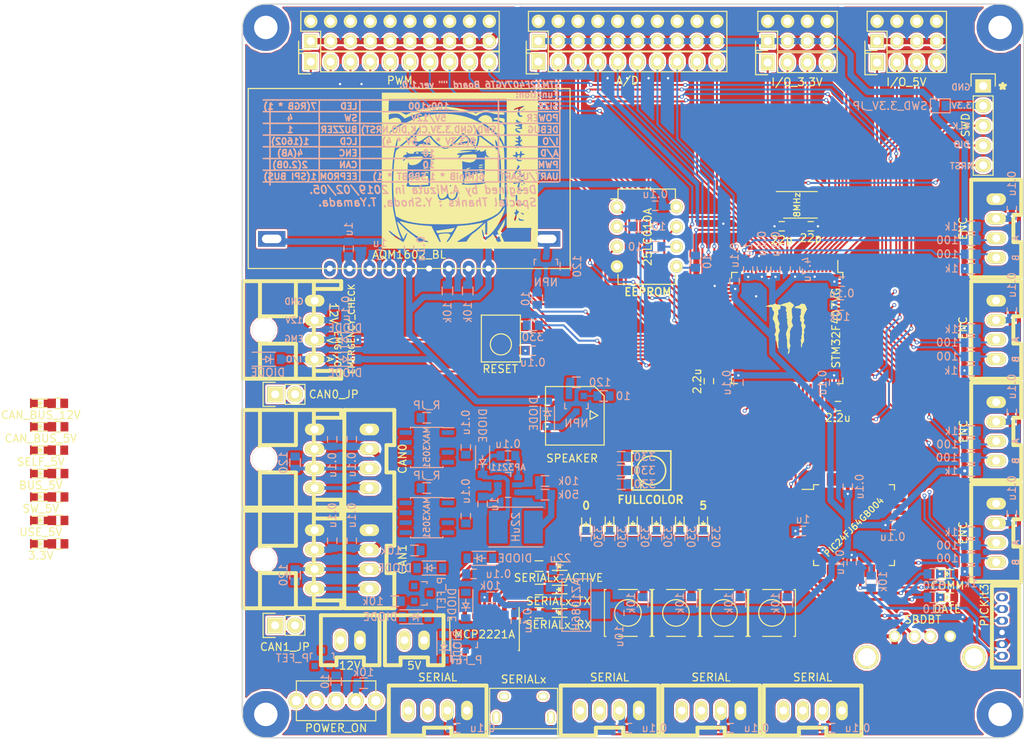
<source format=kicad_pcb>
(kicad_pcb (version 20171130) (host pcbnew "(5.0.0)")
  (layers (0 F.Cu signal) (31 B.Cu signal) (34 B.Paste user) (35 F.Paste user) (36 B.SilkS user) (37 F.SilkS user) (38 B.Mask user) (39 F.Mask user) (44 Edge.Cuts user))
  (net 0 "")
  (net 1 "Net-(C1-Pad1)")
  (net 2 GND)
  (net 3 +3.3V)
  (net 4 /CAN_BUS_5V)
  (net 5 +5V)
  (net 6 /OSC_OUT)
  (net 7 /NRST)
  (net 8 /OSC_IN)
  (net 9 "Net-(C18-Pad1)")
  (net 10 "Net-(C18-Pad2)")
  (net 11 +12V)
  (net 12 "Net-(D1-Pad2)")
  (net 13 "Net-(D2-Pad2)")
  (net 14 "Net-(D3-Pad1)")
  (net 15 "Net-(D4-Pad1)")
  (net 16 "Net-(D5-Pad1)")
  (net 17 "Net-(D6-Pad1)")
  (net 18 "Net-(D7-Pad1)")
  (net 19 "Net-(D8-Pad1)")
  (net 20 "Net-(D9-Pad1)")
  (net 21 "Net-(D10-Pad1)")
  (net 22 "Net-(D11-Pad1)")
  (net 23 /XA_5V)
  (net 24 /5V)
  (net 25 "Net-(D13-Pad2)")
  (net 26 /BUS_5V)
  (net 27 "Net-(D15-Pad1)")
  (net 28 +5C)
  (net 29 "Net-(D17-Pad2)")
  (net 30 "Net-(IC1-Pad1)")
  (net 31 /USART1_TX)
  (net 32 /USART1_RX)
  (net 33 "Net-(IC1-Pad4)")
  (net 34 "Net-(IC1-Pad5)")
  (net 35 /D+)
  (net 36 /D-)
  (net 37 "Net-(IC1-Pad11)")
  (net 38 "Net-(IC1-Pad12)")
  (net 39 "Net-(IC1-Pad13)")
  (net 40 "Net-(IC1-Pad14)")
  (net 41 "Net-(IC1-Pad15)")
  (net 42 /MCLR)
  (net 43 "Net-(IC1-Pad19)")
  (net 44 "Net-(IC1-Pad20)")
  (net 45 /PGED1)
  (net 46 /PGEC1)
  (net 47 "Net-(IC1-Pad23)")
  (net 48 "Net-(IC1-Pad24)")
  (net 49 "Net-(IC1-Pad25)")
  (net 50 "Net-(IC1-Pad26)")
  (net 51 "Net-(IC1-Pad27)")
  (net 52 "Net-(IC1-Pad30)")
  (net 53 "Net-(IC1-Pad31)")
  (net 54 "Net-(IC1-Pad32)")
  (net 55 "Net-(IC1-Pad33)")
  (net 56 "Net-(IC1-Pad34)")
  (net 57 "Net-(IC1-Pad35)")
  (net 58 "Net-(IC1-Pad36)")
  (net 59 "Net-(IC1-Pad37)")
  (net 60 "Net-(IC1-Pad38)")
  (net 61 "Net-(IC1-Pad41)")
  (net 62 "Net-(IC1-Pad43)")
  (net 63 "Net-(IC1-Pad44)")
  (net 64 "Net-(P1-Pad6)")
  (net 65 "Net-(P2-Pad5)")
  (net 66 /USART3_TX)
  (net 67 /USART3_RX)
  (net 68 /TIM8_CH4)
  (net 69 /USART4_TX)
  (net 70 /USART4_RX)
  (net 71 /UART5_TX)
  (net 72 /UART5_RX)
  (net 73 "Net-(R25-Pad1)")
  (net 74 "Net-(C26-Pad1)")
  (net 75 "Net-(C27-Pad1)")
  (net 76 "Net-(U7-Pad1)")
  (net 77 "Net-(Q4-Pad3)")
  (net 78 "Net-(C29-Pad1)")
  (net 79 "Net-(C30-Pad2)")
  (net 80 "Net-(C30-Pad1)")
  (net 81 "Net-(D18-Pad1)")
  (net 82 "Net-(D20-Pad1)")
  (net 83 /CAN0_H)
  (net 84 /CAN1_H)
  (net 85 "Net-(JP3-Pad2)")
  (net 86 "Net-(LED1-Pad3)")
  (net 87 "Net-(P3-Pad3)")
  (net 88 "Net-(P3-Pad4)")
  (net 89 "Net-(P4-Pad4)")
  (net 90 "Net-(P4-Pad3)")
  (net 91 /D-_USB)
  (net 92 /D+_USB)
  (net 93 "Net-(P5-Pad4)")
  (net 94 "Net-(P5-Pad6)")
  (net 95 "Net-(P6-Pad4)")
  (net 96 "Net-(P6-Pad3)")
  (net 97 "Net-(P7-Pad3)")
  (net 98 "Net-(P7-Pad4)")
  (net 99 /CAN0_L)
  (net 100 /CAN1_L)
  (net 101 /SWCLK)
  (net 102 /SWDIO)
  (net 103 "Net-(Q2-Pad1)")
  (net 104 "Net-(Q4-Pad2)")
  (net 105 "Net-(Q4-Pad1)")
  (net 106 "Net-(Q5-Pad1)")
  (net 107 "Net-(Q5-Pad2)")
  (net 108 /TIM2_CH2)
  (net 109 /TIM2_CH1)
  (net 110 /TIM3_CH2)
  (net 111 /TIM3_CH1)
  (net 112 "Net-(R12-Pad1)")
  (net 113 /TIM4_CH2)
  (net 114 /TIM4_CH1)
  (net 115 /TIM5_CH2)
  (net 116 /TIM5_CH1)
  (net 117 /GP0)
  (net 118 /GP1)
  (net 119 /GP2)
  (net 120 "Net-(R32-Pad1)")
  (net 121 "Net-(R34-Pad2)")
  (net 122 /FB)
  (net 123 "Net-(R38-Pad2)")
  (net 124 "Net-(R39-Pad2)")
  (net 125 /I2C1_SDA)
  (net 126 /TIM10_CH1)
  (net 127 /I2C1_SCL)
  (net 128 /ADC12_IN10)
  (net 129 /ADC12_IN11)
  (net 130 /ADC12_IN2)
  (net 131 /ADC12_IN3)
  (net 132 /ADC12_IN4)
  (net 133 /TIM8_CH1)
  (net 134 /ADC12_IN14)
  (net 135 /ADC12_IN15)
  (net 136 /TIM8_CH2)
  (net 137 /ADC12_IN9)
  (net 138 /TIM1_CH1)
  (net 139 /TIM1_CH2)
  (net 140 /TIM1_CH3)
  (net 141 /TIM1_CH4)
  (net 142 /TIM12_CH1)
  (net 143 /TIM12_CH2)
  (net 144 /TIM8_CH3)
  (net 145 /TIM11_CH1)
  (net 146 "Net-(U3-Pad8)")
  (net 147 "Net-(U3-Pad9)")
  (net 148 "Net-(U3-Pad10)")
  (net 149 "Net-(U5-Pad5)")
  (net 150 /CAN1_RX)
  (net 151 /CAN1_TX)
  (net 152 /CAN2_TX)
  (net 153 /CAN2_RX)
  (net 154 "Net-(U6-Pad5)")
  (net 155 /PC15)
  (net 156 /PC13)
  (net 157 /PD11)
  (net 158 /TIM9_CH2)
  (net 159 /TIM9_CH1)
  (net 160 /PD3)
  (net 161 /PD10)
  (net 162 /PD14)
  (net 163 /PD15)
  (net 164 /PD4)
  (net 165 /PD7)
  (net 166 /PE0)
  (net 167 /PE1)
  (net 168 /PC14)
  (net 169 /PE2)
  (net 170 /PE3)
  (net 171 /PE4)
  (net 172 /SPI2_MISO)
  (net 173 /SPI2_MOSI)
  (net 174 /ADC12_IN5)
  (net 175 /ADC12_IN6)
  (net 176 /PB2)
  (net 177 /PE7)
  (net 178 /PE8)
  (net 179 /PE10)
  (net 180 /PE12)
  (net 181 /PE15)
  (net 182 /SPI2_SCK)
  (net 183 /PB11)
  (net 184 /USART6_TX)
  (net 185 /USART6_RX)
  (net 186 /USART2_TX)
  (net 187 /USART2_RX)
  (net 188 "Net-(R62-Pad1)")
  (net 189 "Net-(R63-Pad2)")
  (net 190 "Net-(R64-Pad2)")
  (net 191 /PA8)
  (net 192 "Net-(JP2-Pad1)")
  (net 193 "Net-(D26-Pad2)")
  (net 194 "Net-(D19-Pad2)")
  (net 195 "Net-(D21-Pad2)")
  (net 196 "Net-(D22-Pad2)")
  (net 197 "Net-(D23-Pad2)")
  (net 198 "Net-(D24-Pad2)")
  (net 199 "Net-(D25-Pad2)")
  (net 200 "Net-(JP1-Pad2)")
  (net 201 "Net-(R46-Pad2)")
  (net 202 "Net-(R47-Pad2)")
  (net 203 "Net-(R48-Pad2)")
  (net 204 "Net-(D25-Pad1)")
  (net 205 "Net-(R54-Pad2)")
  (net 206 /PD0)
  (net 207 /PD1)
  (module Resistors_SMD:R_0603 (layer B.Cu) (at 81.85 80.75 90)
    (fp_text reference R52 hide)
    (fp_text value 10k (at -2.75 0 90) (layer B.SilkS) (effects (justify mirror)))
    (pad 1 smd rect (at -0.78 0 90) (size 1 1.2) (layers B.Cu B.Paste B.Mask) (net 3 +3.3V))
    (pad 2 smd rect (at 0.78 0 90) (size 1 1.2) (layers B.Cu B.Paste B.Mask) (net 127 /I2C1_SCL))
  )
  (module Pin_Headers:Pin_Header_Straight_1x04 (layer F.Cu) (at 120.25 51.5 90)
    (fp_text reference P28 hide)
    (fp_text value I/O_3.3V (at -2.5 3.75 180) (layer F.SilkS))
    (pad 4 thru_hole oval (at 0 7.62 90) (size 2.032 1.7272) (drill 1.016) (layers *.Cu *.Mask F.SilkS) (net 171 /PE4))
    (pad 3 thru_hole oval (at 0 5.08 90) (size 2.032 1.7272) (drill 1.016) (layers *.Cu *.Mask F.SilkS) (net 156 /PC13))
    (pad 2 thru_hole oval (at 0 2.54 90) (size 2.032 1.7272) (drill 1.016) (layers *.Cu *.Mask F.SilkS) (net 168 /PC14))
    (pad 1 thru_hole rect (at 0 0 90) (size 2.032 1.7272) (drill 1.016) (layers *.Cu *.Mask F.SilkS) (net 155 /PC15))
  )
  (module Pin_Headers:Pin_Header_Straight_2x04 (layer F.Cu) (at 134.25 48.75 90)
    (fp_text reference P31 hide)
    (fp_text value I/O_5V_batt)
    (pad 1 thru_hole rect (at 0 0 90) (size 1.7272 1.7272) (drill 1.016) (layers *.Cu *.Mask F.SilkS) (net 5 +5V))
    (pad 2 thru_hole oval (at 2.54 0 90) (size 1.7272 1.7272) (drill 1.016) (layers *.Cu *.Mask F.SilkS) (net 2 GND))
    (pad 3 thru_hole oval (at 0 2.54 90) (size 1.7272 1.7272) (drill 1.016) (layers *.Cu *.Mask F.SilkS) (net 5 +5V))
    (pad 4 thru_hole oval (at 2.54 2.54 90) (size 1.7272 1.7272) (drill 1.016) (layers *.Cu *.Mask F.SilkS) (net 2 GND))
    (pad 5 thru_hole oval (at 0 5.08 90) (size 1.7272 1.7272) (drill 1.016) (layers *.Cu *.Mask F.SilkS) (net 5 +5V))
    (pad 6 thru_hole oval (at 2.54 5.08 90) (size 1.7272 1.7272) (drill 1.016) (layers *.Cu *.Mask F.SilkS) (net 2 GND))
    (pad 7 thru_hole oval (at 0 7.62 90) (size 1.7272 1.7272) (drill 1.016) (layers *.Cu *.Mask F.SilkS) (net 5 +5V))
    (pad 8 thru_hole oval (at 2.54 7.62 90) (size 1.7272 1.7272) (drill 1.016) (layers *.Cu *.Mask F.SilkS) (net 2 GND))
  )
  (module Pin_Headers:Pin_Header_Straight_1x04 (layer F.Cu) (at 134.25 51.5 90)
    (fp_text reference P29 hide)
    (fp_text value I/O_5V (at -2.5 3.75 180) (layer F.SilkS))
    (pad 1 thru_hole rect (at 0 0 90) (size 2.032 1.7272) (drill 1.016) (layers *.Cu *.Mask F.SilkS) (net 170 /PE3))
    (pad 2 thru_hole oval (at 0 2.54 90) (size 2.032 1.7272) (drill 1.016) (layers *.Cu *.Mask F.SilkS) (net 169 /PE2))
    (pad 3 thru_hole oval (at 0 5.08 90) (size 2.032 1.7272) (drill 1.016) (layers *.Cu *.Mask F.SilkS) (net 167 /PE1))
    (pad 4 thru_hole oval (at 0 7.62 90) (size 2.032 1.7272) (drill 1.016) (layers *.Cu *.Mask F.SilkS) (net 166 /PE0))
  )
  (module Pin_Headers:Pin_Header_Straight_2x04 (layer F.Cu) (at 120.25 48.75 90)
    (fp_text reference P30 hide)
    (fp_text value I/O_3.3V_batt)
    (pad 8 thru_hole oval (at 2.54 7.62 90) (size 1.7272 1.7272) (drill 1.016) (layers *.Cu *.Mask F.SilkS) (net 2 GND))
    (pad 7 thru_hole oval (at 0 7.62 90) (size 1.7272 1.7272) (drill 1.016) (layers *.Cu *.Mask F.SilkS) (net 3 +3.3V))
    (pad 6 thru_hole oval (at 2.54 5.08 90) (size 1.7272 1.7272) (drill 1.016) (layers *.Cu *.Mask F.SilkS) (net 2 GND))
    (pad 5 thru_hole oval (at 0 5.08 90) (size 1.7272 1.7272) (drill 1.016) (layers *.Cu *.Mask F.SilkS) (net 3 +3.3V))
    (pad 4 thru_hole oval (at 2.54 2.54 90) (size 1.7272 1.7272) (drill 1.016) (layers *.Cu *.Mask F.SilkS) (net 2 GND))
    (pad 3 thru_hole oval (at 0 2.54 90) (size 1.7272 1.7272) (drill 1.016) (layers *.Cu *.Mask F.SilkS) (net 3 +3.3V))
    (pad 2 thru_hole oval (at 2.54 0 90) (size 1.7272 1.7272) (drill 1.016) (layers *.Cu *.Mask F.SilkS) (net 2 GND))
    (pad 1 thru_hole rect (at 0 0 90) (size 1.7272 1.7272) (drill 1.016) (layers *.Cu *.Mask F.SilkS) (net 3 +3.3V))
  )
  (module Resistors_SMD:R_0603 (layer F.Cu) (at 29.44 98.15)
    (fp_text reference R28 hide)
    (fp_text value 510)
    (pad 2 smd rect (at 0.78 0) (size 1 1.2) (layers F.Cu F.Paste F.Mask) (net 4 /CAN_BUS_5V))
    (pad 1 smd rect (at -0.78 0) (size 1 1.2) (layers F.Cu F.Paste F.Mask) (net 19 "Net-(D8-Pad1)"))
  )
  (module Resistors_SMD:R_0603 (layer F.Cu) (at 29.44 110.15)
    (fp_text reference R30 hide)
    (fp_text value 510)
    (pad 2 smd rect (at 0.78 0) (size 1 1.2) (layers F.Cu F.Paste F.Mask) (net 5 +5V))
    (pad 1 smd rect (at -0.78 0) (size 1 1.2) (layers F.Cu F.Paste F.Mask) (net 21 "Net-(D10-Pad1)"))
  )
  (module Resistors_SMD:R_0603 (layer F.Cu) (at 29.41 101.15)
    (fp_text reference R26 hide)
    (fp_text value 510)
    (pad 2 smd rect (at 0.78 0) (size 1 1.2) (layers F.Cu F.Paste F.Mask) (net 23 /XA_5V))
    (pad 1 smd rect (at -0.78 0) (size 1 1.2) (layers F.Cu F.Paste F.Mask) (net 17 "Net-(D6-Pad1)"))
  )
  (module Resistors_SMD:R_0603 (layer F.Cu) (at 29.44 104.15)
    (fp_text reference R27 hide)
    (fp_text value 510)
    (pad 1 smd rect (at -0.78 0) (size 1 1.2) (layers F.Cu F.Paste F.Mask) (net 18 "Net-(D7-Pad1)"))
    (pad 2 smd rect (at 0.78 0) (size 1 1.2) (layers F.Cu F.Paste F.Mask) (net 26 /BUS_5V))
  )
  (module Resistors_SMD:R_0603 (layer F.Cu) (at 29.44 107.15)
    (fp_text reference R29 hide)
    (fp_text value 510)
    (pad 2 smd rect (at 0.78 0) (size 1 1.2) (layers F.Cu F.Paste F.Mask) (net 28 +5C))
    (pad 1 smd rect (at -0.78 0) (size 1 1.2) (layers F.Cu F.Paste F.Mask) (net 20 "Net-(D9-Pad1)"))
  )
  (module Resistors_SMD:R_0603 (layer F.Cu) (at 29.44 113.15)
    (fp_text reference R31 hide)
    (fp_text value 330)
    (pad 1 smd rect (at -0.78 0) (size 1 1.2) (layers F.Cu F.Paste F.Mask) (net 22 "Net-(D11-Pad1)"))
    (pad 2 smd rect (at 0.78 0) (size 1 1.2) (layers F.Cu F.Paste F.Mask) (net 3 +3.3V))
  )
  (module Resistors_SMD:R_0603 (layer F.Cu) (at 29.41 95.15)
    (fp_text reference R44 hide)
    (fp_text value 1.2k)
    (pad 2 smd rect (at 0.78 0) (size 1 1.2) (layers F.Cu F.Paste F.Mask) (net 11 +12V))
    (pad 1 smd rect (at -0.78 0) (size 1 1.2) (layers F.Cu F.Paste F.Mask) (net 81 "Net-(D18-Pad1)"))
  )
  (module LEDs:LED_0603 (layer F.Cu) (at 27.19 104.15)
    (fp_text reference D7 hide)
    (fp_text value BUS_5V (at 0 1.5) (layer F.SilkS))
    (pad 2 smd rect (at -0.88 0 180) (size 1 1.2) (layers F.Cu F.Paste F.Mask) (net 2 GND))
    (pad 1 smd rect (at 0.88 0 180) (size 1 1.2) (layers F.Cu F.Paste F.Mask) (net 18 "Net-(D7-Pad1)"))
  )
  (module LEDs:LED_0603 (layer F.Cu) (at 27.19 98.15)
    (fp_text reference D8 hide)
    (fp_text value CAN_BUS_5V (at 0 1.5) (layer F.SilkS))
    (pad 1 smd rect (at 0.88 0 180) (size 1 1.2) (layers F.Cu F.Paste F.Mask) (net 19 "Net-(D8-Pad1)"))
    (pad 2 smd rect (at -0.88 0 180) (size 1 1.2) (layers F.Cu F.Paste F.Mask) (net 2 GND))
  )
  (module LEDs:LED_0603 (layer F.Cu) (at 27.19 107.15)
    (fp_text reference D9 hide)
    (fp_text value SW_5V (at 0 1.5) (layer F.SilkS))
    (pad 2 smd rect (at -0.88 0 180) (size 1 1.2) (layers F.Cu F.Paste F.Mask) (net 2 GND))
    (pad 1 smd rect (at 0.88 0 180) (size 1 1.2) (layers F.Cu F.Paste F.Mask) (net 20 "Net-(D9-Pad1)"))
  )
  (module LEDs:LED_0603 (layer F.Cu) (at 27.19 113.15)
    (fp_text reference D11 hide)
    (fp_text value 3.3V (at 0 1.5) (layer F.SilkS))
    (pad 2 smd rect (at -0.88 0 180) (size 1 1.2) (layers F.Cu F.Paste F.Mask) (net 2 GND))
    (pad 1 smd rect (at 0.88 0 180) (size 1 1.2) (layers F.Cu F.Paste F.Mask) (net 22 "Net-(D11-Pad1)"))
  )
  (module LEDs:LED_0603 (layer F.Cu) (at 27.19 101.15)
    (fp_text reference D6 hide)
    (fp_text value SELF_5V (at 0 1.5) (layer F.SilkS))
    (pad 1 smd rect (at 0.88 0 180) (size 1 1.2) (layers F.Cu F.Paste F.Mask) (net 17 "Net-(D6-Pad1)"))
    (pad 2 smd rect (at -0.88 0 180) (size 1 1.2) (layers F.Cu F.Paste F.Mask) (net 2 GND))
  )
  (module LEDs:LED_0603 (layer F.Cu) (at 27.19 110.15)
    (fp_text reference D10 hide)
    (fp_text value USE_5V (at 0 1.5) (layer F.SilkS))
    (pad 1 smd rect (at 0.88 0 180) (size 1 1.2) (layers F.Cu F.Paste F.Mask) (net 21 "Net-(D10-Pad1)"))
    (pad 2 smd rect (at -0.88 0 180) (size 1 1.2) (layers F.Cu F.Paste F.Mask) (net 2 GND))
  )
  (module LEDs:LED_0603 (layer F.Cu) (at 27.19 95.15)
    (fp_text reference D18 hide)
    (fp_text value CAN_BUS_12V (at 0 1.5) (layer F.SilkS))
    (pad 2 smd rect (at -0.88 0 180) (size 1 1.2) (layers F.Cu F.Paste F.Mask) (net 2 GND))
    (pad 1 smd rect (at 0.88 0 180) (size 1 1.2) (layers F.Cu F.Paste F.Mask) (net 81 "Net-(D18-Pad1)"))
  )
  (module Housings_QFP:LQFP-100_14x14mm_Pitch0.5mm (layer F.Cu) (at 122.75 85.5 270)
    (fp_text reference U1 hide)
    (fp_text value STM32F407VG (at 0 -6.25 270) (layer F.SilkS))
    (pad 1 smd rect (at -7.9 -6 270) (size 1.5 0.28) (layers F.Cu F.Paste F.Mask) (net 169 /PE2))
    (pad 2 smd rect (at -7.9 -5.5 270) (size 1.5 0.28) (layers F.Cu F.Paste F.Mask) (net 170 /PE3))
    (pad 3 smd rect (at -7.9 -5 270) (size 1.5 0.28) (layers F.Cu F.Paste F.Mask) (net 171 /PE4))
    (pad 4 smd rect (at -7.9 -4.5 270) (size 1.5 0.28) (layers F.Cu F.Paste F.Mask) (net 159 /TIM9_CH1))
    (pad 5 smd rect (at -7.9 -4 270) (size 1.5 0.28) (layers F.Cu F.Paste F.Mask) (net 158 /TIM9_CH2))
    (pad 6 smd rect (at -7.9 -3.5 270) (size 1.5 0.28) (layers F.Cu F.Paste F.Mask) (net 3 +3.3V))
    (pad 7 smd rect (at -7.9 -3 270) (size 1.5 0.28) (layers F.Cu F.Paste F.Mask) (net 156 /PC13))
    (pad 8 smd rect (at -7.9 -2.5 270) (size 1.5 0.28) (layers F.Cu F.Paste F.Mask) (net 168 /PC14))
    (pad 9 smd rect (at -7.9 -2 270) (size 1.5 0.28) (layers F.Cu F.Paste F.Mask) (net 155 /PC15))
    (pad 10 smd rect (at -7.9 -1.5 270) (size 1.5 0.28) (layers F.Cu F.Paste F.Mask) (net 2 GND))
    (pad 11 smd rect (at -7.9 -1 270) (size 1.5 0.28) (layers F.Cu F.Paste F.Mask) (net 3 +3.3V))
    (pad 12 smd rect (at -7.9 -0.5 270) (size 1.5 0.28) (layers F.Cu F.Paste F.Mask) (net 8 /OSC_IN))
    (pad 13 smd rect (at -7.9 0 270) (size 1.5 0.28) (layers F.Cu F.Paste F.Mask) (net 6 /OSC_OUT))
    (pad 14 smd rect (at -7.9 0.5 270) (size 1.5 0.28) (layers F.Cu F.Paste F.Mask) (net 7 /NRST))
    (pad 15 smd rect (at -7.9 1 270) (size 1.5 0.28) (layers F.Cu F.Paste F.Mask) (net 128 /ADC12_IN10))
    (pad 16 smd rect (at -7.9 1.5 270) (size 1.5 0.28) (layers F.Cu F.Paste F.Mask) (net 129 /ADC12_IN11))
    (pad 17 smd rect (at -7.9 2 270) (size 1.5 0.28) (layers F.Cu F.Paste F.Mask) (net 172 /SPI2_MISO))
    (pad 18 smd rect (at -7.9 2.5 270) (size 1.5 0.28) (layers F.Cu F.Paste F.Mask) (net 173 /SPI2_MOSI))
    (pad 19 smd rect (at -7.9 3 270) (size 1.5 0.28) (layers F.Cu F.Paste F.Mask) (net 3 +3.3V))
    (pad 20 smd rect (at -7.9 3.5 270) (size 1.5 0.28) (layers F.Cu F.Paste F.Mask) (net 2 GND))
    (pad 21 smd rect (at -7.9 4 270) (size 1.5 0.28) (layers F.Cu F.Paste F.Mask) (net 3 +3.3V))
    (pad 22 smd rect (at -7.9 4.5 270) (size 1.5 0.28) (layers F.Cu F.Paste F.Mask) (net 3 +3.3V))
    (pad 23 smd rect (at -7.9 5 270) (size 1.5 0.28) (layers F.Cu F.Paste F.Mask) (net 116 /TIM5_CH1))
    (pad 24 smd rect (at -7.9 5.5 270) (size 1.5 0.28) (layers F.Cu F.Paste F.Mask) (net 115 /TIM5_CH2))
    (pad 25 smd rect (at -7.9 6 270) (size 1.5 0.28) (layers F.Cu F.Paste F.Mask) (net 130 /ADC12_IN2))
    (pad 26 smd rect (at -6 7.9) (size 1.5 0.28) (layers F.Cu F.Paste F.Mask) (net 131 /ADC12_IN3))
    (pad 27 smd rect (at -5.5 7.9) (size 1.5 0.28) (layers F.Cu F.Paste F.Mask) (net 2 GND))
    (pad 28 smd rect (at -5 7.9) (size 1.5 0.28) (layers F.Cu F.Paste F.Mask) (net 3 +3.3V))
    (pad 29 smd rect (at -4.5 7.9) (size 1.5 0.28) (layers F.Cu F.Paste F.Mask) (net 132 /ADC12_IN4))
    (pad 30 smd rect (at -4 7.9) (size 1.5 0.28) (layers F.Cu F.Paste F.Mask) (net 174 /ADC12_IN5))
    (pad 31 smd rect (at -3.5 7.9) (size 1.5 0.28) (layers F.Cu F.Paste F.Mask) (net 175 /ADC12_IN6))
    (pad 32 smd rect (at -3 7.9) (size 1.5 0.28) (layers F.Cu F.Paste F.Mask) (net 133 /TIM8_CH1))
    (pad 33 smd rect (at -2.5 7.9) (size 1.5 0.28) (layers F.Cu F.Paste F.Mask) (net 134 /ADC12_IN14))
    (pad 34 smd rect (at -2 7.9) (size 1.5 0.28) (layers F.Cu F.Paste F.Mask) (net 135 /ADC12_IN15))
    (pad 35 smd rect (at -1.5 7.9) (size 1.5 0.28) (layers F.Cu F.Paste F.Mask) (net 136 /TIM8_CH2))
    (pad 36 smd rect (at -1 7.9) (size 1.5 0.28) (layers F.Cu F.Paste F.Mask) (net 137 /ADC12_IN9))
    (pad 37 smd rect (at -0.5 7.9) (size 1.5 0.28) (layers F.Cu F.Paste F.Mask) (net 176 /PB2))
    (pad 38 smd rect (at 0 7.9) (size 1.5 0.28) (layers F.Cu F.Paste F.Mask) (net 177 /PE7))
    (pad 39 smd rect (at 0.5 7.9) (size 1.5 0.28) (layers F.Cu F.Paste F.Mask) (net 178 /PE8))
    (pad 40 smd rect (at 1 7.9) (size 1.5 0.28) (layers F.Cu F.Paste F.Mask) (net 138 /TIM1_CH1))
    (pad 41 smd rect (at 1.5 7.9) (size 1.5 0.28) (layers F.Cu F.Paste F.Mask) (net 179 /PE10))
    (pad 42 smd rect (at 2 7.9) (size 1.5 0.28) (layers F.Cu F.Paste F.Mask) (net 139 /TIM1_CH2))
    (pad 43 smd rect (at 2.5 7.9) (size 1.5 0.28) (layers F.Cu F.Paste F.Mask) (net 180 /PE12))
    (pad 44 smd rect (at 3 7.9) (size 1.5 0.28) (layers F.Cu F.Paste F.Mask) (net 140 /TIM1_CH3))
    (pad 45 smd rect (at 3.5 7.9) (size 1.5 0.28) (layers F.Cu F.Paste F.Mask) (net 141 /TIM1_CH4))
    (pad 46 smd rect (at 4 7.9) (size 1.5 0.28) (layers F.Cu F.Paste F.Mask) (net 181 /PE15))
    (pad 47 smd rect (at 4.5 7.9) (size 1.5 0.28) (layers F.Cu F.Paste F.Mask) (net 182 /SPI2_SCK))
    (pad 48 smd rect (at 5 7.9) (size 1.5 0.28) (layers F.Cu F.Paste F.Mask) (net 183 /PB11))
    (pad 49 smd rect (at 5.5 7.9) (size 1.5 0.28) (layers F.Cu F.Paste F.Mask) (net 74 "Net-(C26-Pad1)"))
    (pad 50 smd rect (at 6 7.9) (size 1.5 0.28) (layers F.Cu F.Paste F.Mask) (net 3 +3.3V))
    (pad 51 smd rect (at 7.9 6 270) (size 1.5 0.28) (layers F.Cu F.Paste F.Mask) (net 153 /CAN2_RX))
    (pad 52 smd rect (at 7.9 5.5 270) (size 1.5 0.28) (layers F.Cu F.Paste F.Mask) (net 152 /CAN2_TX))
    (pad 53 smd rect (at 7.9 5 270) (size 1.5 0.28) (layers F.Cu F.Paste F.Mask) (net 142 /TIM12_CH1))
    (pad 54 smd rect (at 7.9 4.5 270) (size 1.5 0.28) (layers F.Cu F.Paste F.Mask) (net 143 /TIM12_CH2))
    (pad 55 smd rect (at 7.9 4 270) (size 1.5 0.28) (layers F.Cu F.Paste F.Mask) (net 66 /USART3_TX))
    (pad 56 smd rect (at 7.9 3.5 270) (size 1.5 0.28) (layers F.Cu F.Paste F.Mask) (net 67 /USART3_RX))
    (pad 57 smd rect (at 7.9 3 270) (size 1.5 0.28) (layers F.Cu F.Paste F.Mask) (net 161 /PD10))
    (pad 58 smd rect (at 7.9 2.5 270) (size 1.5 0.28) (layers F.Cu F.Paste F.Mask) (net 157 /PD11))
    (pad 59 smd rect (at 7.9 2 270) (size 1.5 0.28) (layers F.Cu F.Paste F.Mask) (net 114 /TIM4_CH1))
    (pad 60 smd rect (at 7.9 1.5 270) (size 1.5 0.28) (layers F.Cu F.Paste F.Mask) (net 113 /TIM4_CH2))
    (pad 61 smd rect (at 7.9 1 270) (size 1.5 0.28) (layers F.Cu F.Paste F.Mask) (net 162 /PD14))
    (pad 62 smd rect (at 7.9 0.5 270) (size 1.5 0.28) (layers F.Cu F.Paste F.Mask) (net 163 /PD15))
    (pad 63 smd rect (at 7.9 0 270) (size 1.5 0.28) (layers F.Cu F.Paste F.Mask) (net 184 /USART6_TX))
    (pad 64 smd rect (at 7.9 -0.5 270) (size 1.5 0.28) (layers F.Cu F.Paste F.Mask) (net 185 /USART6_RX))
    (pad 65 smd rect (at 7.9 -1 270) (size 1.5 0.28) (layers F.Cu F.Paste F.Mask) (net 144 /TIM8_CH3))
    (pad 66 smd rect (at 7.9 -1.5 270) (size 1.5 0.28) (layers F.Cu F.Paste F.Mask) (net 68 /TIM8_CH4))
    (pad 67 smd rect (at 7.9 -2 270) (size 1.5 0.28) (layers F.Cu F.Paste F.Mask) (net 191 /PA8))
    (pad 68 smd rect (at 7.9 -2.5 270) (size 1.5 0.28) (layers F.Cu F.Paste F.Mask) (net 31 /USART1_TX))
    (pad 69 smd rect (at 7.9 -3 270) (size 1.5 0.28) (layers F.Cu F.Paste F.Mask) (net 32 /USART1_RX))
    (pad 70 smd rect (at 7.9 -3.5 270) (size 1.5 0.28) (layers F.Cu F.Paste F.Mask) (net 150 /CAN1_RX))
    (pad 71 smd rect (at 7.9 -4 270) (size 1.5 0.28) (layers F.Cu F.Paste F.Mask) (net 151 /CAN1_TX))
    (pad 72 smd rect (at 7.9 -4.5 270) (size 1.5 0.28) (layers F.Cu F.Paste F.Mask) (net 102 /SWDIO))
    (pad 73 smd rect (at 7.9 -5 270) (size 1.5 0.28) (layers F.Cu F.Paste F.Mask) (net 75 "Net-(C27-Pad1)"))
    (pad 74 smd rect (at 7.9 -5.5 270) (size 1.5 0.28) (layers F.Cu F.Paste F.Mask) (net 2 GND))
    (pad 75 smd rect (at 7.9 -6 270) (size 1.5 0.28) (layers F.Cu F.Paste F.Mask) (net 3 +3.3V))
    (pad 76 smd rect (at 6 -7.9) (size 1.5 0.28) (layers F.Cu F.Paste F.Mask) (net 101 /SWCLK))
    (pad 77 smd rect (at 5.5 -7.9) (size 1.5 0.28) (layers F.Cu F.Paste F.Mask) (net 109 /TIM2_CH1))
    (pad 78 smd rect (at 5 -7.9) (size 1.5 0.28) (layers F.Cu F.Paste F.Mask) (net 69 /USART4_TX))
    (pad 79 smd rect (at 4.5 -7.9) (size 1.5 0.28) (layers F.Cu F.Paste F.Mask) (net 70 /USART4_RX))
    (pad 80 smd rect (at 4 -7.9) (size 1.5 0.28) (layers F.Cu F.Paste F.Mask) (net 71 /UART5_TX))
    (pad 81 smd rect (at 3.5 -7.9) (size 1.5 0.28) (layers F.Cu F.Paste F.Mask) (net 206 /PD0))
    (pad 82 smd rect (at 3 -7.9) (size 1.5 0.28) (layers F.Cu F.Paste F.Mask) (net 207 /PD1))
    (pad 83 smd rect (at 2.5 -7.9) (size 1.5 0.28) (layers F.Cu F.Paste F.Mask) (net 72 /UART5_RX))
    (pad 84 smd rect (at 2 -7.9) (size 1.5 0.28) (layers F.Cu F.Paste F.Mask) (net 160 /PD3))
    (pad 85 smd rect (at 1.5 -7.9) (size 1.5 0.28) (layers F.Cu F.Paste F.Mask) (net 164 /PD4))
    (pad 86 smd rect (at 1 -7.9) (size 1.5 0.28) (layers F.Cu F.Paste F.Mask) (net 186 /USART2_TX))
    (pad 87 smd rect (at 0.5 -7.9) (size 1.5 0.28) (layers F.Cu F.Paste F.Mask) (net 187 /USART2_RX))
    (pad 88 smd rect (at 0 -7.9) (size 1.5 0.28) (layers F.Cu F.Paste F.Mask) (net 165 /PD7))
    (pad 89 smd rect (at -0.5 -7.9) (size 1.5 0.28) (layers F.Cu F.Paste F.Mask) (net 108 /TIM2_CH2))
    (pad 90 smd rect (at -1 -7.9) (size 1.5 0.28) (layers F.Cu F.Paste F.Mask) (net 111 /TIM3_CH1))
    (pad 91 smd rect (at -1.5 -7.9) (size 1.5 0.28) (layers F.Cu F.Paste F.Mask) (net 110 /TIM3_CH2))
    (pad 92 smd rect (at -2 -7.9) (size 1.5 0.28) (layers F.Cu F.Paste F.Mask) (net 127 /I2C1_SCL))
    (pad 93 smd rect (at -2.5 -7.9) (size 1.5 0.28) (layers F.Cu F.Paste F.Mask) (net 125 /I2C1_SDA))
    (pad 94 smd rect (at -3 -7.9) (size 1.5 0.28) (layers F.Cu F.Paste F.Mask) (net 73 "Net-(R25-Pad1)"))
    (pad 95 smd rect (at -3.5 -7.9) (size 1.5 0.28) (layers F.Cu F.Paste F.Mask) (net 126 /TIM10_CH1))
    (pad 96 smd rect (at -4 -7.9) (size 1.5 0.28) (layers F.Cu F.Paste F.Mask) (net 145 /TIM11_CH1))
    (pad 97 smd rect (at -4.5 -7.9) (size 1.5 0.28) (layers F.Cu F.Paste F.Mask) (net 166 /PE0))
    (pad 98 smd rect (at -5 -7.9) (size 1.5 0.28) (layers F.Cu F.Paste F.Mask) (net 167 /PE1))
    (pad 99 smd rect (at -5.5 -7.9) (size 1.5 0.28) (layers F.Cu F.Paste F.Mask) (net 2 GND))
    (pad 100 smd rect (at -6 -7.9) (size 1.5 0.28) (layers F.Cu F.Paste F.Mask) (net 3 +3.3V))
  )
  (module Capacitors_SMD:C_0603 (layer B.Cu) (at 123.75 78 270)
    (fp_text reference C35 hide)
    (fp_text value 4.7u (at 0 -1.5 270) (layer B.SilkS) (effects (justify mirror)))
    (pad 2 smd rect (at 0.93 0 270) (size 1 1.2) (layers B.Cu B.Paste B.Mask) (net 3 +3.3V))
    (pad 1 smd rect (at -0.95 0 270) (size 1 1.2) (layers B.Cu B.Paste B.Mask) (net 2 GND))
  )
  (module RP_KiCAD_Connector:XA_4LC (layer F.Cu) (at 62.25 111.4 270)
    (fp_text reference P14 hide)
    (fp_text value CAN1)
    (pad "" thru_hole circle (at 3.75 6.5 270) (size 3 3) (drill 3) (layers *.Cu *.Mask F.SilkS) (clearance -0.3))
    (pad 4 thru_hole oval (at 7.5 0 270) (size 1.5 2.5) (drill 1) (layers *.Cu *.Mask F.SilkS) (net 100 /CAN1_L))
    (pad 3 thru_hole oval (at 5 0 270) (size 1.5 2.5) (drill 1) (layers *.Cu *.Mask F.SilkS) (net 84 /CAN1_H))
    (pad 2 thru_hole oval (at 2.5 0 270) (size 1.5 2.5) (drill 1) (layers *.Cu *.Mask F.SilkS) (net 11 +12V))
    (pad 1 thru_hole oval (at 0 0 270) (size 1.5 2.5) (drill 1) (layers *.Cu *.Mask F.SilkS) (net 2 GND))
  )
  (module RP_KiCAD_Connector:XA_4T (layer F.Cu) (at 69.25 106 90)
    (fp_text reference P11 hide)
    (fp_text value CAN0 (at 3.75 4.25 90) (layer F.SilkS))
    (pad 1 thru_hole oval (at 7.5 0 90) (size 1.5 2.5) (drill 1) (layers *.Cu *.Mask F.SilkS) (net 2 GND))
    (pad 2 thru_hole oval (at 5 0 90) (size 1.5 2.5) (drill 1) (layers *.Cu *.Mask F.SilkS) (net 11 +12V))
    (pad 3 thru_hole oval (at 2.5 0 90) (size 1.5 2.5) (drill 1) (layers *.Cu *.Mask F.SilkS) (net 83 /CAN0_H))
    (pad 4 thru_hole oval (at 0 0 90) (size 1.5 2.5) (drill 1) (layers *.Cu *.Mask F.SilkS) (net 99 /CAN0_L))
  )
  (module Resistors_SMD:R_0603 (layer B.Cu) (at 101.5 105.5)
    (fp_text reference R46 hide)
    (fp_text value 330 (at 3.02 0) (layer B.SilkS) (effects (justify mirror)))
    (pad 1 smd rect (at -0.78 0) (size 1 1.2) (layers B.Cu B.Paste B.Mask) (net 2 GND))
    (pad 2 smd rect (at 0.78 0) (size 1 1.2) (layers B.Cu B.Paste B.Mask) (net 201 "Net-(R46-Pad2)"))
  )
  (module Resistors_SMD:R_0603 (layer B.Cu) (at 101.5 102)
    (fp_text reference R48 hide)
    (fp_text value 330 (at 3 0) (layer B.SilkS) (effects (justify mirror)))
    (pad 1 smd rect (at -0.78 0) (size 1 1.2) (layers B.Cu B.Paste B.Mask) (net 2 GND))
    (pad 2 smd rect (at 0.78 0) (size 1 1.2) (layers B.Cu B.Paste B.Mask) (net 203 "Net-(R48-Pad2)"))
  )
  (module Resistors_SMD:R_0603 (layer B.Cu) (at 101.5 103.75)
    (fp_text reference R47 hide)
    (fp_text value 330 (at 2.98 0) (layer B.SilkS) (effects (justify mirror)))
    (pad 2 smd rect (at 0.78 0) (size 1 1.2) (layers B.Cu B.Paste B.Mask) (net 202 "Net-(R47-Pad2)"))
    (pad 1 smd rect (at -0.78 0) (size 1 1.2) (layers B.Cu B.Paste B.Mask) (net 2 GND))
  )
  (module Mizz_lib:OSTBABS4C2B (layer F.Cu) (at 105.25 103.75 90)
    (fp_text reference U8 hide)
    (fp_text value OSTBABS4C2B hide)
    (pad 1 smd rect (at -1.6 2.6 90) (size 1 1.5) (layers F.Cu F.Paste F.Mask) (net 68 /TIM8_CH4))
    (pad 2 smd rect (at 0 2.6 90) (size 1 1.5) (layers F.Cu F.Paste F.Mask) (net 144 /TIM8_CH3))
    (pad 3 smd rect (at 1.6 2.6 90) (size 1 1.5) (layers F.Cu F.Paste F.Mask) (net 143 /TIM12_CH2))
    (pad 4 smd rect (at 1.6 -2.4 90) (size 1 1.5) (layers F.Cu F.Paste F.Mask) (net 203 "Net-(R48-Pad2)"))
    (pad 5 smd rect (at 0 -2.4 90) (size 1 1.5) (layers F.Cu F.Paste F.Mask) (net 202 "Net-(R47-Pad2)"))
    (pad 6 smd rect (at -1.6 -2.4 90) (size 1 1.5) (layers F.Cu F.Paste F.Mask) (net 201 "Net-(R46-Pad2)"))
  )
  (module Capacitors_SMD:C_0603 (layer B.Cu) (at 124.75 111.5)
    (fp_text reference C1 hide)
    (fp_text value 1u (at 0 -1.5) (layer B.SilkS) (effects (justify mirror)))
    (pad 1 smd rect (at -0.95 0) (size 1 1.2) (layers B.Cu B.Paste B.Mask) (net 1 "Net-(C1-Pad1)"))
    (pad 2 smd rect (at 0.93 0) (size 1 1.2) (layers B.Cu B.Paste B.Mask) (net 2 GND))
  )
  (module Capacitors_SMD:C_0603 (layer B.Cu) (at 136.25 110.75 180)
    (fp_text reference C2 hide)
    (fp_text value 0.1u (at 0 -1.5 180) (layer B.SilkS) (effects (justify mirror)))
    (pad 2 smd rect (at 0.93 0 180) (size 1 1.2) (layers B.Cu B.Paste B.Mask) (net 3 +3.3V))
    (pad 1 smd rect (at -0.95 0 180) (size 1 1.2) (layers B.Cu B.Paste B.Mask) (net 2 GND))
  )
  (module Capacitors_SMD:C_0603 (layer B.Cu) (at 130.5 105.82 270)
    (fp_text reference C3 hide)
    (fp_text value 0.1u (at 0 -1.5 270) (layer B.SilkS) (effects (justify mirror)))
    (pad 1 smd rect (at -0.95 0 270) (size 1 1.2) (layers B.Cu B.Paste B.Mask) (net 2 GND))
    (pad 2 smd rect (at 0.93 0 270) (size 1 1.2) (layers B.Cu B.Paste B.Mask) (net 3 +3.3V))
  )
  (module Capacitors_SMD:C_0603 (layer B.Cu) (at 131 115.5 90)
    (fp_text reference C4 hide)
    (fp_text value 0.1u (at 0 -1.5 90) (layer B.SilkS) (effects (justify mirror)))
    (pad 2 smd rect (at 0.93 0 90) (size 1 1.2) (layers B.Cu B.Paste B.Mask) (net 3 +3.3V))
    (pad 1 smd rect (at -0.95 0 90) (size 1 1.2) (layers B.Cu B.Paste B.Mask) (net 2 GND))
  )
  (module Capacitors_SMD:C_0603 (layer B.Cu) (at 82.6 117)
    (fp_text reference C5 hide)
    (fp_text value 0.1u (at 3.18 0) (layer B.SilkS) (effects (justify mirror)))
    (pad 1 smd rect (at -0.95 0) (size 1 1.2) (layers B.Cu B.Paste B.Mask) (net 4 /CAN_BUS_5V))
    (pad 2 smd rect (at 0.93 0) (size 1 1.2) (layers B.Cu B.Paste B.Mask) (net 2 GND))
  )
  (module Capacitors_SMD:C_0603 (layer B.Cu) (at 93.7 116.5)
    (fp_text reference C6 hide)
    (fp_text value 22u (at 0 -1.5) (layer B.SilkS) (effects (justify mirror)))
    (pad 1 smd rect (at -0.95 0) (size 1 1.2) (layers B.Cu B.Paste B.Mask) (net 5 +5V))
    (pad 2 smd rect (at 0.93 0) (size 1 1.2) (layers B.Cu B.Paste B.Mask) (net 2 GND))
  )
  (module Capacitors_SMD:C_0603 (layer B.Cu) (at 101.25 122 270)
    (fp_text reference C7 hide)
    (fp_text value 10u (at 3 0 270) (layer B.SilkS) (effects (justify mirror)))
    (pad 2 smd rect (at 0.93 0 270) (size 1 1.2) (layers B.Cu B.Paste B.Mask) (net 2 GND))
    (pad 1 smd rect (at -0.95 0 270) (size 1 1.2) (layers B.Cu B.Paste B.Mask) (net 3 +3.3V))
  )
  (module Capacitors_SMD:C_0603 (layer B.Cu) (at 151.5 96.25 270)
    (fp_text reference C8 hide)
    (fp_text value 0.1u (at -3.25 0 270) (layer B.SilkS) (effects (justify mirror)))
    (pad 2 smd rect (at 0.93 0 270) (size 1 1.2) (layers B.Cu B.Paste B.Mask) (net 5 +5V))
    (pad 1 smd rect (at -0.95 0 270) (size 1 1.2) (layers B.Cu B.Paste B.Mask) (net 2 GND))
  )
  (module Capacitors_SMD:C_0603 (layer B.Cu) (at 151.5 83.25 270)
    (fp_text reference C9 hide)
    (fp_text value 0.1u (at -3.25 0 270) (layer B.SilkS) (effects (justify mirror)))
    (pad 2 smd rect (at 0.93 0 270) (size 1 1.2) (layers B.Cu B.Paste B.Mask) (net 5 +5V))
    (pad 1 smd rect (at -0.95 0 270) (size 1 1.2) (layers B.Cu B.Paste B.Mask) (net 2 GND))
  )
  (module Capacitors_SMD:C_0603 (layer B.Cu) (at 88 123 270)
    (fp_text reference C10 hide)
    (fp_text value 0.1u (at 0 -1.5 270) (layer B.SilkS) (effects (justify mirror)))
    (pad 1 smd rect (at -0.95 0 270) (size 1 1.2) (layers B.Cu B.Paste B.Mask) (net 3 +3.3V))
    (pad 2 smd rect (at 0.93 0 270) (size 1 1.2) (layers B.Cu B.Paste B.Mask) (net 2 GND))
  )
  (module Capacitors_SMD:C_0603 (layer F.Cu) (at 122.05 72.47 180)
    (fp_text reference C11 hide)
    (fp_text value 22p (at 0 -1.75 180) (layer F.SilkS))
    (pad 2 smd rect (at 0.93 0 180) (size 1 1.2) (layers F.Cu F.Paste F.Mask) (net 2 GND))
    (pad 1 smd rect (at -0.95 0 180) (size 1 1.2) (layers F.Cu F.Paste F.Mask) (net 6 /OSC_OUT))
  )
  (module Capacitors_SMD:C_0603 (layer B.Cu) (at 90.18 88.41)
    (fp_text reference C12 hide)
    (fp_text value 0.1u (at 0 1.5) (layer B.SilkS) (effects (justify mirror)))
    (pad 2 smd rect (at 0.93 0) (size 1 1.2) (layers B.Cu B.Paste B.Mask) (net 2 GND))
    (pad 1 smd rect (at -0.95 0) (size 1 1.2) (layers B.Cu B.Paste B.Mask) (net 7 /NRST))
  )
  (module Capacitors_SMD:C_0603 (layer F.Cu) (at 125.75 72.47)
    (fp_text reference C13 hide)
    (fp_text value 22p (at 0 1.5) (layer F.SilkS))
    (pad 1 smd rect (at -0.95 0) (size 1 1.2) (layers F.Cu F.Paste F.Mask) (net 8 /OSC_IN))
    (pad 2 smd rect (at 0.93 0) (size 1 1.2) (layers F.Cu F.Paste F.Mask) (net 2 GND))
  )
  (module Capacitors_SMD:C_0603 (layer B.Cu) (at 151.5 70.25 270)
    (fp_text reference C14 hide)
    (fp_text value 0.1u (at -3.25 0 270) (layer B.SilkS) (effects (justify mirror)))
    (pad 1 smd rect (at -0.95 0 270) (size 1 1.2) (layers B.Cu B.Paste B.Mask) (net 2 GND))
    (pad 2 smd rect (at 0.93 0 270) (size 1 1.2) (layers B.Cu B.Paste B.Mask) (net 5 +5V))
  )
  (module Capacitors_SMD:C_0603 (layer B.Cu) (at 151.5 109.25 270)
    (fp_text reference C15 hide)
    (fp_text value 0.1u (at -3.25 0 270) (layer B.SilkS) (effects (justify mirror)))
    (pad 1 smd rect (at -0.95 0 270) (size 1 1.2) (layers B.Cu B.Paste B.Mask) (net 2 GND))
    (pad 2 smd rect (at 0.93 0 270) (size 1 1.2) (layers B.Cu B.Paste B.Mask) (net 5 +5V))
  )
  (module Capacitors_SMD:C_0603 (layer B.Cu) (at 128.5 136.75 180)
    (fp_text reference C16 hide)
    (fp_text value 0.1u (at -3.25 0 180) (layer B.SilkS) (effects (justify mirror)))
    (pad 2 smd rect (at 0.93 0 180) (size 1 1.2) (layers B.Cu B.Paste B.Mask) (net 5 +5V))
    (pad 1 smd rect (at -0.95 0 180) (size 1 1.2) (layers B.Cu B.Paste B.Mask) (net 2 GND))
  )
  (module Capacitors_SMD:C_0603 (layer B.Cu) (at 115.5 136.75 180)
    (fp_text reference C17 hide)
    (fp_text value 0.1u (at -3.32 0 180) (layer B.SilkS) (effects (justify mirror)))
    (pad 1 smd rect (at -0.95 0 180) (size 1 1.2) (layers B.Cu B.Paste B.Mask) (net 2 GND))
    (pad 2 smd rect (at 0.93 0 180) (size 1 1.2) (layers B.Cu B.Paste B.Mask) (net 5 +5V))
  )
  (module Capacitors_SMD:C_0603 (layer B.Cu) (at 87 101.85)
    (fp_text reference C18 hide)
    (fp_text value 0.1u (at 0 -1.5) (layer B.SilkS) (effects (justify mirror)))
    (pad 1 smd rect (at -0.95 0) (size 1 1.2) (layers B.Cu B.Paste B.Mask) (net 9 "Net-(C18-Pad1)"))
    (pad 2 smd rect (at 0.93 0) (size 1 1.2) (layers B.Cu B.Paste B.Mask) (net 10 "Net-(C18-Pad2)"))
  )
  (module Capacitors_SMD:C_0603 (layer B.Cu) (at 83.75 108.05 270)
    (fp_text reference C19 hide)
    (fp_text value 1u (at 0 -1.5 270) (layer B.SilkS) (effects (justify mirror)))
    (pad 2 smd rect (at 0.93 0 270) (size 1 1.2) (layers B.Cu B.Paste B.Mask) (net 2 GND))
    (pad 1 smd rect (at -0.95 0 270) (size 1 1.2) (layers B.Cu B.Paste B.Mask) (net 11 +12V))
  )
  (module Capacitors_SMD:C_0603 (layer B.Cu) (at 81.6 100.8 270)
    (fp_text reference C20 hide)
    (fp_text value 0.1u (at -3.2 0 270) (layer B.SilkS) (effects (justify mirror)))
    (pad 1 smd rect (at -0.95 0 270) (size 1 1.2) (layers B.Cu B.Paste B.Mask) (net 2 GND))
    (pad 2 smd rect (at 0.93 0 270) (size 1 1.2) (layers B.Cu B.Paste B.Mask) (net 3 +3.3V))
  )
  (module Capacitors_SMD:C_0603 (layer B.Cu) (at 81.6 109.6 270)
    (fp_text reference C21 hide)
    (fp_text value 0.1u (at -3.2 0 270) (layer B.SilkS) (effects (justify mirror)))
    (pad 2 smd rect (at 0.93 0 270) (size 1 1.2) (layers B.Cu B.Paste B.Mask) (net 3 +3.3V))
    (pad 1 smd rect (at -0.95 0 270) (size 1 1.2) (layers B.Cu B.Paste B.Mask) (net 2 GND))
  )
  (module Capacitors_SMD:C_0603 (layer B.Cu) (at 67 99.75 270)
    (fp_text reference C22 hide)
    (fp_text value 0.1u (at 3.25 0 270) (layer B.SilkS) (effects (justify mirror)))
    (pad 1 smd rect (at -0.95 0 270) (size 1 1.2) (layers B.Cu B.Paste B.Mask) (net 2 GND))
    (pad 2 smd rect (at 0.93 0 270) (size 1 1.2) (layers B.Cu B.Paste B.Mask) (net 11 +12V))
  )
  (module Capacitors_SMD:C_0603 (layer B.Cu) (at 67 112.75 270)
    (fp_text reference C23 hide)
    (fp_text value 0.1u (at -3.25 0 270) (layer B.SilkS) (effects (justify mirror)))
    (pad 2 smd rect (at 0.93 0 270) (size 1 1.2) (layers B.Cu B.Paste B.Mask) (net 11 +12V))
    (pad 1 smd rect (at -0.95 0 270) (size 1 1.2) (layers B.Cu B.Paste B.Mask) (net 2 GND))
  )
  (module Capacitors_SMD:C_0603 (layer B.Cu) (at 102.5 136.75 180)
    (fp_text reference C24 hide)
    (fp_text value 0.1u (at -3.25 0 180) (layer B.SilkS) (effects (justify mirror)))
    (pad 2 smd rect (at 0.93 0 180) (size 1 1.2) (layers B.Cu B.Paste B.Mask) (net 5 +5V))
    (pad 1 smd rect (at -0.95 0 180) (size 1 1.2) (layers B.Cu B.Paste B.Mask) (net 2 GND))
  )
  (module Capacitors_SMD:C_0603 (layer B.Cu) (at 80.5 136.75 180)
    (fp_text reference C25 hide)
    (fp_text value 0.1u (at -3.25 0 180) (layer B.SilkS) (effects (justify mirror)))
    (pad 1 smd rect (at -0.95 0 180) (size 1 1.2) (layers B.Cu B.Paste B.Mask) (net 2 GND))
    (pad 2 smd rect (at 0.93 0 180) (size 1 1.2) (layers B.Cu B.Paste B.Mask) (net 5 +5V))
  )
  (module LEDs:LED_0603 (layer F.Cu) (at 143.25 120)
    (fp_text reference D1 hide)
    (fp_text value DATE (at 0 1.5) (layer F.SilkS))
    (pad 2 smd rect (at -0.88 0 180) (size 1 1.2) (layers F.Cu F.Paste F.Mask) (net 12 "Net-(D1-Pad2)"))
    (pad 1 smd rect (at 0.88 0 180) (size 1 1.2) (layers F.Cu F.Paste F.Mask) (net 5 +5V))
  )
  (module LEDs:LED_0603 (layer F.Cu) (at 143.25 117)
    (fp_text reference D2 hide)
    (fp_text value COMM (at 0 1.5) (layer F.SilkS))
    (pad 1 smd rect (at 0.88 0 180) (size 1 1.2) (layers F.Cu F.Paste F.Mask) (net 5 +5V))
    (pad 2 smd rect (at -0.88 0 180) (size 1 1.2) (layers F.Cu F.Paste F.Mask) (net 13 "Net-(D2-Pad2)"))
  )
  (module LEDs:LED_0603 (layer F.Cu) (at 93.47 122 180)
    (fp_text reference D3 hide)
    (fp_text value SERIALx_RX (at 0 -1.5 180) (layer F.SilkS))
    (pad 1 smd rect (at 0.88 0) (size 1 1.2) (layers F.Cu F.Paste F.Mask) (net 14 "Net-(D3-Pad1)"))
    (pad 2 smd rect (at -0.88 0) (size 1 1.2) (layers F.Cu F.Paste F.Mask) (net 2 GND))
  )
  (module LEDs:LED_0603 (layer F.Cu) (at 93.47 119 180)
    (fp_text reference D4 hide)
    (fp_text value SERIALx_TX (at 0 -1.5 180) (layer F.SilkS))
    (pad 2 smd rect (at -0.88 0) (size 1 1.2) (layers F.Cu F.Paste F.Mask) (net 2 GND))
    (pad 1 smd rect (at 0.88 0) (size 1 1.2) (layers F.Cu F.Paste F.Mask) (net 15 "Net-(D4-Pad1)"))
  )
  (module LEDs:LED_0603 (layer F.Cu) (at 93.47 116 180)
    (fp_text reference D5 hide)
    (fp_text value SERIALx_ACTIVE (at 0 -1.5 180) (layer F.SilkS))
    (pad 1 smd rect (at 0.88 0) (size 1 1.2) (layers F.Cu F.Paste F.Mask) (net 16 "Net-(D5-Pad1)"))
    (pad 2 smd rect (at -0.88 0) (size 1 1.2) (layers F.Cu F.Paste F.Mask) (net 2 GND))
  )
  (module Mizz_lib:SOD-123 (layer B.Cu) (at 75.135 122.5)
    (fp_text reference D12 hide)
    (fp_text value DIODE (at -4.5 0) (layer B.SilkS) (effects (justify mirror)))
    (pad 1 smd rect (at -1.635 0) (size 0.91 1.22) (layers B.Cu B.Paste B.Mask) (net 23 /XA_5V))
    (pad 2 smd rect (at 1.635 0) (size 0.91 1.22) (layers B.Cu B.Paste B.Mask) (net 24 /5V))
  )
  (module Mizz_lib:SOD-123 (layer B.Cu) (at 77 116.25 180)
    (fp_text reference D13 hide)
    (fp_text value DIODE (at 4.5 0 180) (layer B.SilkS) (effects (justify mirror)))
    (pad 2 smd rect (at 1.635 0 180) (size 0.91 1.22) (layers B.Cu B.Paste B.Mask) (net 25 "Net-(D13-Pad2)"))
    (pad 1 smd rect (at -1.635 0 180) (size 0.91 1.22) (layers B.Cu B.Paste B.Mask) (net 26 /BUS_5V))
  )
  (module Mizz_lib:SOD-123 (layer B.Cu) (at 83.75 102.6 270)
    (fp_text reference D14 hide)
    (fp_text value DIODE (at -4.6 -0.05 270) (layer B.SilkS) (effects (justify mirror)))
    (pad 2 smd rect (at 1.635 0 270) (size 0.91 1.22) (layers B.Cu B.Paste B.Mask) (net 9 "Net-(C18-Pad1)"))
    (pad 1 smd rect (at -1.635 0 270) (size 0.91 1.22) (layers B.Cu B.Paste B.Mask) (net 2 GND))
  )
  (module Mizz_lib:SOD-123 (layer B.Cu) (at 83.4 115 180)
    (fp_text reference D15 hide)
    (fp_text value DIODE (at -4.5 0 180) (layer B.SilkS) (effects (justify mirror)))
    (pad 1 smd rect (at -1.635 0 180) (size 0.91 1.22) (layers B.Cu B.Paste B.Mask) (net 27 "Net-(D15-Pad1)"))
    (pad 2 smd rect (at 1.635 0 180) (size 0.91 1.22) (layers B.Cu B.Paste B.Mask) (net 4 /CAN_BUS_5V))
  )
  (module Mizz_lib:SOD-123 (layer B.Cu) (at 78.8 126.4 270)
    (fp_text reference D16 hide)
    (fp_text value DIODE (at 0 -1.75 270) (layer B.SilkS) (effects (justify mirror)))
    (pad 2 smd rect (at 1.635 0 270) (size 0.91 1.22) (layers B.Cu B.Paste B.Mask) (net 28 +5C))
    (pad 1 smd rect (at -1.635 0 270) (size 0.91 1.22) (layers B.Cu B.Paste B.Mask) (net 24 /5V))
  )
  (module Mizz_lib:SOD-123 (layer B.Cu) (at 81.6 121 270)
    (fp_text reference D17 hide)
    (fp_text value DIODE (at 0 1.75 270) (layer B.SilkS) (effects (justify mirror)))
    (pad 1 smd rect (at -1.635 0 270) (size 0.91 1.22) (layers B.Cu B.Paste B.Mask) (net 4 /CAN_BUS_5V))
    (pad 2 smd rect (at 1.635 0 270) (size 0.91 1.22) (layers B.Cu B.Paste B.Mask) (net 29 "Net-(D17-Pad2)"))
  )
  (module Housings_QFP:LQFP-44_10x10mm_Pitch0.8mm (layer F.Cu) (at 131.3 110.75)
    (fp_text reference IC1 hide)
    (fp_text value PIC24FJ64GB004 (at 0 0.25 45) (layer F.SilkS) (effects (font (size 0.8 0.8))))
    (pad 1 smd rect (at -5.85 -4) (size 1.6 0.56) (layers F.Cu F.Paste F.Mask) (net 30 "Net-(IC1-Pad1)"))
    (pad 2 smd rect (at -5.85 -3.2) (size 1.6 0.56) (layers F.Cu F.Paste F.Mask) (net 31 /USART1_TX))
    (pad 3 smd rect (at -5.85 -2.4) (size 1.6 0.56) (layers F.Cu F.Paste F.Mask) (net 32 /USART1_RX))
    (pad 4 smd rect (at -5.85 -1.6) (size 1.6 0.56) (layers F.Cu F.Paste F.Mask) (net 33 "Net-(IC1-Pad4)"))
    (pad 5 smd rect (at -5.85 -0.8) (size 1.6 0.56) (layers F.Cu F.Paste F.Mask) (net 34 "Net-(IC1-Pad5)"))
    (pad 6 smd rect (at -5.85 0) (size 1.6 0.56) (layers F.Cu F.Paste F.Mask) (net 2 GND))
    (pad 7 smd rect (at -5.85 0.8) (size 1.6 0.56) (layers F.Cu F.Paste F.Mask) (net 1 "Net-(C1-Pad1)"))
    (pad 8 smd rect (at -5.85 1.6) (size 1.6 0.56) (layers F.Cu F.Paste F.Mask) (net 35 /D+))
    (pad 9 smd rect (at -5.85 2.4) (size 1.6 0.56) (layers F.Cu F.Paste F.Mask) (net 36 /D-))
    (pad 10 smd rect (at -5.85 3.2) (size 1.6 0.56) (layers F.Cu F.Paste F.Mask) (net 3 +3.3V))
    (pad 11 smd rect (at -5.85 4) (size 1.6 0.56) (layers F.Cu F.Paste F.Mask) (net 37 "Net-(IC1-Pad11)"))
    (pad 12 smd rect (at -4 5.85 90) (size 1.6 0.56) (layers F.Cu F.Paste F.Mask) (net 38 "Net-(IC1-Pad12)"))
    (pad 13 smd rect (at -3.2 5.85 90) (size 1.6 0.56) (layers F.Cu F.Paste F.Mask) (net 39 "Net-(IC1-Pad13)"))
    (pad 14 smd rect (at -2.4 5.85 90) (size 1.6 0.56) (layers F.Cu F.Paste F.Mask) (net 40 "Net-(IC1-Pad14)"))
    (pad 15 smd rect (at -1.6 5.85 90) (size 1.6 0.56) (layers F.Cu F.Paste F.Mask) (net 41 "Net-(IC1-Pad15)"))
    (pad 16 smd rect (at -0.8 5.85 90) (size 1.6 0.56) (layers F.Cu F.Paste F.Mask) (net 2 GND))
    (pad 17 smd rect (at 0 5.85 90) (size 1.6 0.56) (layers F.Cu F.Paste F.Mask) (net 3 +3.3V))
    (pad 18 smd rect (at 0.8 5.85 90) (size 1.6 0.56) (layers F.Cu F.Paste F.Mask) (net 42 /MCLR))
    (pad 19 smd rect (at 1.6 5.85 90) (size 1.6 0.56) (layers F.Cu F.Paste F.Mask) (net 43 "Net-(IC1-Pad19)"))
    (pad 20 smd rect (at 2.4 5.85 90) (size 1.6 0.56) (layers F.Cu F.Paste F.Mask) (net 44 "Net-(IC1-Pad20)"))
    (pad 21 smd rect (at 3.2 5.85 90) (size 1.6 0.56) (layers F.Cu F.Paste F.Mask) (net 45 /PGED1))
    (pad 22 smd rect (at 4 5.85 90) (size 1.6 0.56) (layers F.Cu F.Paste F.Mask) (net 46 /PGEC1))
    (pad 23 smd rect (at 5.85 4) (size 1.6 0.56) (layers F.Cu F.Paste F.Mask) (net 47 "Net-(IC1-Pad23)"))
    (pad 24 smd rect (at 5.85 3.2) (size 1.6 0.56) (layers F.Cu F.Paste F.Mask) (net 48 "Net-(IC1-Pad24)"))
    (pad 25 smd rect (at 5.85 2.4) (size 1.6 0.56) (layers F.Cu F.Paste F.Mask) (net 49 "Net-(IC1-Pad25)"))
    (pad 26 smd rect (at 5.85 1.6) (size 1.6 0.56) (layers F.Cu F.Paste F.Mask) (net 50 "Net-(IC1-Pad26)"))
    (pad 27 smd rect (at 5.85 0.8) (size 1.6 0.56) (layers F.Cu F.Paste F.Mask) (net 51 "Net-(IC1-Pad27)"))
    (pad 28 smd rect (at 5.85 0) (size 1.6 0.56) (layers F.Cu F.Paste F.Mask) (net 3 +3.3V))
    (pad 29 smd rect (at 5.85 -0.8) (size 1.6 0.56) (layers F.Cu F.Paste F.Mask) (net 2 GND))
    (pad 30 smd rect (at 5.85 -1.6) (size 1.6 0.56) (layers F.Cu F.Paste F.Mask) (net 52 "Net-(IC1-Pad30)"))
    (pad 31 smd rect (at 5.85 -2.4) (size 1.6 0.56) (layers F.Cu F.Paste F.Mask) (net 53 "Net-(IC1-Pad31)"))
    (pad 32 smd rect (at 5.85 -3.2) (size 1.6 0.56) (layers F.Cu F.Paste F.Mask) (net 54 "Net-(IC1-Pad32)"))
    (pad 33 smd rect (at 5.85 -4) (size 1.6 0.56) (layers F.Cu F.Paste F.Mask) (net 55 "Net-(IC1-Pad33)"))
    (pad 34 smd rect (at 4 -5.85 90) (size 1.6 0.56) (layers F.Cu F.Paste F.Mask) (net 56 "Net-(IC1-Pad34)"))
    (pad 35 smd rect (at 3.2 -5.85 90) (size 1.6 0.56) (layers F.Cu F.Paste F.Mask) (net 57 "Net-(IC1-Pad35)"))
    (pad 36 smd rect (at 2.4 -5.85 90) (size 1.6 0.56) (layers F.Cu F.Paste F.Mask) (net 58 "Net-(IC1-Pad36)"))
    (pad 37 smd rect (at 1.6 -5.85 90) (size 1.6 0.56) (layers F.Cu F.Paste F.Mask) (net 59 "Net-(IC1-Pad37)"))
    (pad 38 smd rect (at 0.8 -5.85 90) (size 1.6 0.56) (layers F.Cu F.Paste F.Mask) (net 60 "Net-(IC1-Pad38)"))
    (pad 39 smd rect (at 0 -5.85 90) (size 1.6 0.56) (layers F.Cu F.Paste F.Mask) (net 2 GND))
    (pad 40 smd rect (at -0.8 -5.85 90) (size 1.6 0.56) (layers F.Cu F.Paste F.Mask) (net 3 +3.3V))
    (pad 41 smd rect (at -1.6 -5.85 90) (size 1.6 0.56) (layers F.Cu F.Paste F.Mask) (net 61 "Net-(IC1-Pad41)"))
    (pad 42 smd rect (at -2.4 -5.85 90) (size 1.6 0.56) (layers F.Cu F.Paste F.Mask) (net 5 +5V))
    (pad 43 smd rect (at -3.2 -5.85 90) (size 1.6 0.56) (layers F.Cu F.Paste F.Mask) (net 62 "Net-(IC1-Pad43)"))
    (pad 44 smd rect (at -4 -5.85 90) (size 1.6 0.56) (layers F.Cu F.Paste F.Mask) (net 63 "Net-(IC1-Pad44)"))
  )
  (module Inductors:Inductor_Taiyo-Yuden_NR-50xx_HandSoldering (layer B.Cu) (at 88 111)
    (fp_text reference L1 hide)
    (fp_text value 22uH (at 0 0 -90) (layer B.SilkS) (effects (justify mirror)))
    (pad 2 smd rect (at 2.25 0) (size 2.4 4.2) (layers B.Cu B.Paste B.Mask) (net 27 "Net-(D15-Pad1)"))
    (pad 1 smd rect (at -2.25 0) (size 2.4 4.2) (layers B.Cu B.Paste B.Mask) (net 9 "Net-(C18-Pad1)"))
  )
  (module RP_KiCAD_Connector:ZH_6T (layer F.Cu) (at 150.25 127.5 90)
    (fp_text reference P1 hide)
    (fp_text value PICKit3 (at 6.5 -2.25 90) (layer F.SilkS))
    (pad 1 thru_hole oval (at 0 0 90) (size 1 1.524) (drill 0.7) (layers *.Cu *.Mask) (net 42 /MCLR))
    (pad 2 thru_hole oval (at 1.5 0 90) (size 1 1.524) (drill 0.7) (layers *.Cu *.Mask) (net 5 +5V))
    (pad 3 thru_hole oval (at 3 0 90) (size 1 1.524) (drill 0.7) (layers *.Cu *.Mask) (net 2 GND))
    (pad 4 thru_hole oval (at 4.5 0 90) (size 1 1.524) (drill 0.7) (layers *.Cu *.Mask) (net 45 /PGED1))
    (pad 5 thru_hole oval (at 6 0 90) (size 1 1.524) (drill 0.7) (layers *.Cu *.Mask) (net 46 /PGEC1))
    (pad 6 thru_hole oval (at 7.5 0 90) (size 1 1.524) (drill 0.7) (layers *.Cu *.Mask) (net 64 "Net-(P1-Pad6)"))
  )
  (module Mizz_lib:USB_A (layer F.Cu) (at 136.5 125)
    (fp_text reference P2 hide)
    (fp_text value SBDBT (at 3.6 -2.15) (layer F.SilkS))
    (pad 4 thru_hole circle (at 7.11286 -0.00212 270) (size 1.50114 1.50114) (drill 1.00076) (layers *.Cu *.Mask F.SilkS) (net 2 GND))
    (pad 3 thru_hole circle (at 4.57286 -0.00212 270) (size 1.50114 1.50114) (drill 1.00076) (layers *.Cu *.Mask F.SilkS) (net 35 /D+))
    (pad 2 thru_hole circle (at 2.54086 -0.00212 270) (size 1.50114 1.50114) (drill 1.00076) (layers *.Cu *.Mask F.SilkS) (net 36 /D-))
    (pad 1 thru_hole circle (at 0.00086 -0.00212 270) (size 1.50114 1.50114) (drill 1.00076) (layers *.Cu *.Mask F.SilkS) (net 5 +5V))
    (pad 5 thru_hole circle (at 10.16086 2.66488 270) (size 2.99974 2.99974) (drill 2.30124) (layers *.Cu *.Mask F.SilkS) (net 65 "Net-(P2-Pad5)"))
    (pad 5 thru_hole circle (at -3.55514 2.66488 270) (size 2.99974 2.99974) (drill 2.30124) (layers *.Cu *.Mask F.SilkS) (net 65 "Net-(P2-Pad5)"))
  )
  (module Resistors_SMD:R_0603 (layer B.Cu) (at 133.5 118 90)
    (fp_text reference R1 hide)
    (fp_text value 10k (at 0 1.5 90) (layer B.SilkS) (effects (justify mirror)))
    (pad 1 smd rect (at -0.78 0 90) (size 1 1.2) (layers B.Cu B.Paste B.Mask) (net 42 /MCLR))
    (pad 2 smd rect (at 0.78 0 90) (size 1 1.2) (layers B.Cu B.Paste B.Mask) (net 3 +3.3V))
  )
  (module Resistors_SMD:R_0603 (layer B.Cu) (at 141.5 120 180)
    (fp_text reference R2 hide)
    (fp_text value 510 (at 0 -1.5 180) (layer B.SilkS) (effects (justify mirror)))
    (pad 1 smd rect (at -0.78 0 180) (size 1 1.2) (layers B.Cu B.Paste B.Mask) (net 12 "Net-(D1-Pad2)"))
    (pad 2 smd rect (at 0.78 0 180) (size 1 1.2) (layers B.Cu B.Paste B.Mask) (net 40 "Net-(IC1-Pad14)"))
  )
  (module Resistors_SMD:R_0603 (layer B.Cu) (at 141.5 117 180)
    (fp_text reference R3 hide)
    (fp_text value 510 (at 0 -1.5 180) (layer B.SilkS) (effects (justify mirror)))
    (pad 2 smd rect (at 0.78 0 180) (size 1 1.2) (layers B.Cu B.Paste B.Mask) (net 41 "Net-(IC1-Pad15)"))
    (pad 1 smd rect (at -0.78 0 180) (size 1 1.2) (layers B.Cu B.Paste B.Mask) (net 13 "Net-(D2-Pad2)"))
  )
  (module Mylib_Device:AZ1086H (layer B.Cu) (at 95.75 121 90)
    (fp_text reference U2 hide)
    (fp_text value AZ1086H (at 0 0 90) (layer B.SilkS) (effects (justify mirror)))
    (pad 2 smd rect (at 0 -2.9 90) (size 1.2 2) (layers B.Cu B.Paste B.Mask) (net 3 +3.3V))
    (pad 1 smd rect (at -2.3 -2.9 90) (size 1.2 2) (layers B.Cu B.Paste B.Mask) (net 2 GND))
    (pad 3 smd rect (at 2.3 -2.9 90) (size 1.2 2) (layers B.Cu B.Paste B.Mask) (net 5 +5V))
    (pad 2 smd rect (at 0 3.1 90) (size 3.5 2.5) (layers B.Cu B.Paste B.Mask) (net 3 +3.3V))
  )
  (module Capacitors_SMD:C_0603 (layer F.Cu) (at 112.72 92.31 270)
    (fp_text reference C26 hide)
    (fp_text value 2.2u (at 0 1.5 270) (layer F.SilkS))
    (pad 1 smd rect (at -0.95 0 270) (size 1 1.2) (layers F.Cu F.Paste F.Mask) (net 74 "Net-(C26-Pad1)"))
    (pad 2 smd rect (at 0.93 0 270) (size 1 1.2) (layers F.Cu F.Paste F.Mask) (net 2 GND))
  )
  (module Capacitors_SMD:C_0603 (layer F.Cu) (at 129.25 95.5)
    (fp_text reference C27 hide)
    (fp_text value 2.2u (at 0 1.5) (layer F.SilkS))
    (pad 2 smd rect (at 0.93 0) (size 1 1.2) (layers F.Cu F.Paste F.Mask) (net 2 GND))
    (pad 1 smd rect (at -0.95 0) (size 1 1.2) (layers F.Cu F.Paste F.Mask) (net 75 "Net-(C27-Pad1)"))
  )
  (module Capacitors_SMD:C_0603 (layer B.Cu) (at 74.35 75.35 270)
    (fp_text reference C28 hide)
    (fp_text value 0.1u (at 0 -1.5 270) (layer B.SilkS) (effects (justify mirror)))
    (pad 1 smd rect (at -0.95 0 270) (size 1 1.2) (layers B.Cu B.Paste B.Mask) (net 2 GND))
    (pad 2 smd rect (at 0.93 0 270) (size 1 1.2) (layers B.Cu B.Paste B.Mask) (net 3 +3.3V))
  )
  (module Capacitors_SMD:C_0603 (layer B.Cu) (at 66.6 75.35 90)
    (fp_text reference C29 hide)
    (fp_text value 1u (at 2.5 0 90) (layer B.SilkS) (effects (justify mirror)))
    (pad 1 smd rect (at -0.95 0 90) (size 1 1.2) (layers B.Cu B.Paste B.Mask) (net 78 "Net-(C29-Pad1)"))
    (pad 2 smd rect (at 0.93 0 90) (size 1 1.2) (layers B.Cu B.Paste B.Mask) (net 3 +3.3V))
  )
  (module Capacitors_SMD:C_0603 (layer B.Cu) (at 70.6 76.1)
    (fp_text reference C30 hide)
    (fp_text value 1u (at 0 -1.5) (layer B.SilkS) (effects (justify mirror)))
    (pad 2 smd rect (at 0.93 0) (size 1 1.2) (layers B.Cu B.Paste B.Mask) (net 79 "Net-(C30-Pad2)"))
    (pad 1 smd rect (at -0.95 0) (size 1 1.2) (layers B.Cu B.Paste B.Mask) (net 80 "Net-(C30-Pad1)"))
  )
  (module Capacitors_SMD:C_0603 (layer B.Cu) (at 64.5 99.75 270)
    (fp_text reference C31 hide)
    (fp_text value 0.1u (at 3.3 0 90) (layer B.SilkS) (effects (justify mirror)))
    (pad 1 smd rect (at -0.95 0 270) (size 1 1.2) (layers B.Cu B.Paste B.Mask) (net 2 GND))
    (pad 2 smd rect (at 0.93 0 270) (size 1 1.2) (layers B.Cu B.Paste B.Mask) (net 11 +12V))
  )
  (module Capacitors_SMD:C_0603 (layer B.Cu) (at 64.5 112.75 270)
    (fp_text reference C32 hide)
    (fp_text value 0.1u (at -3.25 0 270) (layer B.SilkS) (effects (justify mirror)))
    (pad 2 smd rect (at 0.93 0 270) (size 1 1.2) (layers B.Cu B.Paste B.Mask) (net 11 +12V))
    (pad 1 smd rect (at -0.95 0 270) (size 1 1.2) (layers B.Cu B.Paste B.Mask) (net 2 GND))
  )
  (module LEDs:LED_0603 (layer F.Cu) (at 96.988703 110.62 90)
    (fp_text reference D19 hide)
    (fp_text value LED)
    (pad 1 smd rect (at 0.88 0 270) (size 1 1.2) (layers F.Cu F.Paste F.Mask) (net 161 /PD10))
    (pad 2 smd rect (at -0.88 0 270) (size 1 1.2) (layers F.Cu F.Paste F.Mask) (net 194 "Net-(D19-Pad2)"))
  )
  (module Mizz_lib:SOD-123 (layer B.Cu) (at 92.05 96.5 90)
    (fp_text reference D20 hide)
    (fp_text value DIODE (at 0 -1.75 90) (layer B.SilkS) (effects (justify mirror)))
    (pad 1 smd rect (at -1.635 0 90) (size 0.91 1.22) (layers B.Cu B.Paste B.Mask) (net 82 "Net-(D20-Pad1)"))
    (pad 2 smd rect (at 1.635 0 90) (size 0.91 1.22) (layers B.Cu B.Paste B.Mask) (net 3 +3.3V))
  )
  (module Mizz_lib:TSHD (layer F.Cu) (at 86 86.75 90)
    (fp_text reference LED1 hide)
    (fp_text value RESET (at -4 0 -180) (layer F.SilkS))
    (pad 1 smd rect (at -1.6 3.04 90) (size 1.1 1.5) (layers F.Cu F.Paste F.Mask) (net 7 /NRST))
    (pad 3 smd rect (at 1.4 3.04 90) (size 1.1 1.5) (layers F.Cu F.Paste F.Mask) (net 86 "Net-(LED1-Pad3)"))
    (pad 2 smd rect (at -1.6 -2.86 90) (size 1.1 1.5) (layers F.Cu F.Paste F.Mask) (net 2 GND))
    (pad 4 smd rect (at 1.4 -2.86 90) (size 1.1 1.5) (layers F.Cu F.Paste F.Mask) (net 2 GND))
  )
  (module RP_KiCAD_Connector:XA_4T (layer F.Cu) (at 149.5 102.5 90)
    (fp_text reference P3 hide)
    (fp_text value ENC (at 3.759999 -4.200001 90) (layer F.SilkS))
    (pad 4 thru_hole oval (at 0 0 90) (size 1.5 2.5) (drill 1) (layers *.Cu *.Mask F.SilkS) (net 88 "Net-(P3-Pad4)"))
    (pad 3 thru_hole oval (at 2.5 0 90) (size 1.5 2.5) (drill 1) (layers *.Cu *.Mask F.SilkS) (net 87 "Net-(P3-Pad3)"))
    (pad 2 thru_hole oval (at 5 0 90) (size 1.5 2.5) (drill 1) (layers *.Cu *.Mask F.SilkS) (net 5 +5V))
    (pad 1 thru_hole oval (at 7.5 0 90) (size 1.5 2.5) (drill 1) (layers *.Cu *.Mask F.SilkS) (net 2 GND))
  )
  (module RP_KiCAD_Connector:XA_4T (layer F.Cu) (at 149.5 89.5 90)
    (fp_text reference P4 hide)
    (fp_text value ENC (at 4 -4.25 90) (layer F.SilkS))
    (pad 1 thru_hole oval (at 7.5 0 90) (size 1.5 2.5) (drill 1) (layers *.Cu *.Mask F.SilkS) (net 2 GND))
    (pad 2 thru_hole oval (at 5 0 90) (size 1.5 2.5) (drill 1) (layers *.Cu *.Mask F.SilkS) (net 5 +5V))
    (pad 3 thru_hole oval (at 2.5 0 90) (size 1.5 2.5) (drill 1) (layers *.Cu *.Mask F.SilkS) (net 90 "Net-(P4-Pad3)"))
    (pad 4 thru_hole oval (at 0 0 90) (size 1.5 2.5) (drill 1) (layers *.Cu *.Mask F.SilkS) (net 89 "Net-(P4-Pad4)"))
  )
  (module Connect:USB_Micro-B (layer F.Cu) (at 89 134.25)
    (fp_text reference P5 hide)
    (fp_text value SERIALx (at 0 -3.75) (layer F.SilkS))
    (pad 1 smd rect (at -1.3009 -1.56254 90) (size 1.35 0.4) (layers F.Cu F.Paste F.Mask) (net 26 /BUS_5V))
    (pad 2 smd rect (at -0.6509 -1.56254 90) (size 1.35 0.4) (layers F.Cu F.Paste F.Mask) (net 91 /D-_USB))
    (pad 3 smd rect (at -0.0009 -1.56254 90) (size 1.35 0.4) (layers F.Cu F.Paste F.Mask) (net 92 /D+_USB))
    (pad 4 smd rect (at 0.6491 -1.56254 90) (size 1.35 0.4) (layers F.Cu F.Paste F.Mask) (net 93 "Net-(P5-Pad4)"))
    (pad 5 smd rect (at 1.2991 -1.56254 90) (size 1.35 0.4) (layers F.Cu F.Paste F.Mask) (net 2 GND))
    (pad 6 thru_hole oval (at -2.5009 -1.56254 90) (size 0.95 1.25) (drill oval 0.55 0.85) (layers *.Cu *.Mask F.SilkS) (net 94 "Net-(P5-Pad6)"))
    (pad 6 thru_hole oval (at 2.4991 -1.56254 90) (size 0.95 1.25) (drill oval 0.55 0.85) (layers *.Cu *.Mask F.SilkS) (net 94 "Net-(P5-Pad6)"))
    (pad 6 thru_hole oval (at -3.5009 1.13746 90) (size 1.55 1) (drill oval 1.15 0.5) (layers *.Cu *.Mask F.SilkS) (net 94 "Net-(P5-Pad6)"))
    (pad 6 thru_hole oval (at 3.4991 1.13746 90) (size 1.55 1) (drill oval 1.15 0.5) (layers *.Cu *.Mask F.SilkS) (net 94 "Net-(P5-Pad6)"))
  )
  (module RP_KiCAD_Connector:XA_4T (layer F.Cu) (at 149.5 76.5 90)
    (fp_text reference P6 hide)
    (fp_text value ENC (at 3.75 -4.25 90) (layer F.SilkS))
    (pad 1 thru_hole oval (at 7.5 0 90) (size 1.5 2.5) (drill 1) (layers *.Cu *.Mask F.SilkS) (net 2 GND))
    (pad 2 thru_hole oval (at 5 0 90) (size 1.5 2.5) (drill 1) (layers *.Cu *.Mask F.SilkS) (net 5 +5V))
    (pad 3 thru_hole oval (at 2.5 0 90) (size 1.5 2.5) (drill 1) (layers *.Cu *.Mask F.SilkS) (net 96 "Net-(P6-Pad3)"))
    (pad 4 thru_hole oval (at 0 0 90) (size 1.5 2.5) (drill 1) (layers *.Cu *.Mask F.SilkS) (net 95 "Net-(P6-Pad4)"))
  )
  (module RP_KiCAD_Connector:XA_4T (layer F.Cu) (at 149.5 115.5 90)
    (fp_text reference P7 hide)
    (fp_text value ENC (at 3.75 -4.25 90) (layer F.SilkS))
    (pad 4 thru_hole oval (at 0 0 90) (size 1.5 2.5) (drill 1) (layers *.Cu *.Mask F.SilkS) (net 98 "Net-(P7-Pad4)"))
    (pad 3 thru_hole oval (at 2.5 0 90) (size 1.5 2.5) (drill 1) (layers *.Cu *.Mask F.SilkS) (net 97 "Net-(P7-Pad3)"))
    (pad 2 thru_hole oval (at 5 0 90) (size 1.5 2.5) (drill 1) (layers *.Cu *.Mask F.SilkS) (net 5 +5V))
    (pad 1 thru_hole oval (at 7.5 0 90) (size 1.5 2.5) (drill 1) (layers *.Cu *.Mask F.SilkS) (net 2 GND))
  )
  (module RP_KiCAD_Connector:XA_4T (layer F.Cu) (at 122.25 134.5)
    (fp_text reference P8 hide)
    (fp_text value SERIAL (at 3.75 -4.25) (layer F.SilkS))
    (pad 4 thru_hole oval (at 0 0) (size 1.5 2.5) (drill 1) (layers *.Cu *.Mask F.SilkS) (net 187 /USART2_RX))
    (pad 3 thru_hole oval (at 2.5 0) (size 1.5 2.5) (drill 1) (layers *.Cu *.Mask F.SilkS) (net 186 /USART2_TX))
    (pad 2 thru_hole oval (at 5 0) (size 1.5 2.5) (drill 1) (layers *.Cu *.Mask F.SilkS) (net 5 +5V))
    (pad 1 thru_hole oval (at 7.5 0) (size 1.5 2.5) (drill 1) (layers *.Cu *.Mask F.SilkS) (net 2 GND))
  )
  (module RP_KiCAD_Connector:XA_4T (layer F.Cu) (at 109.25 134.5)
    (fp_text reference P9 hide)
    (fp_text value SERIAL (at 3.75 -4.25) (layer F.SilkS))
    (pad 1 thru_hole oval (at 7.5 0) (size 1.5 2.5) (drill 1) (layers *.Cu *.Mask F.SilkS) (net 2 GND))
    (pad 2 thru_hole oval (at 5 0) (size 1.5 2.5) (drill 1) (layers *.Cu *.Mask F.SilkS) (net 5 +5V))
    (pad 3 thru_hole oval (at 2.5 0) (size 1.5 2.5) (drill 1) (layers *.Cu *.Mask F.SilkS) (net 71 /UART5_TX))
    (pad 4 thru_hole oval (at 0 0) (size 1.5 2.5) (drill 1) (layers *.Cu *.Mask F.SilkS) (net 72 /UART5_RX))
  )
  (module RP_KiCAD_Connector:XA_2T (layer F.Cu) (at 73.75 125.5)
    (fp_text reference P10 hide)
    (fp_text value 5V (at 1.25 3.25) (layer F.SilkS))
    (pad 1 thru_hole oval (at 2.5 0) (size 1.5 2.5) (drill 1) (layers *.Cu *.Mask F.SilkS) (net 2 GND))
    (pad 2 thru_hole oval (at 0 0) (size 1.5 2.5) (drill 1) (layers *.Cu *.Mask F.SilkS) (net 23 /XA_5V))
  )
  (module RP_KiCAD_Connector:XA_4T (layer F.Cu) (at 69.25 118.9 90)
    (fp_text reference P12 hide)
    (fp_text value CAN1 (at 3.75 4.25 90) (layer F.SilkS))
    (pad 4 thru_hole oval (at 0 0 90) (size 1.5 2.5) (drill 1) (layers *.Cu *.Mask F.SilkS) (net 100 /CAN1_L))
    (pad 3 thru_hole oval (at 2.5 0 90) (size 1.5 2.5) (drill 1) (layers *.Cu *.Mask F.SilkS) (net 84 /CAN1_H))
    (pad 2 thru_hole oval (at 5 0 90) (size 1.5 2.5) (drill 1) (layers *.Cu *.Mask F.SilkS) (net 11 +12V))
    (pad 1 thru_hole oval (at 7.5 0 90) (size 1.5 2.5) (drill 1) (layers *.Cu *.Mask F.SilkS) (net 2 GND))
  )
  (module RP_KiCAD_Connector:XA_4LC (layer F.Cu) (at 62.25 98.5 270)
    (fp_text reference P13 hide)
    (fp_text value CAN0)
    (pad 1 thru_hole oval (at 0 0 270) (size 1.5 2.5) (drill 1) (layers *.Cu *.Mask F.SilkS) (net 2 GND))
    (pad 2 thru_hole oval (at 2.5 0 270) (size 1.5 2.5) (drill 1) (layers *.Cu *.Mask F.SilkS) (net 11 +12V))
    (pad 3 thru_hole oval (at 5 0 270) (size 1.5 2.5) (drill 1) (layers *.Cu *.Mask F.SilkS) (net 83 /CAN0_H))
    (pad 4 thru_hole oval (at 7.5 0 270) (size 1.5 2.5) (drill 1) (layers *.Cu *.Mask F.SilkS) (net 99 /CAN0_L))
    (pad "" thru_hole circle (at 3.75 6.5 270) (size 3 3) (drill 3) (layers *.Cu *.Mask F.SilkS) (clearance -0.3))
  )
  (module RP_KiCAD_Connector:XA_4T (layer F.Cu) (at 96.25 134.5)
    (fp_text reference P15 hide)
    (fp_text value SERIAL (at 3.75 -4.25) (layer F.SilkS))
    (pad 1 thru_hole oval (at 7.5 0) (size 1.5 2.5) (drill 1) (layers *.Cu *.Mask F.SilkS) (net 2 GND))
    (pad 2 thru_hole oval (at 5 0) (size 1.5 2.5) (drill 1) (layers *.Cu *.Mask F.SilkS) (net 5 +5V))
    (pad 3 thru_hole oval (at 2.5 0) (size 1.5 2.5) (drill 1) (layers *.Cu *.Mask F.SilkS) (net 69 /USART4_TX))
    (pad 4 thru_hole oval (at 0 0) (size 1.5 2.5) (drill 1) (layers *.Cu *.Mask F.SilkS) (net 70 /USART4_RX))
  )
  (module RP_KiCAD_Connector:XA_4T (layer F.Cu) (at 74.25 134.5)
    (fp_text reference P16 hide)
    (fp_text value SERIAL (at 3.75 -4.25) (layer F.SilkS))
    (pad 4 thru_hole oval (at 0 0) (size 1.5 2.5) (drill 1) (layers *.Cu *.Mask F.SilkS) (net 67 /USART3_RX))
    (pad 3 thru_hole oval (at 2.5 0) (size 1.5 2.5) (drill 1) (layers *.Cu *.Mask F.SilkS) (net 66 /USART3_TX))
    (pad 2 thru_hole oval (at 5 0) (size 1.5 2.5) (drill 1) (layers *.Cu *.Mask F.SilkS) (net 5 +5V))
    (pad 1 thru_hole oval (at 7.5 0) (size 1.5 2.5) (drill 1) (layers *.Cu *.Mask F.SilkS) (net 2 GND))
  )
  (module RP_KiCAD_Connector:XA_2T (layer F.Cu) (at 65.55 125.5)
    (fp_text reference P17 hide)
    (fp_text value 12V (at 1.2 3.25) (layer F.SilkS))
    (pad 2 thru_hole oval (at 0 0) (size 1.5 2.5) (drill 1) (layers *.Cu *.Mask F.SilkS) (net 11 +12V))
    (pad 1 thru_hole oval (at 2.5 0) (size 1.5 2.5) (drill 1) (layers *.Cu *.Mask F.SilkS) (net 2 GND))
  )
  (module Pin_Headers:Pin_Header_Straight_1x05 (layer F.Cu) (at 147.83 54.5)
    (fp_text reference P18 hide)
    (fp_text value SWD (at -2.25 5 90) (layer F.SilkS))
    (pad 5 thru_hole oval (at 0 10.16) (size 2.032 1.7272) (drill 1.016) (layers *.Cu *.Mask F.SilkS) (net 7 /NRST))
    (pad 4 thru_hole oval (at 0 7.62) (size 2.032 1.7272) (drill 1.016) (layers *.Cu *.Mask F.SilkS) (net 102 /SWDIO))
    (pad 3 thru_hole oval (at 0 5.08) (size 2.032 1.7272) (drill 1.016) (layers *.Cu *.Mask F.SilkS) (net 101 /SWCLK))
    (pad 2 thru_hole oval (at 0 2.54) (size 2.032 1.7272) (drill 1.016) (layers *.Cu *.Mask F.SilkS) (net 85 "Net-(JP3-Pad2)"))
    (pad 1 thru_hole rect (at 0 0) (size 2.032 1.7272) (drill 1.016) (layers *.Cu *.Mask F.SilkS) (net 2 GND))
  )
  (module Pin_Headers:Pin_Header_Straight_1x10 (layer F.Cu) (at 90.89 51.4 90)
    (fp_text reference P23 hide)
    (fp_text value A/D (at -2.4 11.4 180) (layer F.SilkS))
    (pad 1 thru_hole rect (at 0 0 90) (size 2.032 1.7272) (drill 1.016) (layers *.Cu *.Mask F.SilkS) (net 137 /ADC12_IN9))
    (pad 2 thru_hole oval (at 0 2.54 90) (size 2.032 1.7272) (drill 1.016) (layers *.Cu *.Mask F.SilkS) (net 135 /ADC12_IN15))
    (pad 3 thru_hole oval (at 0 5.08 90) (size 2.032 1.7272) (drill 1.016) (layers *.Cu *.Mask F.SilkS) (net 134 /ADC12_IN14))
    (pad 4 thru_hole oval (at 0 7.62 90) (size 2.032 1.7272) (drill 1.016) (layers *.Cu *.Mask F.SilkS) (net 175 /ADC12_IN6))
    (pad 5 thru_hole oval (at 0 10.16 90) (size 2.032 1.7272) (drill 1.016) (layers *.Cu *.Mask F.SilkS) (net 174 /ADC12_IN5))
    (pad 6 thru_hole oval (at 0 12.7 90) (size 2.032 1.7272) (drill 1.016) (layers *.Cu *.Mask F.SilkS) (net 132 /ADC12_IN4))
    (pad 7 thru_hole oval (at 0 15.24 90) (size 2.032 1.7272) (drill 1.016) (layers *.Cu *.Mask F.SilkS) (net 131 /ADC12_IN3))
    (pad 8 thru_hole oval (at 0 17.78 90) (size 2.032 1.7272) (drill 1.016) (layers *.Cu *.Mask F.SilkS) (net 130 /ADC12_IN2))
    (pad 9 thru_hole oval (at 0 20.32 90) (size 2.032 1.7272) (drill 1.016) (layers *.Cu *.Mask F.SilkS) (net 129 /ADC12_IN11))
    (pad 10 thru_hole oval (at 0 22.86 90) (size 2.032 1.7272) (drill 1.016) (layers *.Cu *.Mask F.SilkS) (net 128 /ADC12_IN10))
  )
  (module Pin_Headers:Pin_Header_Straight_1x10 (layer F.Cu) (at 61.75 51.4 90)
    (fp_text reference P24 hide)
    (fp_text value PWM (at -2.4 11.4 180) (layer F.SilkS))
    (pad 10 thru_hole oval (at 0 22.86 90) (size 2.032 1.7272) (drill 1.016) (layers *.Cu *.Mask F.SilkS) (net 126 /TIM10_CH1))
    (pad 9 thru_hole oval (at 0 20.32 90) (size 2.032 1.7272) (drill 1.016) (layers *.Cu *.Mask F.SilkS) (net 145 /TIM11_CH1))
    (pad 8 thru_hole oval (at 0 17.78 90) (size 2.032 1.7272) (drill 1.016) (layers *.Cu *.Mask F.SilkS) (net 159 /TIM9_CH1))
    (pad 7 thru_hole oval (at 0 15.24 90) (size 2.032 1.7272) (drill 1.016) (layers *.Cu *.Mask F.SilkS) (net 158 /TIM9_CH2))
    (pad 6 thru_hole oval (at 0 12.7 90) (size 2.032 1.7272) (drill 1.016) (layers *.Cu *.Mask F.SilkS) (net 133 /TIM8_CH1))
    (pad 5 thru_hole oval (at 0 10.16 90) (size 2.032 1.7272) (drill 1.016) (layers *.Cu *.Mask F.SilkS) (net 136 /TIM8_CH2))
    (pad 4 thru_hole oval (at 0 7.62 90) (size 2.032 1.7272) (drill 1.016) (layers *.Cu *.Mask F.SilkS) (net 138 /TIM1_CH1))
    (pad 3 thru_hole oval (at 0 5.08 90) (size 2.032 1.7272) (drill 1.016) (layers *.Cu *.Mask F.SilkS) (net 139 /TIM1_CH2))
    (pad 2 thru_hole oval (at 0 2.54 90) (size 2.032 1.7272) (drill 1.016) (layers *.Cu *.Mask F.SilkS) (net 140 /TIM1_CH3))
    (pad 1 thru_hole rect (at 0 0 90) (size 2.032 1.7272) (drill 1.016) (layers *.Cu *.Mask F.SilkS) (net 141 /TIM1_CH4))
  )
  (module Pin_Headers:Pin_Header_Straight_2x10 (layer F.Cu) (at 90.89 48.75 90)
    (fp_text reference P25 hide)
    (fp_text value A/D_batt)
    (pad 20 thru_hole oval (at 2.54 22.86 90) (size 1.7272 1.7272) (drill 1.016) (layers *.Cu *.Mask F.SilkS) (net 2 GND))
    (pad 19 thru_hole oval (at 0 22.86 90) (size 1.7272 1.7272) (drill 1.016) (layers *.Cu *.Mask F.SilkS) (net 3 +3.3V))
    (pad 18 thru_hole oval (at 2.54 20.32 90) (size 1.7272 1.7272) (drill 1.016) (layers *.Cu *.Mask F.SilkS) (net 2 GND))
    (pad 17 thru_hole oval (at 0 20.32 90) (size 1.7272 1.7272) (drill 1.016) (layers *.Cu *.Mask F.SilkS) (net 3 +3.3V))
    (pad 16 thru_hole oval (at 2.54 17.78 90) (size 1.7272 1.7272) (drill 1.016) (layers *.Cu *.Mask F.SilkS) (net 2 GND))
    (pad 15 thru_hole oval (at 0 17.78 90) (size 1.7272 1.7272) (drill 1.016) (layers *.Cu *.Mask F.SilkS) (net 3 +3.3V))
    (pad 14 thru_hole oval (at 2.54 15.24 90) (size 1.7272 1.7272) (drill 1.016) (layers *.Cu *.Mask F.SilkS) (net 2 GND))
    (pad 13 thru_hole oval (at 0 15.24 90) (size 1.7272 1.7272) (drill 1.016) (layers *.Cu *.Mask F.SilkS) (net 3 +3.3V))
    (pad 12 thru_hole oval (at 2.54 12.7 90) (size 1.7272 1.7272) (drill 1.016) (layers *.Cu *.Mask F.SilkS) (net 2 GND))
    (pad 11 thru_hole oval (at 0 12.7 90) (size 1.7272 1.7272) (drill 1.016) (layers *.Cu *.Mask F.SilkS) (net 3 +3.3V))
    (pad 10 thru_hole oval (at 2.54 10.16 90) (size 1.7272 1.7272) (drill 1.016) (layers *.Cu *.Mask F.SilkS) (net 2 GND))
    (pad 9 thru_hole oval (at 0 10.16 90) (size 1.7272 1.7272) (drill 1.016) (layers *.Cu *.Mask F.SilkS) (net 3 +3.3V))
    (pad 8 thru_hole oval (at 2.54 7.62 90) (size 1.7272 1.7272) (drill 1.016) (layers *.Cu *.Mask F.SilkS) (net 2 GND))
    (pad 7 thru_hole oval (at 0 7.62 90) (size 1.7272 1.7272) (drill 1.016) (layers *.Cu *.Mask F.SilkS) (net 3 +3.3V))
    (pad 6 thru_hole oval (at 2.54 5.08 90) (size 1.7272 1.7272) (drill 1.016) (layers *.Cu *.Mask F.SilkS) (net 2 GND))
    (pad 5 thru_hole oval (at 0 5.08 90) (size 1.7272 1.7272) (drill 1.016) (layers *.Cu *.Mask F.SilkS) (net 3 +3.3V))
    (pad 4 thru_hole oval (at 2.54 2.54 90) (size 1.7272 1.7272) (drill 1.016) (layers *.Cu *.Mask F.SilkS) (net 2 GND))
    (pad 3 thru_hole oval (at 0 2.54 90) (size 1.7272 1.7272) (drill 1.016) (layers *.Cu *.Mask F.SilkS) (net 3 +3.3V))
    (pad 2 thru_hole oval (at 2.54 0 90) (size 1.7272 1.7272) (drill 1.016) (layers *.Cu *.Mask F.SilkS) (net 2 GND))
    (pad 1 thru_hole rect (at 0 0 90) (size 1.7272 1.7272) (drill 1.016) (layers *.Cu *.Mask F.SilkS) (net 3 +3.3V))
  )
  (module Pin_Headers:Pin_Header_Straight_2x10 (layer F.Cu) (at 61.75 48.75 90)
    (fp_text reference P26 hide)
    (fp_text value PWM_batt)
    (pad 1 thru_hole rect (at 0 0 90) (size 1.7272 1.7272) (drill 1.016) (layers *.Cu *.Mask F.SilkS) (net 5 +5V))
    (pad 2 thru_hole oval (at 2.54 0 90) (size 1.7272 1.7272) (drill 1.016) (layers *.Cu *.Mask F.SilkS) (net 2 GND))
    (pad 3 thru_hole oval (at 0 2.54 90) (size 1.7272 1.7272) (drill 1.016) (layers *.Cu *.Mask F.SilkS) (net 5 +5V))
    (pad 4 thru_hole oval (at 2.54 2.54 90) (size 1.7272 1.7272) (drill 1.016) (layers *.Cu *.Mask F.SilkS) (net 2 GND))
    (pad 5 thru_hole oval (at 0 5.08 90) (size 1.7272 1.7272) (drill 1.016) (layers *.Cu *.Mask F.SilkS) (net 5 +5V))
    (pad 6 thru_hole oval (at 2.54 5.08 90) (size 1.7272 1.7272) (drill 1.016) (layers *.Cu *.Mask F.SilkS) (net 2 GND))
    (pad 7 thru_hole oval (at 0 7.62 90) (size 1.7272 1.7272) (drill 1.016) (layers *.Cu *.Mask F.SilkS) (net 5 +5V))
    (pad 8 thru_hole oval (at 2.54 7.62 90) (size 1.7272 1.7272) (drill 1.016) (layers *.Cu *.Mask F.SilkS) (net 2 GND))
    (pad 9 thru_hole oval (at 0 10.16 90) (size 1.7272 1.7272) (drill 1.016) (layers *.Cu *.Mask F.SilkS) (net 5 +5V))
    (pad 10 thru_hole oval (at 2.54 10.16 90) (size 1.7272 1.7272) (drill 1.016) (layers *.Cu *.Mask F.SilkS) (net 2 GND))
    (pad 11 thru_hole oval (at 0 12.7 90) (size 1.7272 1.7272) (drill 1.016) (layers *.Cu *.Mask F.SilkS) (net 5 +5V))
    (pad 12 thru_hole oval (at 2.54 12.7 90) (size 1.7272 1.7272) (drill 1.016) (layers *.Cu *.Mask F.SilkS) (net 2 GND))
    (pad 13 thru_hole oval (at 0 15.24 90) (size 1.7272 1.7272) (drill 1.016) (layers *.Cu *.Mask F.SilkS) (net 5 +5V))
    (pad 14 thru_hole oval (at 2.54 15.24 90) (size 1.7272 1.7272) (drill 1.016) (layers *.Cu *.Mask F.SilkS) (net 2 GND))
    (pad 15 thru_hole oval (at 0 17.78 90) (size 1.7272 1.7272) (drill 1.016) (layers *.Cu *.Mask F.SilkS) (net 5 +5V))
    (pad 16 thru_hole oval (at 2.54 17.78 90) (size 1.7272 1.7272) (drill 1.016) (layers *.Cu *.Mask F.SilkS) (net 2 GND))
    (pad 17 thru_hole oval (at 0 20.32 90) (size 1.7272 1.7272) (drill 1.016) (layers *.Cu *.Mask F.SilkS) (net 5 +5V))
    (pad 18 thru_hole oval (at 2.54 20.32 90) (size 1.7272 1.7272) (drill 1.016) (layers *.Cu *.Mask F.SilkS) (net 2 GND))
    (pad 19 thru_hole oval (at 0 22.86 90) (size 1.7272 1.7272) (drill 1.016) (layers *.Cu *.Mask F.SilkS) (net 5 +5V))
    (pad 20 thru_hole oval (at 2.54 22.86 90) (size 1.7272 1.7272) (drill 1.016) (layers *.Cu *.Mask F.SilkS) (net 2 GND))
  )
  (module TO_SOT_Packages_SMD:SOT-23 (layer B.Cu) (at 76 119.5 90)
    (fp_text reference Q1 hide)
    (fp_text value P_FET (at 0 2.5 270) (layer B.SilkS) (effects (justify mirror)))
    (pad 1 smd rect (at -0.95 -1.00076 90) (size 0.8001 0.8001) (layers B.Cu B.Paste B.Mask) (net 23 /XA_5V))
    (pad 2 smd rect (at 0.95 -1.00076 90) (size 0.8001 0.8001) (layers B.Cu B.Paste B.Mask) (net 25 "Net-(D13-Pad2)"))
    (pad 3 smd rect (at 0 0.99822 90) (size 0.8001 0.8001) (layers B.Cu B.Paste B.Mask) (net 24 /5V))
  )
  (module TO_SOT_Packages_SMD:SOT-23 (layer B.Cu) (at 63.2 127.8 180)
    (fp_text reference Q2 hide)
    (fp_text value P_FET (at 3.8 0 180) (layer B.SilkS) (effects (justify mirror)))
    (pad 1 smd rect (at -0.95 -1.00076 180) (size 0.8001 0.8001) (layers B.Cu B.Paste B.Mask) (net 103 "Net-(Q2-Pad1)"))
    (pad 2 smd rect (at 0.95 -1.00076 180) (size 0.8001 0.8001) (layers B.Cu B.Paste B.Mask) (net 28 +5C))
    (pad 3 smd rect (at 0 0.99822 180) (size 0.8001 0.8001) (layers B.Cu B.Paste B.Mask) (net 5 +5V))
  )
  (module TO_SOT_Packages_SMD:SOT-23 (layer B.Cu) (at 81.6 125.8)
    (fp_text reference Q3 hide)
    (fp_text value P_FET (at 0 2.25) (layer B.SilkS) (effects (justify mirror)))
    (pad 3 smd rect (at 0 0.99822) (size 0.8001 0.8001) (layers B.Cu B.Paste B.Mask) (net 28 +5C))
    (pad 2 smd rect (at 0.95 -1.00076) (size 0.8001 0.8001) (layers B.Cu B.Paste B.Mask) (net 29 "Net-(D17-Pad2)"))
    (pad 1 smd rect (at -0.95 -1.00076) (size 0.8001 0.8001) (layers B.Cu B.Paste B.Mask) (net 24 /5V))
  )
  (module Mizz_lib:SOT-123 (layer B.Cu) (at 91.85 77.35 180)
    (fp_text reference Q4 hide)
    (fp_text value NPN (at 0 -2.3 180) (layer B.SilkS) (effects (justify mirror)))
    (pad 1 smd rect (at 0.95 -1.00076 180) (size 0.8001 0.8001) (layers B.Cu B.Paste B.Mask) (net 105 "Net-(Q4-Pad1)"))
    (pad 2 smd rect (at -0.95 -1.00076 180) (size 0.8001 0.8001) (layers B.Cu B.Paste B.Mask) (net 104 "Net-(Q4-Pad2)"))
    (pad 3 smd rect (at 0 0.99822 180) (size 0.8001 0.8001) (layers B.Cu B.Paste B.Mask) (net 77 "Net-(Q4-Pad3)"))
  )
  (module Mizz_lib:SOT-123 (layer B.Cu) (at 95.76 95.2)
    (fp_text reference Q5 hide)
    (fp_text value NPN (at 0 2.51) (layer B.SilkS) (effects (justify mirror)))
    (pad 1 smd rect (at 0.95 -1.00076) (size 0.8001 0.8001) (layers B.Cu B.Paste B.Mask) (net 106 "Net-(Q5-Pad1)"))
    (pad 2 smd rect (at -0.95 -1.00076) (size 0.8001 0.8001) (layers B.Cu B.Paste B.Mask) (net 107 "Net-(Q5-Pad2)"))
    (pad 3 smd rect (at 0 0.99822) (size 0.8001 0.8001) (layers B.Cu B.Paste B.Mask) (net 82 "Net-(D20-Pad1)"))
  )
  (module Resistors_SMD:R_0603 (layer B.Cu) (at 146.25 100.4 180)
    (fp_text reference R4 hide)
    (fp_text value 100 (at 3 0 180) (layer B.SilkS) (effects (justify mirror)))
    (pad 2 smd rect (at 0.78 0 180) (size 1 1.2) (layers B.Cu B.Paste B.Mask) (net 108 /TIM2_CH2))
    (pad 1 smd rect (at -0.78 0 180) (size 1 1.2) (layers B.Cu B.Paste B.Mask) (net 87 "Net-(P3-Pad3)"))
  )
  (module Resistors_SMD:R_0603 (layer B.Cu) (at 146.25 102.1 180)
    (fp_text reference R5 hide)
    (fp_text value 100 (at 3.06 0 180) (layer B.SilkS) (effects (justify mirror)))
    (pad 1 smd rect (at -0.78 0 180) (size 1 1.2) (layers B.Cu B.Paste B.Mask) (net 88 "Net-(P3-Pad4)"))
    (pad 2 smd rect (at 0.78 0 180) (size 1 1.2) (layers B.Cu B.Paste B.Mask) (net 109 /TIM2_CH1))
  )
  (module Resistors_SMD:R_0603 (layer B.Cu) (at 146.23 87.35 180)
    (fp_text reference R6 hide)
    (fp_text value 100 (at 3 0 180) (layer B.SilkS) (effects (justify mirror)))
    (pad 2 smd rect (at 0.78 0 180) (size 1 1.2) (layers B.Cu B.Paste B.Mask) (net 110 /TIM3_CH2))
    (pad 1 smd rect (at -0.78 0 180) (size 1 1.2) (layers B.Cu B.Paste B.Mask) (net 90 "Net-(P4-Pad3)"))
  )
  (module Resistors_SMD:R_0603 (layer B.Cu) (at 146.22 89.15 180)
    (fp_text reference R7 hide)
    (fp_text value 100 (at 2.97 0 180) (layer B.SilkS) (effects (justify mirror)))
    (pad 1 smd rect (at -0.78 0 180) (size 1 1.2) (layers B.Cu B.Paste B.Mask) (net 89 "Net-(P4-Pad4)"))
    (pad 2 smd rect (at 0.78 0 180) (size 1 1.2) (layers B.Cu B.Paste B.Mask) (net 111 /TIM3_CH1))
  )
  (module Resistors_SMD:R_0603 (layer B.Cu) (at 146.25 103.8 180)
    (fp_text reference R8 hide)
    (fp_text value 1k (at 2.5 0 180) (layer B.SilkS) (effects (justify mirror)))
    (pad 1 smd rect (at -0.78 0 180) (size 1 1.2) (layers B.Cu B.Paste B.Mask) (net 88 "Net-(P3-Pad4)"))
    (pad 2 smd rect (at 0.78 0 180) (size 1 1.2) (layers B.Cu B.Paste B.Mask) (net 3 +3.3V))
  )
  (module Resistors_SMD:R_0603 (layer B.Cu) (at 146.22 90.95 180)
    (fp_text reference R9 hide)
    (fp_text value 1k (at 2.5 0 180) (layer B.SilkS) (effects (justify mirror)))
    (pad 1 smd rect (at -0.78 0 180) (size 1 1.2) (layers B.Cu B.Paste B.Mask) (net 89 "Net-(P4-Pad4)"))
    (pad 2 smd rect (at 0.78 0 180) (size 1 1.2) (layers B.Cu B.Paste B.Mask) (net 3 +3.3V))
  )
  (module Resistors_SMD:R_0603 (layer B.Cu) (at 146.25 98.7 180)
    (fp_text reference R10 hide)
    (fp_text value 1k (at 2.47 0 180) (layer B.SilkS) (effects (justify mirror)))
    (pad 2 smd rect (at 0.78 0 180) (size 1 1.2) (layers B.Cu B.Paste B.Mask) (net 3 +3.3V))
    (pad 1 smd rect (at -0.78 0 180) (size 1 1.2) (layers B.Cu B.Paste B.Mask) (net 87 "Net-(P3-Pad3)"))
  )
  (module Resistors_SMD:R_0603 (layer B.Cu) (at 146.25 85.65 180)
    (fp_text reference R11 hide)
    (fp_text value 1k (at 2.47 0 180) (layer B.SilkS) (effects (justify mirror)))
    (pad 2 smd rect (at 0.78 0 180) (size 1 1.2) (layers B.Cu B.Paste B.Mask) (net 3 +3.3V))
    (pad 1 smd rect (at -0.78 0 180) (size 1 1.2) (layers B.Cu B.Paste B.Mask) (net 90 "Net-(P4-Pad3)"))
  )
  (module Resistors_SMD:R_0603 (layer B.Cu) (at 84.78 120)
    (fp_text reference R12 hide)
    (fp_text value 10k (at -0.03 -1.5) (layer B.SilkS) (effects (justify mirror)))
    (pad 2 smd rect (at 0.78 0) (size 1 1.2) (layers B.Cu B.Paste B.Mask) (net 3 +3.3V))
    (pad 1 smd rect (at -0.78 0) (size 1 1.2) (layers B.Cu B.Paste B.Mask) (net 112 "Net-(R12-Pad1)"))
  )
  (module Resistors_SMD:R_0603 (layer B.Cu) (at 146.25 74.25 180)
    (fp_text reference R13 hide)
    (fp_text value 100 (at 3 0 180) (layer B.SilkS) (effects (justify mirror)))
    (pad 1 smd rect (at -0.78 0 180) (size 1 1.2) (layers B.Cu B.Paste B.Mask) (net 96 "Net-(P6-Pad3)"))
    (pad 2 smd rect (at 0.78 0 180) (size 1 1.2) (layers B.Cu B.Paste B.Mask) (net 115 /TIM5_CH2))
  )
  (module Resistors_SMD:R_0603 (layer B.Cu) (at 146.25 76.05 180)
    (fp_text reference R14 hide)
    (fp_text value 100 (at 3 0 180) (layer B.SilkS) (effects (justify mirror)))
    (pad 2 smd rect (at 0.78 0 180) (size 1 1.2) (layers B.Cu B.Paste B.Mask) (net 116 /TIM5_CH1))
    (pad 1 smd rect (at -0.78 0 180) (size 1 1.2) (layers B.Cu B.Paste B.Mask) (net 95 "Net-(P6-Pad4)"))
  )
  (module Resistors_SMD:R_0603 (layer B.Cu) (at 146.25 113.35 180)
    (fp_text reference R15 hide)
    (fp_text value 100 (at 3 0 180) (layer B.SilkS) (effects (justify mirror)))
    (pad 1 smd rect (at -0.78 0 180) (size 1 1.2) (layers B.Cu B.Paste B.Mask) (net 97 "Net-(P7-Pad3)"))
    (pad 2 smd rect (at 0.78 0 180) (size 1 1.2) (layers B.Cu B.Paste B.Mask) (net 113 /TIM4_CH2))
  )
  (module Resistors_SMD:R_0603 (layer B.Cu) (at 146.25 115 180)
    (fp_text reference R16 hide)
    (fp_text value 100 (at 3 0 180) (layer B.SilkS) (effects (justify mirror)))
    (pad 2 smd rect (at 0.78 0 180) (size 1 1.2) (layers B.Cu B.Paste B.Mask) (net 114 /TIM4_CH1))
    (pad 1 smd rect (at -0.78 0 180) (size 1 1.2) (layers B.Cu B.Paste B.Mask) (net 98 "Net-(P7-Pad4)"))
  )
  (module Resistors_SMD:R_0603 (layer B.Cu) (at 90.18 85.16 180)
    (fp_text reference R17 hide)
    (fp_text value 330 (at 0 -1.5 180) (layer B.SilkS) (effects (justify mirror)))
    (pad 1 smd rect (at -0.78 0 180) (size 1 1.2) (layers B.Cu B.Paste B.Mask) (net 180 /PE12))
    (pad 2 smd rect (at 0.78 0 180) (size 1 1.2) (layers B.Cu B.Paste B.Mask) (net 86 "Net-(LED1-Pad3)"))
  )
  (module Resistors_SMD:R_0603 (layer B.Cu) (at 146.25 77.9 180)
    (fp_text reference R18 hide)
    (fp_text value 1k (at 2.464999 0.024999 180) (layer B.SilkS) (effects (justify mirror)))
    (pad 2 smd rect (at 0.78 0 180) (size 1 1.2) (layers B.Cu B.Paste B.Mask) (net 3 +3.3V))
    (pad 1 smd rect (at -0.78 0 180) (size 1 1.2) (layers B.Cu B.Paste B.Mask) (net 95 "Net-(P6-Pad4)"))
  )
  (module Resistors_SMD:R_0603 (layer B.Cu) (at 146.25 116.7 180)
    (fp_text reference R19 hide)
    (fp_text value 1k (at 0 -1.5 180) (layer B.SilkS) (effects (justify mirror)))
    (pad 1 smd rect (at -0.78 0 180) (size 1 1.2) (layers B.Cu B.Paste B.Mask) (net 98 "Net-(P7-Pad4)"))
    (pad 2 smd rect (at 0.78 0 180) (size 1 1.2) (layers B.Cu B.Paste B.Mask) (net 3 +3.3V))
  )
  (module Resistors_SMD:R_0603 (layer B.Cu) (at 146.25 72.5 180)
    (fp_text reference R20 hide)
    (fp_text value 1k (at 2.5 0 180) (layer B.SilkS) (effects (justify mirror)))
    (pad 1 smd rect (at -0.78 0 180) (size 1 1.2) (layers B.Cu B.Paste B.Mask) (net 96 "Net-(P6-Pad3)"))
    (pad 2 smd rect (at 0.78 0 180) (size 1 1.2) (layers B.Cu B.Paste B.Mask) (net 3 +3.3V))
  )
  (module Resistors_SMD:R_0603 (layer B.Cu) (at 146.25 111.65 180)
    (fp_text reference R21 hide)
    (fp_text value 1k (at 2.5 0 180) (layer B.SilkS) (effects (justify mirror)))
    (pad 1 smd rect (at -0.78 0 180) (size 1 1.2) (layers B.Cu B.Paste B.Mask) (net 97 "Net-(P7-Pad3)"))
    (pad 2 smd rect (at 0.78 0 180) (size 1 1.2) (layers B.Cu B.Paste B.Mask) (net 3 +3.3V))
  )
  (module Resistors_SMD:R_0603 (layer F.Cu) (at 90.97 122 180)
    (fp_text reference R22 hide)
    (fp_text value 330)
    (pad 1 smd rect (at -0.78 0 180) (size 1 1.2) (layers F.Cu F.Paste F.Mask) (net 14 "Net-(D3-Pad1)"))
    (pad 2 smd rect (at 0.78 0 180) (size 1 1.2) (layers F.Cu F.Paste F.Mask) (net 117 /GP0))
  )
  (module Resistors_SMD:R_0603 (layer F.Cu) (at 90.97 119 180)
    (fp_text reference R23 hide)
    (fp_text value 330)
    (pad 2 smd rect (at 0.78 0 180) (size 1 1.2) (layers F.Cu F.Paste F.Mask) (net 118 /GP1))
    (pad 1 smd rect (at -0.78 0 180) (size 1 1.2) (layers F.Cu F.Paste F.Mask) (net 15 "Net-(D4-Pad1)"))
  )
  (module Resistors_SMD:R_0603 (layer F.Cu) (at 90.97 116 180)
    (fp_text reference R24 hide)
    (fp_text value 330)
    (pad 1 smd rect (at -0.78 0 180) (size 1 1.2) (layers F.Cu F.Paste F.Mask) (net 16 "Net-(D5-Pad1)"))
    (pad 2 smd rect (at 0.78 0 180) (size 1 1.2) (layers F.Cu F.Paste F.Mask) (net 119 /GP2))
  )
  (module Resistors_SMD:R_0603 (layer B.Cu) (at 129.47 82.56)
    (fp_text reference R25 hide)
    (fp_text value 10k (at 0 1.5) (layer B.SilkS) (effects (justify mirror)))
    (pad 2 smd rect (at 0.78 0) (size 1 1.2) (layers B.Cu B.Paste B.Mask) (net 2 GND))
    (pad 1 smd rect (at -0.78 0) (size 1 1.2) (layers B.Cu B.Paste B.Mask) (net 73 "Net-(R25-Pad1)"))
  )
  (module Resistors_SMD:R_0603 (layer B.Cu) (at 68.53 131)
    (fp_text reference R32 hide)
    (fp_text value 10k (at -0.02 -1.4) (layer B.SilkS) (effects (justify mirror)))
    (pad 2 smd rect (at 0.78 0) (size 1 1.2) (layers B.Cu B.Paste B.Mask) (net 2 GND))
    (pad 1 smd rect (at -0.78 0) (size 1 1.2) (layers B.Cu B.Paste B.Mask) (net 120 "Net-(R32-Pad1)"))
  )
  (module Resistors_SMD:R_0603 (layer B.Cu) (at 72.5 120.5 180)
    (fp_text reference R33 hide)
    (fp_text value 10k (at 2.78 0 180) (layer B.SilkS) (effects (justify mirror)))
    (pad 2 smd rect (at 0.78 0 180) (size 1 1.2) (layers B.Cu B.Paste B.Mask) (net 2 GND))
    (pad 1 smd rect (at -0.78 0 180) (size 1 1.2) (layers B.Cu B.Paste B.Mask) (net 23 /XA_5V))
  )
  (module Resistors_SMD:R_0603 (layer B.Cu) (at 65 130.8 270)
    (fp_text reference R34 hide)
    (fp_text value 10 (at -0.02 1.4 270) (layer B.SilkS) (effects (justify mirror)))
    (pad 2 smd rect (at 0.78 0 270) (size 1 1.2) (layers B.Cu B.Paste B.Mask) (net 121 "Net-(R34-Pad2)"))
    (pad 1 smd rect (at -0.78 0 270) (size 1 1.2) (layers B.Cu B.Paste B.Mask) (net 103 "Net-(Q2-Pad1)"))
  )
  (module Resistors_SMD:R_0603 (layer B.Cu) (at 91.75 106.85 180)
    (fp_text reference R35 hide)
    (fp_text value 50k (at -3 0 180) (layer B.SilkS) (effects (justify mirror)))
    (pad 2 smd rect (at 0.78 0 180) (size 1 1.2) (layers B.Cu B.Paste B.Mask) (net 122 /FB))
    (pad 1 smd rect (at -0.78 0 180) (size 1 1.2) (layers B.Cu B.Paste B.Mask) (net 27 "Net-(D15-Pad1)"))
  )
  (module Resistors_SMD:R_0603 (layer B.Cu) (at 91.75 105.1)
    (fp_text reference R36 hide)
    (fp_text value 10k (at 3 0) (layer B.SilkS) (effects (justify mirror)))
    (pad 1 smd rect (at -0.78 0) (size 1 1.2) (layers B.Cu B.Paste B.Mask) (net 122 /FB))
    (pad 2 smd rect (at 0.78 0) (size 1 1.2) (layers B.Cu B.Paste B.Mask) (net 2 GND))
  )
  (module Resistors_SMD:R_0603 (layer B.Cu) (at 75.03 114 180)
    (fp_text reference R37 hide)
    (fp_text value 10k (at 2.97 0 180) (layer B.SilkS) (effects (justify mirror)))
    (pad 1 smd rect (at -0.78 0 180) (size 1 1.2) (layers B.Cu B.Paste B.Mask) (net 24 /5V))
    (pad 2 smd rect (at 0.78 0 180) (size 1 1.2) (layers B.Cu B.Paste B.Mask) (net 2 GND))
  )
  (module Resistors_SMD:R_0603 (layer B.Cu) (at 76.6 97 180)
    (fp_text reference R38 hide)
    (fp_text value R_JP (at 0 1.6 180) (layer B.SilkS) (effects (justify mirror)))
    (pad 2 smd rect (at 0.78 0 180) (size 1 1.2) (layers B.Cu B.Paste B.Mask) (net 123 "Net-(R38-Pad2)"))
    (pad 1 smd rect (at -0.78 0 180) (size 1 1.2) (layers B.Cu B.Paste B.Mask) (net 2 GND))
  )
  (module Resistors_SMD:R_0603 (layer B.Cu) (at 76.6 106 180)
    (fp_text reference R39 hide)
    (fp_text value R_JP (at 0 1.6 180) (layer B.SilkS) (effects (justify mirror)))
    (pad 1 smd rect (at -0.78 0 180) (size 1 1.2) (layers B.Cu B.Paste B.Mask) (net 2 GND))
    (pad 2 smd rect (at 0.78 0 180) (size 1 1.2) (layers B.Cu B.Paste B.Mask) (net 124 "Net-(R39-Pad2)"))
  )
  (module Resistors_SMD:R_0603 (layer B.Cu) (at 59.75 102.75 90)
    (fp_text reference R40 hide)
    (fp_text value 120 (at 0 -1.5 90) (layer B.SilkS) (effects (justify mirror)))
    (pad 2 smd rect (at 0.78 0 90) (size 1 1.2) (layers B.Cu B.Paste B.Mask) (net 200 "Net-(JP1-Pad2)"))
    (pad 1 smd rect (at -0.78 0 90) (size 1 1.2) (layers B.Cu B.Paste B.Mask) (net 83 /CAN0_H))
  )
  (module Resistors_SMD:R_0603 (layer B.Cu) (at 59.75 117.18 90)
    (fp_text reference R41 hide)
    (fp_text value 120 (at 0.03 -1.5 270) (layer B.SilkS) (effects (justify mirror)))
    (pad 2 smd rect (at 0.78 0 90) (size 1 1.2) (layers B.Cu B.Paste B.Mask) (net 84 /CAN1_H))
    (pad 1 smd rect (at -0.78 0 90) (size 1 1.2) (layers B.Cu B.Paste B.Mask) (net 192 "Net-(JP2-Pad1)"))
  )
  (module Resistors_SMD:R_0603 (layer B.Cu) (at 90.75 81.75 270)
    (fp_text reference R42 hide)
    (fp_text value 10 (at 0 1.5 270) (layer B.SilkS) (effects (justify mirror)))
    (pad 2 smd rect (at 0.78 0 270) (size 1 1.2) (layers B.Cu B.Paste B.Mask) (net 179 /PE10))
    (pad 1 smd rect (at -0.78 0 270) (size 1 1.2) (layers B.Cu B.Paste B.Mask) (net 105 "Net-(Q4-Pad1)"))
  )
  (module Resistors_SMD:R_0603 (layer B.Cu) (at 94.35 77.6 90)
    (fp_text reference R43 hide)
    (fp_text value 120 (at 0 1.5 90) (layer B.SilkS) (effects (justify mirror)))
    (pad 1 smd rect (at -0.78 0 90) (size 1 1.2) (layers B.Cu B.Paste B.Mask) (net 104 "Net-(Q4-Pad2)"))
    (pad 2 smd rect (at 0.78 0 90) (size 1 1.2) (layers B.Cu B.Paste B.Mask) (net 2 GND))
  )
  (module Resistors_SMD:R_0603 (layer B.Cu) (at 110.5 120.75 90)
    (fp_text reference R45 hide)
    (fp_text value 10k (at 0 -1.5 90) (layer B.SilkS) (effects (justify mirror)))
    (pad 1 smd rect (at -0.78 0 90) (size 1 1.2) (layers B.Cu B.Paste B.Mask) (net 3 +3.3V))
    (pad 2 smd rect (at 0.78 0 90) (size 1 1.2) (layers B.Cu B.Paste B.Mask) (net 160 /PD3))
  )
  (module Resistors_SMD:R_0603 (layer B.Cu) (at 97 112.25 270)
    (fp_text reference R49 hide)
    (fp_text value 330 (at -0.02 -1.6 270) (layer B.SilkS) (effects (justify mirror)))
    (pad 2 smd rect (at 0.78 0 270) (size 1 1.2) (layers B.Cu B.Paste B.Mask) (net 2 GND))
    (pad 1 smd rect (at -0.78 0 270) (size 1 1.2) (layers B.Cu B.Paste B.Mask) (net 194 "Net-(D19-Pad2)"))
  )
  (module Resistors_SMD:R_0603 (layer B.Cu) (at 79.25 80.75 90)
    (fp_text reference R50 hide)
    (fp_text value 10k (at -2.78 0 90) (layer B.SilkS) (effects (justify mirror)))
    (pad 1 smd rect (at -0.78 0 90) (size 1 1.2) (layers B.Cu B.Paste B.Mask) (net 3 +3.3V))
    (pad 2 smd rect (at 0.78 0 90) (size 1 1.2) (layers B.Cu B.Paste B.Mask) (net 125 /I2C1_SDA))
  )
  (module Resistors_SMD:R_0603 (layer B.Cu) (at 99.23 94.21)
    (fp_text reference R51 hide)
    (fp_text value 10 (at 2.53 0) (layer B.SilkS) (effects (justify mirror)))
    (pad 1 smd rect (at -0.78 0) (size 1 1.2) (layers B.Cu B.Paste B.Mask) (net 106 "Net-(Q5-Pad1)"))
    (pad 2 smd rect (at 0.78 0) (size 1 1.2) (layers B.Cu B.Paste B.Mask) (net 142 /TIM12_CH1))
  )
  (module Resistors_SMD:R_0603 (layer B.Cu) (at 95.76 92.46)
    (fp_text reference R53 hide)
    (fp_text value 120 (at 3.02 0) (layer B.SilkS) (effects (justify mirror)))
    (pad 1 smd rect (at -0.78 0) (size 1 1.2) (layers B.Cu B.Paste B.Mask) (net 107 "Net-(Q5-Pad2)"))
    (pad 2 smd rect (at 0.78 0) (size 1 1.2) (layers B.Cu B.Paste B.Mask) (net 2 GND))
  )
  (module Mizz_lib:UGCT7525AN4 (layer F.Cu) (at 95.21 96.4)
    (fp_text reference SP1 hide)
    (fp_text value SPEAKER (at 0 5.8) (layer F.SilkS))
    (pad 1 smd rect (at -3 -3) (size 2.3 2.3) (layers F.Cu F.Paste F.Mask) (net 3 +3.3V))
    (pad 2 smd rect (at -3 3.6) (size 2.3 2.3) (layers F.Cu F.Paste F.Mask) (net 82 "Net-(D20-Pad1)"))
    (pad 3 smd rect (at 3.6 3.6) (size 2.3 2.3) (layers F.Cu F.Paste F.Mask))
  )
  (module Mizz_lib:2MS1-T1-B4-VS2-Q-E (layer F.Cu) (at 65 133.25)
    (fp_text reference SW1 hide)
    (fp_text value POWER_ON (at 0 3.5 180) (layer F.SilkS))
    (pad 2 thru_hole circle (at 0 0) (size 2 2) (drill 1.2) (layers *.Cu *.Mask F.SilkS) (net 121 "Net-(R34-Pad2)"))
    (pad 1 thru_hole circle (at -2.54 0) (size 2 2) (drill 1.2) (layers *.Cu *.Mask F.SilkS) (net 28 +5C))
    (pad 3 thru_hole circle (at 2.53 0) (size 2 2) (drill 1.2) (layers *.Cu *.Mask F.SilkS) (net 120 "Net-(R32-Pad1)"))
    (pad "" thru_hole circle (at -5.08 0) (size 2 2) (drill 1.2) (layers *.Cu *.Mask F.SilkS))
    (pad "" thru_hole circle (at 5.08 0) (size 2 2) (drill 1.2) (layers *.Cu *.Mask F.SilkS))
  )
  (module Housings_SOIC:SOIC-14_3.9x8.7mm_Pitch1.27mm (layer F.Cu) (at 84 124.75 270)
    (fp_text reference U3 hide)
    (fp_text value MCP2221A (at 0 0) (layer F.SilkS))
    (pad 1 smd rect (at -2.7 -3.81 270) (size 1.5 0.6) (layers F.Cu F.Paste F.Mask) (net 3 +3.3V))
    (pad 2 smd rect (at -2.7 -2.54 270) (size 1.5 0.6) (layers F.Cu F.Paste F.Mask) (net 117 /GP0))
    (pad 3 smd rect (at -2.7 -1.27 270) (size 1.5 0.6) (layers F.Cu F.Paste F.Mask) (net 118 /GP1))
    (pad 4 smd rect (at -2.7 0 270) (size 1.5 0.6) (layers F.Cu F.Paste F.Mask) (net 112 "Net-(R12-Pad1)"))
    (pad 5 smd rect (at -2.7 1.27 270) (size 1.5 0.6) (layers F.Cu F.Paste F.Mask) (net 184 /USART6_TX))
    (pad 6 smd rect (at -2.7 2.54 270) (size 1.5 0.6) (layers F.Cu F.Paste F.Mask) (net 185 /USART6_RX))
    (pad 7 smd rect (at -2.7 3.81 270) (size 1.5 0.6) (layers F.Cu F.Paste F.Mask) (net 119 /GP2))
    (pad 8 smd rect (at 2.7 3.81 270) (size 1.5 0.6) (layers F.Cu F.Paste F.Mask) (net 146 "Net-(U3-Pad8)"))
    (pad 9 smd rect (at 2.7 2.54 270) (size 1.5 0.6) (layers F.Cu F.Paste F.Mask) (net 147 "Net-(U3-Pad9)"))
    (pad 10 smd rect (at 2.7 1.27 270) (size 1.5 0.6) (layers F.Cu F.Paste F.Mask) (net 148 "Net-(U3-Pad10)"))
    (pad 11 smd rect (at 2.7 0 270) (size 1.5 0.6) (layers F.Cu F.Paste F.Mask) (net 3 +3.3V))
    (pad 12 smd rect (at 2.7 -1.27 270) (size 1.5 0.6) (layers F.Cu F.Paste F.Mask) (net 91 /D-_USB))
    (pad 13 smd rect (at 2.7 -2.54 270) (size 1.5 0.6) (layers F.Cu F.Paste F.Mask) (net 92 /D+_USB))
    (pad 14 smd rect (at 2.7 -3.81 270) (size 1.5 0.6) (layers F.Cu F.Paste F.Mask) (net 2 GND))
  )
  (module Mizz_lib:TSOT-6-MK06A (layer B.Cu) (at 87 105.6 270)
    (fp_text reference U4 hide)
    (fp_text value AP3211 (at -2.25 0 180) (layer B.SilkS) (effects (font (size 0.8 0.8)) (justify mirror)))
    (pad 1 smd rect (at -0.94996 -1.30048 270) (size 0.69088 1.00076) (layers B.Cu B.Paste B.Mask) (net 10 "Net-(C18-Pad2)"))
    (pad 2 smd rect (at 0 -1.30048 270) (size 0.69088 1.00076) (layers B.Cu B.Paste B.Mask) (net 2 GND))
    (pad 3 smd rect (at 0.94996 -1.30048 270) (size 0.69088 1.00076) (layers B.Cu B.Paste B.Mask) (net 122 /FB))
    (pad 4 smd rect (at 0.94996 1.30048 270) (size 0.69088 1.00076) (layers B.Cu B.Paste B.Mask) (net 11 +12V))
    (pad 5 smd rect (at 0 1.30048 270) (size 0.69088 1.00076) (layers B.Cu B.Paste B.Mask) (net 11 +12V))
    (pad 6 smd rect (at -0.94996 1.30048 270) (size 0.69088 1.00076) (layers B.Cu B.Paste B.Mask) (net 9 "Net-(C18-Pad1)"))
  )
  (module Housings_SOIC:SOIC-8_3.9x4.9mm_Pitch1.27mm (layer B.Cu) (at 76.6 100.8 180)
    (fp_text reference U5 hide)
    (fp_text value MAX3051 (at 0 0 270) (layer B.SilkS) (effects (font (size 0.8 0.8)) (justify mirror)))
    (pad 8 smd rect (at 2.7 1.905 180) (size 1.55 0.6) (layers B.Cu B.Paste B.Mask) (net 123 "Net-(R38-Pad2)"))
    (pad 7 smd rect (at 2.7 0.635 180) (size 1.55 0.6) (layers B.Cu B.Paste B.Mask) (net 83 /CAN0_H))
    (pad 6 smd rect (at 2.7 -0.635 180) (size 1.55 0.6) (layers B.Cu B.Paste B.Mask) (net 99 /CAN0_L))
    (pad 5 smd rect (at 2.7 -1.905 180) (size 1.55 0.6) (layers B.Cu B.Paste B.Mask) (net 149 "Net-(U5-Pad5)"))
    (pad 4 smd rect (at -2.7 -1.905 180) (size 1.55 0.6) (layers B.Cu B.Paste B.Mask) (net 150 /CAN1_RX))
    (pad 3 smd rect (at -2.7 -0.635 180) (size 1.55 0.6) (layers B.Cu B.Paste B.Mask) (net 3 +3.3V))
    (pad 2 smd rect (at -2.7 0.635 180) (size 1.55 0.6) (layers B.Cu B.Paste B.Mask) (net 2 GND))
    (pad 1 smd rect (at -2.7 1.905 180) (size 1.55 0.6) (layers B.Cu B.Paste B.Mask) (net 151 /CAN1_TX))
  )
  (module Housings_SOIC:SOIC-8_3.9x4.9mm_Pitch1.27mm (layer B.Cu) (at 76.6 109.8 180)
    (fp_text reference U6 hide)
    (fp_text value MAX3051 (at 0 0 270) (layer B.SilkS) (effects (font (size 0.8 0.8)) (justify mirror)))
    (pad 1 smd rect (at -2.7 1.905 180) (size 1.55 0.6) (layers B.Cu B.Paste B.Mask) (net 152 /CAN2_TX))
    (pad 2 smd rect (at -2.7 0.635 180) (size 1.55 0.6) (layers B.Cu B.Paste B.Mask) (net 2 GND))
    (pad 3 smd rect (at -2.7 -0.635 180) (size 1.55 0.6) (layers B.Cu B.Paste B.Mask) (net 3 +3.3V))
    (pad 4 smd rect (at -2.7 -1.905 180) (size 1.55 0.6) (layers B.Cu B.Paste B.Mask) (net 153 /CAN2_RX))
    (pad 5 smd rect (at 2.7 -1.905 180) (size 1.55 0.6) (layers B.Cu B.Paste B.Mask) (net 154 "Net-(U6-Pad5)"))
    (pad 6 smd rect (at 2.7 -0.635 180) (size 1.55 0.6) (layers B.Cu B.Paste B.Mask) (net 100 /CAN1_L))
    (pad 7 smd rect (at 2.7 0.635 180) (size 1.55 0.6) (layers B.Cu B.Paste B.Mask) (net 84 /CAN1_H))
    (pad 8 smd rect (at 2.7 1.905 180) (size 1.55 0.6) (layers B.Cu B.Paste B.Mask) (net 124 "Net-(R39-Pad2)"))
  )
  (module Mizz_lib:Mini_Monster (layer F.Cu) (at 122.75 85.5)
    (fp_text reference U9 hide)
    (fp_text value LOGO hide)
  )
  (module Mizz_lib:PPTP_CANT_silk_20x20 (layer F.Cu) (at 80.8 65.3)
    (fp_text reference U11 hide)
    (fp_text value LOGO hide)
  )
  (module Crystals:Crystal_SMD_5032_2Pads (layer F.Cu) (at 124 69.72)
    (fp_text reference X1 hide)
    (fp_text value 8MHz (at 0 0 -270) (layer F.SilkS) (effects (font (size 0.8 0.8))))
    (pad 1 smd rect (at -2.05 0) (size 2 2.4) (layers F.Cu F.Paste F.Mask) (net 6 /OSC_OUT))
    (pad 2 smd rect (at 2.05 0) (size 2 2.4) (layers F.Cu F.Paste F.Mask) (net 8 /OSC_IN))
  )
  (module Mizz_lib:kitLogo_Mask_5.0x5.0 (layer B.Cu) (at 58.7 69.2 180)
    (fp_text reference U10 hide)
    (fp_text value LOGO hide)
  )
  (module Capacitors_SMD:C_0603 (layer B.Cu) (at 119.5 78 270)
    (fp_text reference C33 hide)
    (fp_text value 0.1u (at -3.32 0 270) (layer B.SilkS) (effects (justify mirror)))
    (pad 1 smd rect (at -0.95 0 270) (size 1 1.2) (layers B.Cu B.Paste B.Mask) (net 2 GND))
    (pad 2 smd rect (at 0.93 0 270) (size 1 1.2) (layers B.Cu B.Paste B.Mask) (net 3 +3.3V))
  )
  (module Capacitors_SMD:C_0603 (layer B.Cu) (at 117.75 78 270)
    (fp_text reference C34 hide)
    (fp_text value 1u (at -2.57 0 270) (layer B.SilkS) (effects (justify mirror)))
    (pad 2 smd rect (at 0.93 0 270) (size 1 1.2) (layers B.Cu B.Paste B.Mask) (net 3 +3.3V))
    (pad 1 smd rect (at -0.95 0 270) (size 1 1.2) (layers B.Cu B.Paste B.Mask) (net 2 GND))
  )
  (module Capacitors_SMD:C_0603 (layer B.Cu) (at 121.25 78 270)
    (fp_text reference C36 hide)
    (fp_text value 0.1u (at -3.25 0 270) (layer B.SilkS) (effects (justify mirror)))
    (pad 1 smd rect (at -0.95 0 270) (size 1 1.2) (layers B.Cu B.Paste B.Mask) (net 2 GND))
    (pad 2 smd rect (at 0.93 0 270) (size 1 1.2) (layers B.Cu B.Paste B.Mask) (net 3 +3.3V))
  )
  (module Capacitors_SMD:C_0603 (layer B.Cu) (at 116 79.5 270)
    (fp_text reference C37 hide)
    (fp_text value 0.1u (at -3.32 0 270) (layer B.SilkS) (effects (justify mirror)))
    (pad 2 smd rect (at 0.93 0 270) (size 1 1.2) (layers B.Cu B.Paste B.Mask) (net 3 +3.3V))
    (pad 1 smd rect (at -0.95 0 270) (size 1 1.2) (layers B.Cu B.Paste B.Mask) (net 2 GND))
  )
  (module Capacitors_SMD:C_0603 (layer B.Cu) (at 116.5 92.5 90)
    (fp_text reference C38 hide)
    (fp_text value 0.1u (at 0 -1.5 90) (layer B.SilkS) (effects (justify mirror)))
    (pad 1 smd rect (at -0.95 0 90) (size 1 1.2) (layers B.Cu B.Paste B.Mask) (net 2 GND))
    (pad 2 smd rect (at 0.93 0 90) (size 1 1.2) (layers B.Cu B.Paste B.Mask) (net 3 +3.3V))
  )
  (module Capacitors_SMD:C_0603 (layer B.Cu) (at 128.75 92.5 90)
    (fp_text reference C39 hide)
    (fp_text value 0.1u (at 0 -1.5 90) (layer B.SilkS) (effects (justify mirror)))
    (pad 2 smd rect (at 0.93 0 90) (size 1 1.2) (layers B.Cu B.Paste B.Mask) (net 3 +3.3V))
    (pad 1 smd rect (at -0.95 0 90) (size 1 1.2) (layers B.Cu B.Paste B.Mask) (net 2 GND))
  )
  (module Capacitors_SMD:C_0603 (layer B.Cu) (at 129.72 79.56 180)
    (fp_text reference C40 hide)
    (fp_text value 0.1u (at 0 -1.5 180) (layer B.SilkS) (effects (justify mirror)))
    (pad 1 smd rect (at -0.95 0 180) (size 1 1.2) (layers B.Cu B.Paste B.Mask) (net 2 GND))
    (pad 2 smd rect (at 0.93 0 180) (size 1 1.2) (layers B.Cu B.Paste B.Mask) (net 3 +3.3V))
  )
  (module LEDs:LED_0603 (layer F.Cu) (at 100 110.5 90)
    (fp_text reference D21 hide)
    (fp_text value LED)
    (pad 2 smd rect (at -0.88 0 270) (size 1 1.2) (layers F.Cu F.Paste F.Mask) (net 195 "Net-(D21-Pad2)"))
    (pad 1 smd rect (at 0.88 0 270) (size 1 1.2) (layers F.Cu F.Paste F.Mask) (net 157 /PD11))
  )
  (module LEDs:LED_0603 (layer F.Cu) (at 103 110.5 90)
    (fp_text reference D22 hide)
    (fp_text value LED)
    (pad 1 smd rect (at 0.88 0 270) (size 1 1.2) (layers F.Cu F.Paste F.Mask) (net 162 /PD14))
    (pad 2 smd rect (at -0.88 0 270) (size 1 1.2) (layers F.Cu F.Paste F.Mask) (net 196 "Net-(D22-Pad2)"))
  )
  (module LEDs:LED_0603 (layer F.Cu) (at 109 110.5 90)
    (fp_text reference D23 hide)
    (fp_text value LED)
    (pad 1 smd rect (at 0.88 0 270) (size 1 1.2) (layers F.Cu F.Paste F.Mask) (net 191 /PA8))
    (pad 2 smd rect (at -0.88 0 270) (size 1 1.2) (layers F.Cu F.Paste F.Mask) (net 197 "Net-(D23-Pad2)"))
  )
  (module LEDs:LED_0603 (layer F.Cu) (at 106 110.5 90)
    (fp_text reference D24 hide)
    (fp_text value LED)
    (pad 2 smd rect (at -0.88 0 270) (size 1 1.2) (layers F.Cu F.Paste F.Mask) (net 198 "Net-(D24-Pad2)"))
    (pad 1 smd rect (at 0.88 0 270) (size 1 1.2) (layers F.Cu F.Paste F.Mask) (net 163 /PD15))
  )
  (module LEDs:LED_0603 (layer F.Cu) (at 112 110.5 90)
    (fp_text reference D25 hide)
    (fp_text value LED)
    (pad 1 smd rect (at 0.88 0 270) (size 1 1.2) (layers F.Cu F.Paste F.Mask) (net 204 "Net-(D25-Pad1)"))
    (pad 2 smd rect (at -0.88 0 270) (size 1 1.2) (layers F.Cu F.Paste F.Mask) (net 199 "Net-(D25-Pad2)"))
  )
  (module Pin_Headers:Pin_Header_Straight_1x02 (layer F.Cu) (at 57.2 94 90)
    (fp_text reference JP1 hide)
    (fp_text value CAN0_JP (at 0 7.5 180) (layer F.SilkS))
    (pad 1 thru_hole rect (at 0 0 90) (size 2.032 2.032) (drill 1.016) (layers *.Cu *.Mask F.SilkS) (net 99 /CAN0_L))
    (pad 2 thru_hole oval (at 0 2.54 90) (size 2.032 2.032) (drill 1.016) (layers *.Cu *.Mask F.SilkS) (net 200 "Net-(JP1-Pad2)"))
  )
  (module Pin_Headers:Pin_Header_Straight_1x02 (layer F.Cu) (at 57.2 123.6 90)
    (fp_text reference JP2 hide)
    (fp_text value CAN1_JP (at -2.75 1.25 180) (layer F.SilkS))
    (pad 2 thru_hole oval (at 0 2.54 90) (size 2.032 2.032) (drill 1.016) (layers *.Cu *.Mask F.SilkS) (net 100 /CAN1_L))
    (pad 1 thru_hole rect (at 0 0 90) (size 2.032 2.032) (drill 1.016) (layers *.Cu *.Mask F.SilkS) (net 192 "Net-(JP2-Pad1)"))
  )
  (module Resistors_SMD:R_0603 (layer B.Cu) (at 104.25 120.75 90)
    (fp_text reference R54 hide)
    (fp_text value 10k (at 0 -1.5 90) (layer B.SilkS) (effects (justify mirror)))
    (pad 2 smd rect (at 0.78 0 90) (size 1 1.2) (layers B.Cu B.Paste B.Mask) (net 205 "Net-(R54-Pad2)"))
    (pad 1 smd rect (at -0.78 0 90) (size 1 1.2) (layers B.Cu B.Paste B.Mask) (net 3 +3.3V))
  )
  (module Resistors_SMD:R_0603 (layer B.Cu) (at 116.75 120.75 90)
    (fp_text reference R55 hide)
    (fp_text value 10k (at 0 -1.5 90) (layer B.SilkS) (effects (justify mirror)))
    (pad 1 smd rect (at -0.78 0 90) (size 1 1.2) (layers B.Cu B.Paste B.Mask) (net 3 +3.3V))
    (pad 2 smd rect (at 0.78 0 90) (size 1 1.2) (layers B.Cu B.Paste B.Mask) (net 164 /PD4))
  )
  (module Resistors_SMD:R_0603 (layer B.Cu) (at 122.75 120.75 90)
    (fp_text reference R56 hide)
    (fp_text value 10k (at 0 -1.5 90) (layer B.SilkS) (effects (justify mirror)))
    (pad 2 smd rect (at 0.78 0 90) (size 1 1.2) (layers B.Cu B.Paste B.Mask) (net 165 /PD7))
    (pad 1 smd rect (at -0.78 0 90) (size 1 1.2) (layers B.Cu B.Paste B.Mask) (net 3 +3.3V))
  )
  (module Resistors_SMD:R_0603 (layer B.Cu) (at 100 112.25 270)
    (fp_text reference R57 hide)
    (fp_text value 330 (at 0.02 -1.6 270) (layer B.SilkS) (effects (justify mirror)))
    (pad 1 smd rect (at -0.78 0 270) (size 1 1.2) (layers B.Cu B.Paste B.Mask) (net 195 "Net-(D21-Pad2)"))
    (pad 2 smd rect (at 0.78 0 270) (size 1 1.2) (layers B.Cu B.Paste B.Mask) (net 2 GND))
  )
  (module Resistors_SMD:R_0603 (layer B.Cu) (at 103 112.25 270)
    (fp_text reference R58 hide)
    (fp_text value 330 (at -0.02 -1.6 270) (layer B.SilkS) (effects (justify mirror)))
    (pad 2 smd rect (at 0.78 0 270) (size 1 1.2) (layers B.Cu B.Paste B.Mask) (net 2 GND))
    (pad 1 smd rect (at -0.78 0 270) (size 1 1.2) (layers B.Cu B.Paste B.Mask) (net 196 "Net-(D22-Pad2)"))
  )
  (module Resistors_SMD:R_0603 (layer B.Cu) (at 109 112.25 270)
    (fp_text reference R59 hide)
    (fp_text value 330 (at 0 -1.5 270) (layer B.SilkS) (effects (justify mirror)))
    (pad 1 smd rect (at -0.78 0 270) (size 1 1.2) (layers B.Cu B.Paste B.Mask) (net 197 "Net-(D23-Pad2)"))
    (pad 2 smd rect (at 0.78 0 270) (size 1 1.2) (layers B.Cu B.Paste B.Mask) (net 2 GND))
  )
  (module Resistors_SMD:R_0603 (layer B.Cu) (at 106 112.25 270)
    (fp_text reference R60 hide)
    (fp_text value 330 (at -0.03 -1.5 270) (layer B.SilkS) (effects (justify mirror)))
    (pad 2 smd rect (at 0.78 0 270) (size 1 1.2) (layers B.Cu B.Paste B.Mask) (net 2 GND))
    (pad 1 smd rect (at -0.78 0 270) (size 1 1.2) (layers B.Cu B.Paste B.Mask) (net 198 "Net-(D24-Pad2)"))
  )
  (module Resistors_SMD:R_0603 (layer B.Cu) (at 112 112.25 270)
    (fp_text reference R61 hide)
    (fp_text value 330 (at 0 -1.674999 270) (layer B.SilkS) (effects (justify mirror)))
    (pad 1 smd rect (at -0.78 0 270) (size 1 1.2) (layers B.Cu B.Paste B.Mask) (net 199 "Net-(D25-Pad2)"))
    (pad 2 smd rect (at 0.78 0 270) (size 1 1.2) (layers B.Cu B.Paste B.Mask) (net 2 GND))
  )
  (module Capacitors_SMD:C_0603 (layer B.Cu) (at 105.85 69.84)
    (fp_text reference C41 hide)
    (fp_text value 0.1u (at 0 -1.5) (layer B.SilkS) (effects (justify mirror)))
    (pad 1 smd rect (at -0.95 0) (size 1 1.2) (layers B.Cu B.Paste B.Mask) (net 2 GND))
    (pad 2 smd rect (at 0.93 0) (size 1 1.2) (layers B.Cu B.Paste B.Mask) (net 3 +3.3V))
  )
  (module Housings_DIP:DIP-8_W7.62mm (layer F.Cu) (at 100.95 69.99)
    (fp_text reference U12 hide)
    (fp_text value 25LC010A (at 3.924999 3.85 90) (layer F.SilkS))
    (pad 1 thru_hole oval (at 0 0) (size 1.6 1.6) (drill 0.8) (layers *.Cu *.Mask F.SilkS) (net 177 /PE7))
    (pad 2 thru_hole oval (at 0 2.54) (size 1.6 1.6) (drill 0.8) (layers *.Cu *.Mask F.SilkS) (net 188 "Net-(R62-Pad1)"))
    (pad 3 thru_hole oval (at 0 5.08) (size 1.6 1.6) (drill 0.8) (layers *.Cu *.Mask F.SilkS) (net 178 /PE8))
    (pad 4 thru_hole oval (at 0 7.62) (size 1.6 1.6) (drill 0.8) (layers *.Cu *.Mask F.SilkS) (net 2 GND))
    (pad 5 thru_hole oval (at 7.62 7.62) (size 1.6 1.6) (drill 0.8) (layers *.Cu *.Mask F.SilkS) (net 190 "Net-(R64-Pad2)"))
    (pad 6 thru_hole oval (at 7.62 5.08) (size 1.6 1.6) (drill 0.8) (layers *.Cu *.Mask F.SilkS) (net 189 "Net-(R63-Pad2)"))
    (pad 7 thru_hole oval (at 7.62 2.54) (size 1.6 1.6) (drill 0.8) (layers *.Cu *.Mask F.SilkS) (net 176 /PB2))
    (pad 8 thru_hole oval (at 7.62 0) (size 1.6 1.6) (drill 0.8) (layers *.Cu *.Mask F.SilkS) (net 3 +3.3V))
  )
  (module Resistors_SMD:R_0603 (layer B.Cu) (at 103.7 72.49)
    (fp_text reference R62 hide)
    (fp_text value 10 (at 2.6 0) (layer B.SilkS) (effects (justify mirror)))
    (pad 2 smd rect (at 0.78 0) (size 1 1.2) (layers B.Cu B.Paste B.Mask) (net 172 /SPI2_MISO))
    (pad 1 smd rect (at -0.78 0) (size 1 1.2) (layers B.Cu B.Paste B.Mask) (net 188 "Net-(R62-Pad1)"))
  )
  (module Resistors_SMD:R_0603 (layer B.Cu) (at 105.85 75.09)
    (fp_text reference R63 hide)
    (fp_text value 10 (at -2.55 0) (layer B.SilkS) (effects (justify mirror)))
    (pad 1 smd rect (at -0.78 0) (size 1 1.2) (layers B.Cu B.Paste B.Mask) (net 182 /SPI2_SCK))
    (pad 2 smd rect (at 0.78 0) (size 1 1.2) (layers B.Cu B.Paste B.Mask) (net 189 "Net-(R63-Pad2)"))
  )
  (module Resistors_SMD:R_0603 (layer B.Cu) (at 111 77 270)
    (fp_text reference R64 hide)
    (fp_text value 10 (at 0 -1.5 270) (layer B.SilkS) (effects (justify mirror)))
    (pad 1 smd rect (at -0.78 0 270) (size 1 1.2) (layers B.Cu B.Paste B.Mask) (net 173 /SPI2_MOSI))
    (pad 2 smd rect (at 0.78 0 270) (size 1 1.2) (layers B.Cu B.Paste B.Mask) (net 190 "Net-(R64-Pad2)"))
  )
  (module Capacitors_SMD:C_0603 (layer B.Cu) (at 64.75 83 270)
    (fp_text reference C42 hide)
    (fp_text value 0.1u (at 0 -1.5 270) (layer B.SilkS) (effects (justify mirror)))
    (pad 1 smd rect (at -0.95 0 270) (size 1 1.2) (layers B.Cu B.Paste B.Mask) (net 2 GND))
    (pad 2 smd rect (at 0.93 0 270) (size 1 1.2) (layers B.Cu B.Paste B.Mask) (net 11 +12V))
  )
  (module Mizz_lib:SOD-123 (layer B.Cu) (at 66.135 87 180)
    (fp_text reference D26 hide)
    (fp_text value DIODE (at 0 1.5 180) (layer B.SilkS) (effects (justify mirror)))
    (pad 1 smd rect (at -1.635 0 180) (size 0.91 1.22) (layers B.Cu B.Paste B.Mask) (net 181 /PE15))
    (pad 2 smd rect (at 1.635 0 180) (size 0.91 1.22) (layers B.Cu B.Paste B.Mask) (net 193 "Net-(D26-Pad2)"))
  )
  (module Mizz_lib:SOD-123 (layer B.Cu) (at 66.135 89.5)
    (fp_text reference D27 hide)
    (fp_text value DIODE (at 0 1.75) (layer B.SilkS) (effects (justify mirror)))
    (pad 2 smd rect (at 1.635 0) (size 0.91 1.22) (layers B.Cu B.Paste B.Mask) (net 3 +3.3V))
    (pad 1 smd rect (at -1.635 0) (size 0.91 1.22) (layers B.Cu B.Paste B.Mask) (net 183 /PB11))
  )
  (module Mizz_lib:SOD-123 (layer B.Cu) (at 56.25 89.5)
    (fp_text reference D28 hide)
    (fp_text value DIODE (at 0 1.7) (layer B.SilkS) (effects (justify mirror)))
    (pad 1 smd rect (at -1.635 0) (size 0.91 1.22) (layers B.Cu B.Paste B.Mask) (net 2 GND))
    (pad 2 smd rect (at 1.635 0) (size 0.91 1.22) (layers B.Cu B.Paste B.Mask) (net 183 /PB11))
  )
  (module RP_KiCAD_Connector:XA_4LC (layer F.Cu) (at 62.25 82 270)
    (fp_text reference P27 hide)
    (fp_text value EMERGENCY_CHECK (at 3.636452 -4.725324 270) (layer F.SilkS) (effects (font (size 0.8 0.8))))
    (pad 1 thru_hole oval (at 0 0 270) (size 1.5 2.5) (drill 1) (layers *.Cu *.Mask F.SilkS) (net 2 GND))
    (pad 2 thru_hole oval (at 2.5 0 270) (size 1.5 2.5) (drill 1) (layers *.Cu *.Mask F.SilkS) (net 11 +12V))
    (pad 3 thru_hole oval (at 5 0 270) (size 1.5 2.5) (drill 1) (layers *.Cu *.Mask F.SilkS) (net 193 "Net-(D26-Pad2)"))
    (pad 4 thru_hole oval (at 7.5 0 270) (size 1.5 2.5) (drill 1) (layers *.Cu *.Mask F.SilkS) (net 183 /PB11))
    (pad "" thru_hole circle (at 3.75 6.5 270) (size 3 3) (drill 3) (layers *.Cu *.Mask F.SilkS) (clearance -0.3))
  )
  (module Buttons_Switches_SMD:SW_SPST_EVPBF (layer F.Cu) (at 108.5 122 90)
    (fp_text reference SW2 hide)
    (fp_text value SW1)
    (pad 2 smd rect (at 2.875 2 90) (size 2.75 1) (layers F.Cu F.Paste F.Mask) (net 160 /PD3))
    (pad 2 smd rect (at -2.875 2 90) (size 2.75 1) (layers F.Cu F.Paste F.Mask) (net 160 /PD3))
    (pad 1 smd rect (at -2.875 -2 90) (size 2.75 1) (layers F.Cu F.Paste F.Mask) (net 2 GND))
    (pad 1 smd rect (at 2.875 -2 90) (size 2.75 1) (layers F.Cu F.Paste F.Mask) (net 2 GND))
  )
  (module Buttons_Switches_SMD:SW_SPST_EVPBF (layer F.Cu) (at 102.35 122 90)
    (fp_text reference SW3 hide)
    (fp_text value SW0)
    (pad 1 smd rect (at 2.875 -2 90) (size 2.75 1) (layers F.Cu F.Paste F.Mask) (net 2 GND))
    (pad 1 smd rect (at -2.875 -2 90) (size 2.75 1) (layers F.Cu F.Paste F.Mask) (net 2 GND))
    (pad 2 smd rect (at -2.875 2 90) (size 2.75 1) (layers F.Cu F.Paste F.Mask) (net 205 "Net-(R54-Pad2)"))
    (pad 2 smd rect (at 2.875 2 90) (size 2.75 1) (layers F.Cu F.Paste F.Mask) (net 205 "Net-(R54-Pad2)"))
  )
  (module Buttons_Switches_SMD:SW_SPST_EVPBF (layer F.Cu) (at 114.65 122 90)
    (fp_text reference SW4 hide)
    (fp_text value SW2)
    (pad 2 smd rect (at 2.875 2 90) (size 2.75 1) (layers F.Cu F.Paste F.Mask) (net 164 /PD4))
    (pad 2 smd rect (at -2.875 2 90) (size 2.75 1) (layers F.Cu F.Paste F.Mask) (net 164 /PD4))
    (pad 1 smd rect (at -2.875 -2 90) (size 2.75 1) (layers F.Cu F.Paste F.Mask) (net 2 GND))
    (pad 1 smd rect (at 2.875 -2 90) (size 2.75 1) (layers F.Cu F.Paste F.Mask) (net 2 GND))
  )
  (module Buttons_Switches_SMD:SW_SPST_EVPBF (layer F.Cu) (at 120.8 122 90)
    (fp_text reference SW5 hide)
    (fp_text value SW3)
    (pad 1 smd rect (at 2.875 -2 90) (size 2.75 1) (layers F.Cu F.Paste F.Mask) (net 2 GND))
    (pad 1 smd rect (at -2.875 -2 90) (size 2.75 1) (layers F.Cu F.Paste F.Mask) (net 2 GND))
    (pad 2 smd rect (at -2.875 2 90) (size 2.75 1) (layers F.Cu F.Paste F.Mask) (net 165 /PD7))
    (pad 2 smd rect (at 2.875 2 90) (size 2.75 1) (layers F.Cu F.Paste F.Mask) (net 165 /PD7))
  )
  (module Connect:GS2 (layer B.Cu) (at 142.35 57.04 270)
    (fp_text reference JP3 hide)
    (fp_text value SWD_3.3V_JP (at 0.01 6.44 180) (layer B.SilkS) (effects (justify mirror)))
    (pad 1 smd rect (at 0 0.635 270) (size 1.27 0.9652) (layers B.Cu B.Paste B.Mask) (net 3 +3.3V))
    (pad 2 smd rect (at 0 -0.635 270) (size 1.27 0.9652) (layers B.Cu B.Paste B.Mask) (net 85 "Net-(JP3-Pad2)"))
  )
  (module Mizz_lib:AQM1602_BL_Fad (layer F.Cu) (at 74.35 66.35)
    (fp_text reference U7 hide)
    (fp_text value AQM1602_BL (at 0 9.75) (layer F.SilkS))
    (pad 1 thru_hole oval (at -10.16 11.535) (size 1.5 2) (drill 0.762) (layers *.Cu *.Mask) (net 76 "Net-(U7-Pad1)"))
    (pad 2 thru_hole oval (at -7.62 11.535) (size 1.5 2) (drill 0.762) (layers *.Cu *.Mask) (net 78 "Net-(C29-Pad1)"))
    (pad 3 thru_hole oval (at -5.08 11.535) (size 1.5 2) (drill 0.762) (layers *.Cu *.Mask) (net 80 "Net-(C30-Pad1)"))
    (pad 4 thru_hole oval (at -2.54 11.535) (size 1.5 2) (drill 0.762) (layers *.Cu *.Mask) (net 79 "Net-(C30-Pad2)"))
    (pad 5 thru_hole oval (at 0 11.535) (size 1.5 2) (drill 0.762) (layers *.Cu *.Mask) (net 3 +3.3V))
    (pad 6 thru_hole oval (at 2.54 11.535) (size 1.5 2) (drill 0.762) (layers *.Cu *.Mask) (net 2 GND))
    (pad 7 thru_hole oval (at 5.08 11.535) (size 1.5 2) (drill 0.762) (layers *.Cu *.Mask) (net 125 /I2C1_SDA))
    (pad 8 thru_hole oval (at 7.62 11.535) (size 1.5 2) (drill 0.762) (layers *.Cu *.Mask) (net 127 /I2C1_SCL))
    (pad 9 thru_hole oval (at 10.16 11.535) (size 1.5 2) (drill 0.762) (layers *.Cu *.Mask) (net 3 +3.3V))
    (pad 10 thru_hole rect (at -17.6 7.735) (size 3.5 2) (drill oval 2.5 1.1) (layers *.Cu *.Mask) (net 3 +3.3V))
    (pad 11 thru_hole rect (at 17.6 7.735) (size 3.5 2) (drill oval 2.5 1.1) (layers *.Cu *.Mask) (net 77 "Net-(Q4-Pad3)"))
  )
  (gr_text K (at 104.22 105.67) (layer F.SilkS) (effects (font (size 0.8 0.8))))
  (gr_text 5 (at 112 108.25) (layer F.SilkS) (effects (font (size 1 1) (thickness 0.2))))
  (gr_text 0 (at 97 108.25) (layer F.SilkS) (effects (font (size 1 1) (thickness 0.2))))
  (gr_text * (at 150.33 55) (layer F.SilkS) (effects (font (size 1.5 1.5) (thickness 0.375))))
  (gr_text B (at 152 115.5 90) (layer B.SilkS) (effects (font (size 0.8 0.8) (thickness 0.2)) (justify mirror)))
  (gr_text A (at 152 113 90) (layer B.SilkS) (effects (font (size 0.8 0.8) (thickness 0.2)) (justify mirror)))
  (gr_text B (at 152 102.5 90) (layer B.SilkS) (effects (font (size 0.8 0.8) (thickness 0.2)) (justify mirror)))
  (gr_text A (at 152 100 90) (layer B.SilkS) (effects (font (size 0.8 0.8) (thickness 0.2)) (justify mirror)))
  (gr_text B (at 152 89.5 90) (layer B.SilkS) (effects (font (size 0.8 0.8) (thickness 0.2)) (justify mirror)))
  (gr_text A (at 152 87 90) (layer B.SilkS) (effects (font (size 0.8 0.8) (thickness 0.2)) (justify mirror)))
  (gr_text "1(SPI BUS)" (at 59.1 66.1) (layer B.SilkS) (effects (font (size 0.8 0.8) (thickness 0.2)) (justify mirror)))
  (gr_text "2(2.0B)" (at 59.1 64.6) (layer B.SilkS) (effects (font (size 0.8 0.8) (thickness 0.2)) (justify mirror)))
  (gr_text _________________ (at 62.4 56.3 90) (layer B.SilkS) (effects (font (size 0.8 0.8) (thickness 0.2)) (justify left mirror)))
  (gr_text _________________ (at 93.2 56.2 90) (layer B.SilkS) (effects (font (size 0.8 0.8) (thickness 0.2)) (justify left mirror)))
  (gr_text ______________________________________________________________ (at 93.6 66.35) (layer B.SilkS) (effects (font (size 0.8 0.8) (thickness 0.2)) (justify left mirror)))
  (gr_text ______________________________________________________________ (at 93.6 64.85) (layer B.SilkS) (effects (font (size 0.8 0.8) (thickness 0.2)) (justify left mirror)))
  (gr_text ______________________________________________________________ (at 93.6 63.35) (layer B.SilkS) (effects (font (size 0.8 0.8) (thickness 0.2)) (justify left mirror)))
  (gr_text ______________________________________________________________ (at 93.6 61.85) (layer B.SilkS) (effects (font (size 0.8 0.8) (thickness 0.2)) (justify left mirror)))
  (gr_text ______________________________________________________________ (at 93.6 60.35) (layer B.SilkS) (effects (font (size 0.8 0.8) (thickness 0.2)) (justify left mirror)))
  (gr_text ______________________________________________________________ (at 93.6 58.85) (layer B.SilkS) (effects (font (size 0.8 0.8) (thickness 0.2)) (justify left mirror)))
  (gr_text ______________________________________________________________ (at 93.6 57.35) (layer B.SilkS) (effects (font (size 0.8 0.8) (thickness 0.2)) (justify left mirror)))
  (gr_text ______________________________________________________________ (at 93.6 55.85) (layer B.SilkS) (effects (font (size 0.8 0.8) (thickness 0.2)) (justify left mirror)))
  (gr_text _________________ (at 56.1 56.7 90) (layer B.SilkS) (effects (font (size 0.8 0.8) (thickness 0.2)) (justify left mirror)))
  (gr_text "4(AB)" (at 59.1 63.1) (layer B.SilkS) (effects (font (size 0.8 0.8) (thickness 0.2)) (justify mirror)))
  (gr_text "1(1602)" (at 59.1 61.6) (layer B.SilkS) (effects (font (size 0.8 0.8) (thickness 0.2)) (justify mirror)))
  (gr_text 1 (at 59.1 60.1) (layer B.SilkS) (effects (font (size 0.8 0.8) (thickness 0.2)) (justify mirror)))
  (gr_text 4 (at 59.1 58.6) (layer B.SilkS) (effects (font (size 0.8 0.8) (thickness 0.2)) (justify mirror)))
  (gr_text "7(RGB * 1)" (at 59.1 57.1) (layer B.SilkS) (effects (font (size 0.8 0.8) (thickness 0.2)) (justify mirror)))
  (gr_text _________________ (at 67.6 56.2 90) (layer B.SilkS) (effects (font (size 0.8 0.8) (thickness 0.2)) (justify left mirror)))
  (gr_text _________________ (at 85.35 56.2 90) (layer B.SilkS) (effects (font (size 0.8 0.8) (thickness 0.2)) (justify left mirror)))
  (gr_text "6(MiniB * 1,SBDBT * 1)" (at 76.85 66.1) (layer B.SilkS) (effects (font (size 0.8 0.8) (thickness 0.2)) (justify mirror)))
  (gr_text 10 (at 76.85 64.6) (layer B.SilkS) (effects (font (size 0.8 0.8) (thickness 0.2)) (justify mirror)))
  (gr_text 10 (at 76.85 63.1) (layer B.SilkS) (effects (font (size 0.8 0.8) (thickness 0.2)) (justify mirror)))
  (gr_text "8(3.3V * 4, 5V * 4)" (at 76.85 61.6) (layer B.SilkS) (effects (font (size 0.8 0.8) (thickness 0.2)) (justify mirror)))
  (gr_text "SWD(GND,3.3V,CLK,DIO,NRST)" (at 76.85 60.1) (layer B.SilkS) (effects (font (size 0.8 0.8) (thickness 0.2)) (justify mirror)))
  (gr_text 5V/12V (at 76.85 58.6) (layer B.SilkS) (effects (font (size 0.8 0.8) (thickness 0.2)) (justify mirror)))
  (gr_text 100x100 (at 76.85 57.1) (layer B.SilkS) (effects (font (size 0.8 0.8) (thickness 0.2)) (justify mirror)))
  (gr_text EEPROM (at 67.85 66.1) (layer B.SilkS) (effects (font (size 0.8 0.8) (thickness 0.2)) (justify left mirror)))
  (gr_text CAN (at 67.85 64.6) (layer B.SilkS) (effects (font (size 0.8 0.8) (thickness 0.2)) (justify left mirror)))
  (gr_text ENC (at 67.85 63.1) (layer B.SilkS) (effects (font (size 0.8 0.8) (thickness 0.2)) (justify left mirror)))
  (gr_text LCD (at 67.85 61.6) (layer B.SilkS) (effects (font (size 0.8 0.8) (thickness 0.2)) (justify left mirror)))
  (gr_text BUZZER (at 67.85 60.1) (layer B.SilkS) (effects (font (size 0.8 0.8) (thickness 0.2)) (justify left mirror)))
  (gr_text SW (at 67.85 58.6) (layer B.SilkS) (effects (font (size 0.8 0.8) (thickness 0.2)) (justify left mirror)))
  (gr_text LED (at 67.85 57.1) (layer B.SilkS) (effects (font (size 0.8 0.8) (thickness 0.2)) (justify left mirror)))
  (gr_text UART/USART (at 93.6 66.1) (layer B.SilkS) (effects (font (size 0.8 0.8) (thickness 0.2)) (justify left mirror)))
  (gr_text PWM (at 93.6 64.6) (layer B.SilkS) (effects (font (size 0.8 0.8) (thickness 0.2)) (justify left mirror)))
  (gr_text A/D (at 93.6 63.1) (layer B.SilkS) (effects (font (size 0.8 0.8) (thickness 0.2)) (justify left mirror)))
  (gr_text I/O (at 93.6 61.6) (layer B.SilkS) (effects (font (size 0.8 0.8) (thickness 0.2)) (justify left mirror)))
  (gr_text DEBUG (at 93.6 60.1) (layer B.SilkS) (effects (font (size 0.8 0.8) (thickness 0.2)) (justify left mirror)))
  (gr_text POWER (at 93.6 58.6) (layer B.SilkS) (effects (font (size 0.8 0.8) (thickness 0.2)) (justify left mirror)))
  (gr_text SIZE (at 93.6 57.1) (layer B.SilkS) (effects (font (size 0.8 0.8) (thickness 0.2)) (justify left mirror)))
  (gr_line (start 153 130) (end 153 47) (layer Edge.Cuts) (width 0.15))
  (gr_line (start 153 135) (end 153 130) (layer Edge.Cuts) (width 0.15))
  (gr_line (start 53 135) (end 53 47) (layer Edge.Cuts) (width 0.2))
  (gr_text FULLCOLOR (at 105.25 107.5) (layer F.SilkS) (effects (font (size 1 1) (thickness 0.2))))
  (gr_text Function: (at 93.6 55.6) (layer B.SilkS) (effects (font (size 0.8 0.8) (thickness 0.2)) (justify left mirror)))
  (gr_text "STM32F407VGT6 Board \"\" ver.1.0." (at 93.85 54.35) (layer B.SilkS) (effects (font (size 0.8 0.8) (thickness 0.2) italic) (justify left mirror)))
  (gr_text "Desgined by A.Mizuta in 2019/02/05.\nSpecial Thanks : Y.Shoda, T.Yamada." (at 90.85 68.6) (layer B.SilkS) (effects (font (size 1 1) (thickness 0.2) italic) (justify left mirror)))
  (gr_text B (at 152 76.5 90) (layer B.SilkS) (effects (font (size 0.8 0.8)) (justify mirror)))
  (gr_text A (at 152 74 90) (layer B.SilkS) (effects (font (size 0.8 0.8)) (justify mirror)))
  (gr_text EEPROM (at 104.9 80.89) (layer F.SilkS) (effects (font (size 1 1) (thickness 0.2))))
  (gr_text NRST (at 145.08 64.75) (layer B.SilkS) (effects (font (size 0.8 0.8)) (justify mirror)))
  (gr_text 3.3V (at 145.08 57) (layer B.SilkS) (effects (font (size 0.8 0.8)) (justify mirror)))
  (gr_text GND (at 144.98 54.65) (layer B.SilkS) (effects (font (size 0.8 0.8)) (justify mirror)))
  (gr_text DIO (at 145.08 62) (layer B.SilkS) (effects (font (size 0.8 0.8)) (justify mirror)))
  (gr_text CLK (at 144.98 59.65) (layer B.SilkS) (effects (font (size 0.8 0.8)) (justify mirror)))
  (gr_text I/O (at 59.6 89.5) (layer B.SilkS) (effects (font (size 0.8 0.8)) (justify mirror)))
  (gr_text EMG (at 59.6 86.9) (layer B.SilkS) (effects (font (size 0.8 0.8)) (justify mirror)))
  (gr_text 12V (at 59.6 84.5) (layer B.SilkS) (effects (font (size 0.8 0.8)) (justify mirror)))
  (gr_text GND (at 59.6 82.1) (layer B.SilkS) (effects (font (size 0.8 0.8)) (justify mirror)))
  (gr_text A (at 64.2 89.5 -90) (layer F.SilkS) (effects (font (size 0.8 0.8))))
  (gr_text I/O (at 65.174677 89.5 -90) (layer F.SilkS) (effects (font (size 0.8 0.8))))
  (gr_text V (at 64.2 87.1 -90) (layer F.SilkS) (effects (font (size 0.8 0.8))))
  (gr_text EMG (at 65.174677 87.1 -90) (layer F.SilkS) (effects (font (size 0.8 0.8))))
  (gr_text 12V (at 64.674677 83.613547 -90) (layer F.SilkS) (effects (font (size 1 1))))
  (gr_arc (start 150 47) (end 153 47) (angle -90) (layer Edge.Cuts) (width 0.15))
  (gr_line (start 56 44) (end 150 44) (layer Edge.Cuts) (width 0.15))
  (gr_arc (start 56 47) (end 56 44) (angle -90) (layer Edge.Cuts) (width 0.15))
  (gr_arc (start 56 135) (end 53 135) (angle -90) (layer Edge.Cuts) (width 0.15))
  (gr_line (start 150 138) (end 56 138) (layer Edge.Cuts) (width 0.15))
  (gr_arc (start 150 135) (end 150 138) (angle -90) (layer Edge.Cuts) (width 0.15))
  (via (at 56 135) (size 6) (drill 3) (layers F.Cu B.Cu) (net 0))
  (via (at 150 135) (size 6) (drill 3) (layers F.Cu B.Cu) (net 0))
  (via (at 150 47) (size 6) (drill 3) (layers F.Cu B.Cu) (net 0))
  (via (at 56 47) (size 6) (drill 3) (layers F.Cu B.Cu) (net 0))
  (via (at 123.8 111.5) (size 0.5) (drill 0.3) (layers F.Cu B.Cu) (net 1))
  (segment (start 125.45 111.55) (end 123.85 111.55) (width 0.25) (layer F.Cu) (net 1))
  (segment (start 123.85 111.55) (end 123.8 111.5) (width 0.25) (layer F.Cu) (net 1))
  (segment (start 67 111.8) (end 64.5 111.8) (width 0.8) (layer B.Cu) (net 2))
  (segment (start 62.65 111.8) (end 62.25 111.4) (width 0.8) (layer B.Cu) (net 2))
  (segment (start 64.5 111.8) (end 62.65 111.8) (width 0.8) (layer B.Cu) (net 2))
  (segment (start 67 111.8) (end 68.85 111.8) (width 0.8) (layer B.Cu) (net 2))
  (segment (start 67.5 110.9) (end 69.25 110.9) (width 0.5) (layer B.Cu) (net 2))
  (segment (start 124.25 77.6) (end 124.25 76.49) (width 0.25) (layer F.Cu) (net 2))
  (via (at 121.12 72.47) (size 0.5) (drill 0.3) (layers F.Cu B.Cu) (net 2))
  (via (at 126.68 72.47) (size 0.5) (drill 0.3) (layers F.Cu B.Cu) (net 2))
  (segment (start 119.25 77.29) (end 119.25 77.6) (width 0.25) (layer F.Cu) (net 2))
  (segment (start 119.25 76.6) (end 119.25 77.29) (width 0.25) (layer F.Cu) (net 2))
  (via (at 119.142347 76.274999) (size 0.5) (drill 0.3) (layers F.Cu B.Cu) (net 2))
  (segment (start 119.5 77.05) (end 119.5 76.632652) (width 0.25) (layer B.Cu) (net 2))
  (segment (start 119.5 76.632652) (end 119.142347 76.274999) (width 0.25) (layer B.Cu) (net 2))
  (via (at 114.57 72.14) (size 0.5) (drill 0.3) (layers F.Cu B.Cu) (net 2))
  (via (at 118.77 81.44) (size 0.5) (drill 0.3) (layers F.Cu B.Cu) (net 2))
  (via (at 113.457653 80.112347) (size 0.5) (drill 0.3) (layers F.Cu B.Cu) (net 2))
  (segment (start 114.85 80) (end 113.57 80) (width 0.25) (layer F.Cu) (net 2))
  (segment (start 113.57 80) (end 113.457653 80.112347) (width 0.25) (layer F.Cu) (net 2))
  (segment (start 130.65 80) (end 132.41 80) (width 0.25) (layer F.Cu) (net 2))
  (segment (start 128.25 93.4) (end 128.25 92.4) (width 0.25) (layer F.Cu) (net 2))
  (via (at 99.75 53.5) (size 0.5) (drill 0.3) (layers F.Cu B.Cu) (net 2))
  (via (at 102.25 53.5) (size 0.5) (drill 0.3) (layers F.Cu B.Cu) (net 2))
  (via (at 105 53.5) (size 0.5) (drill 0.3) (layers F.Cu B.Cu) (net 2))
  (via (at 107.5 53.5) (size 0.5) (drill 0.3) (layers F.Cu B.Cu) (net 2))
  (via (at 65.5 54.25) (size 0.5) (drill 0.3) (layers F.Cu B.Cu) (net 2))
  (via (at 68.25 54.25) (size 0.5) (drill 0.3) (layers F.Cu B.Cu) (net 2))
  (segment (start 74.25 76.28) (end 74.35 76.28) (width 0.8) (layer B.Cu) (net 3))
  (segment (start 72.38 74.41) (end 74.25 76.28) (width 0.8) (layer B.Cu) (net 3))
  (segment (start 68.01 74.41) (end 72.38 74.41) (width 0.8) (layer B.Cu) (net 3))
  (segment (start 68 74.42) (end 68.01 74.41) (width 0.8) (layer B.Cu) (net 3))
  (segment (start 66.6 74.42) (end 68 74.42) (width 0.8) (layer B.Cu) (net 3))
  (segment (start 57.085 74.42) (end 56.75 74.085) (width 0.8) (layer B.Cu) (net 3))
  (segment (start 66.6 74.42) (end 57.085 74.42) (width 0.8) (layer B.Cu) (net 3))
  (segment (start 74.35 77.885) (end 74.35 76.28) (width 0.8) (layer B.Cu) (net 3))
  (segment (start 101.2 121) (end 101.25 121.05) (width 0.8) (layer B.Cu) (net 3))
  (segment (start 98.85 121) (end 101.2 121) (width 0.8) (layer B.Cu) (net 3))
  (segment (start 101.73 121.53) (end 104.25 121.53) (width 0.8) (layer B.Cu) (net 3))
  (segment (start 101.25 121.05) (end 101.73 121.53) (width 0.8) (layer B.Cu) (net 3))
  (segment (start 104.25 121.53) (end 110.5 121.53) (width 0.8) (layer B.Cu) (net 3))
  (segment (start 110.5 121.53) (end 116.75 121.53) (width 0.8) (layer B.Cu) (net 3))
  (segment (start 116.75 121.53) (end 122.75 121.53) (width 0.8) (layer B.Cu) (net 3))
  (segment (start 90.89 48.75) (end 93.43 48.75) (width 0.8) (layer B.Cu) (net 3))
  (segment (start 93.43 48.75) (end 95.97 48.75) (width 0.8) (layer B.Cu) (net 3))
  (segment (start 95.97 48.75) (end 98.51 48.75) (width 0.8) (layer B.Cu) (net 3))
  (segment (start 113.75 48.75) (end 111.21 48.75) (width 0.8) (layer B.Cu) (net 3))
  (segment (start 111.21 48.75) (end 108.67 48.75) (width 0.8) (layer B.Cu) (net 3))
  (segment (start 108.67 48.75) (end 106.13 48.75) (width 0.8) (layer B.Cu) (net 3))
  (segment (start 98.51 48.75) (end 101.05 48.75) (width 0.8) (layer B.Cu) (net 3))
  (segment (start 101.05 48.75) (end 103.59 48.75) (width 0.8) (layer B.Cu) (net 3))
  (segment (start 103.59 48.75) (end 106.13 48.75) (width 0.8) (layer B.Cu) (net 3))
  (segment (start 106.93 69.99) (end 106.78 69.84) (width 0.8) (layer B.Cu) (net 3))
  (segment (start 108.57 69.99) (end 106.93 69.99) (width 0.8) (layer B.Cu) (net 3))
  (segment (start 120.25 48.75) (end 122.79 48.75) (width 0.8) (layer B.Cu) (net 3))
  (segment (start 122.79 48.75) (end 125.33 48.75) (width 0.8) (layer B.Cu) (net 3))
  (segment (start 125.33 48.75) (end 127.87 48.75) (width 0.8) (layer B.Cu) (net 3))
  (via (at 131 114.57) (size 0.5) (drill 0.3) (layers F.Cu B.Cu) (net 3))
  (segment (start 131.3 114.87) (end 131 114.57) (width 0.5) (layer F.Cu) (net 3))
  (segment (start 131.3 116.6) (end 131.3 114.87) (width 0.5) (layer F.Cu) (net 3))
  (via (at 130.5 106.75) (size 0.5) (drill 0.3) (layers F.Cu B.Cu) (net 3))
  (segment (start 130.5 104.9) (end 130.5 106.75) (width 0.5) (layer F.Cu) (net 3))
  (via (at 135.32 110.75) (size 0.5) (drill 0.3) (layers F.Cu B.Cu) (net 3))
  (via (at 145.47 98.7) (size 0.5) (drill 0.3) (layers F.Cu B.Cu) (net 3))
  (via (at 145.44 90.95) (size 0.5) (drill 0.3) (layers F.Cu B.Cu) (net 3))
  (via (at 145.44 85.55) (size 0.5) (drill 0.3) (layers F.Cu B.Cu) (net 3))
  (via (at 145.47 77.9) (size 0.5) (drill 0.3) (layers F.Cu B.Cu) (net 3))
  (via (at 145.47 72.5) (size 0.5) (drill 0.3) (layers F.Cu B.Cu) (net 3))
  (segment (start 145.47 72.5) (end 145.47 77.9) (width 0.8) (layer F.Cu) (net 3))
  (segment (start 145.47 85.52) (end 145.44 85.55) (width 0.8) (layer F.Cu) (net 3))
  (segment (start 145.47 77.9) (end 145.47 85.52) (width 0.8) (layer F.Cu) (net 3))
  (segment (start 145.44 85.55) (end 145.44 90.95) (width 0.8) (layer F.Cu) (net 3))
  (segment (start 145.47 90.98) (end 145.44 90.95) (width 0.8) (layer F.Cu) (net 3))
  (segment (start 145.47 103.8) (end 145.47 98.28) (width 0.8) (layer F.Cu) (net 3))
  (segment (start 145.47 98.7) (end 145.47 98.28) (width 0.8) (layer F.Cu) (net 3))
  (segment (start 145.47 98.28) (end 145.47 90.98) (width 0.8) (layer F.Cu) (net 3))
  (segment (start 145.47 111.7) (end 145.47 103.8) (width 0.8) (layer F.Cu) (net 3))
  (segment (start 145.47 116.65) (end 145.47 111.7) (width 0.8) (layer F.Cu) (net 3))
  (segment (start 92.05 94.865) (end 92.05 93.56) (width 0.8) (layer F.Cu) (net 3))
  (segment (start 92.05 93.56) (end 92.21 93.4) (width 0.8) (layer F.Cu) (net 3))
  (segment (start 128.66 79.43) (end 128.79 79.56) (width 1) (layer B.Cu) (net 3))
  (segment (start 128.16 78.93) (end 128.79 79.56) (width 1) (layer B.Cu) (net 3))
  (via (at 127.28 113.95) (size 0.5) (drill 0.3) (layers F.Cu B.Cu) (net 3))
  (segment (start 125.45 113.95) (end 127.28 113.95) (width 0.5) (layer F.Cu) (net 3))
  (segment (start 126.395 94.285) (end 126.395 92.555) (width 0.8) (layer B.Cu) (net 3))
  (segment (start 126.395 94.285) (end 120.84 88.73) (width 0.8) (layer B.Cu) (net 3))
  (segment (start 123.68 91.57) (end 126.395 94.285) (width 0.8) (layer B.Cu) (net 3))
  (segment (start 116.5 91.57) (end 123.68 91.57) (width 0.8) (layer B.Cu) (net 3))
  (segment (start 126.395 92.525) (end 126.395 92.555) (width 0.8) (layer B.Cu) (net 3))
  (segment (start 127.35 91.57) (end 126.395 92.525) (width 0.8) (layer B.Cu) (net 3))
  (segment (start 128.75 91.57) (end 127.35 91.57) (width 0.8) (layer B.Cu) (net 3))
  (segment (start 123.65 78.93) (end 123.75 78.93) (width 0.8) (layer B.Cu) (net 3))
  (segment (start 120.84 81.74) (end 123.65 78.93) (width 0.8) (layer B.Cu) (net 3))
  (segment (start 145.47 62.23) (end 145.47 62.87) (width 0.8) (layer B.Cu) (net 3))
  (segment (start 141.715 58.475) (end 145.47 62.23) (width 0.8) (layer B.Cu) (net 3))
  (segment (start 141.715 57.04) (end 141.715 58.475) (width 0.8) (layer B.Cu) (net 3))
  (segment (start 145.47 62.87) (end 145.47 72.5) (width 0.8) (layer B.Cu) (net 3))
  (via (at 145.47 111.65) (size 0.5) (drill 0.3) (layers F.Cu B.Cu) (net 3))
  (via (at 145.47 116.7) (size 0.5) (drill 0.3) (layers F.Cu B.Cu) (net 3))
  (segment (start 67.77 89.5) (end 67.77 89.41) (width 0.8) (layer B.Cu) (net 3))
  (segment (start 74.35 84.175) (end 74.35 81.64) (width 0.8) (layer B.Cu) (net 3))
  (segment (start 74.35 81.64) (end 74.35 77.885) (width 0.8) (layer B.Cu) (net 3))
  (segment (start 82.965 94.865) (end 92.05 94.865) (width 0.8) (layer B.Cu) (net 3))
  (segment (start 120.84 80.51) (end 120.84 81.74) (width 0.8) (layer B.Cu) (net 3))
  (segment (start 119.5 78.93) (end 120.84 80.27) (width 0.8) (layer B.Cu) (net 3))
  (segment (start 120.84 80.27) (end 120.84 80.51) (width 0.8) (layer B.Cu) (net 3))
  (segment (start 119.5 78.93) (end 117.75 78.93) (width 0.8) (layer B.Cu) (net 3))
  (segment (start 120.84 79.34) (end 121.25 78.93) (width 0.8) (layer B.Cu) (net 3))
  (segment (start 120.84 80.27) (end 120.84 79.34) (width 0.8) (layer B.Cu) (net 3))
  (segment (start 120.84 86.57) (end 120.84 87.23) (width 0.8) (layer B.Cu) (net 3))
  (segment (start 116 81.73) (end 120.84 86.57) (width 0.8) (layer B.Cu) (net 3))
  (segment (start 116 80.43) (end 116 81.73) (width 0.8) (layer B.Cu) (net 3))
  (segment (start 120.84 88.73) (end 120.84 87.23) (width 0.8) (layer B.Cu) (net 3))
  (segment (start 120.84 87.23) (end 120.84 81.74) (width 0.8) (layer B.Cu) (net 3))
  (via (at 116.085768 80.492182) (size 0.5) (drill 0.3) (layers F.Cu B.Cu) (net 3))
  (segment (start 116 80.43) (end 116.023586 80.43) (width 0.25) (layer B.Cu) (net 3))
  (segment (start 116.023586 80.43) (end 116.085768 80.492182) (width 0.25) (layer B.Cu) (net 3))
  (segment (start 116.07795 80.5) (end 116.085768 80.492182) (width 0.25) (layer F.Cu) (net 3))
  (segment (start 114.85 80.5) (end 116.07795 80.5) (width 0.25) (layer F.Cu) (net 3))
  (via (at 117.75 78.950002) (size 0.5) (drill 0.3) (layers F.Cu B.Cu) (net 3))
  (segment (start 117.75 78.93) (end 117.75 78.950002) (width 0.25) (layer B.Cu) (net 3))
  (via (at 119.5018 78.939494) (size 0.5) (drill 0.3) (layers F.Cu B.Cu) (net 3))
  (segment (start 119.5 78.93) (end 119.5 78.937694) (width 0.25) (layer B.Cu) (net 3))
  (segment (start 119.5 78.937694) (end 119.5018 78.939494) (width 0.25) (layer B.Cu) (net 3))
  (via (at 121.25 78.950002) (size 0.5) (drill 0.3) (layers F.Cu B.Cu) (net 3))
  (segment (start 121.25 78.93) (end 121.25 78.950002) (width 0.25) (layer B.Cu) (net 3))
  (via (at 123.75 78.93) (size 0.5) (drill 0.3) (layers F.Cu B.Cu) (net 3))
  (via (at 128.79 79.56) (size 0.5) (drill 0.3) (layers F.Cu B.Cu) (net 3))
  (via (at 128.75 91.57) (size 0.5) (drill 0.3) (layers F.Cu B.Cu) (net 3))
  (via (at 116.5 91.57) (size 0.5) (drill 0.3) (layers F.Cu B.Cu) (net 3))
  (segment (start 116.43 91.5) (end 116.5 91.57) (width 0.25) (layer F.Cu) (net 3))
  (segment (start 114.85 91.5) (end 116.43 91.5) (width 0.25) (layer F.Cu) (net 3))
  (segment (start 128.75 93.4) (end 128.75 91.57) (width 0.25) (layer F.Cu) (net 3))
  (segment (start 128.85 79.5) (end 128.79 79.56) (width 0.25) (layer F.Cu) (net 3))
  (segment (start 130.65 79.5) (end 128.85 79.5) (width 0.25) (layer F.Cu) (net 3))
  (via (at 126.26 78.93) (size 0.5) (drill 0.3) (layers F.Cu B.Cu) (net 3))
  (segment (start 126.26 78.93) (end 128.16 78.93) (width 1) (layer B.Cu) (net 3))
  (segment (start 123.75 78.93) (end 126.26 78.93) (width 1) (layer B.Cu) (net 3))
  (segment (start 126.26 77.61) (end 126.25 77.6) (width 0.25) (layer F.Cu) (net 3))
  (segment (start 126.26 78.93) (end 126.26 77.61) (width 0.25) (layer F.Cu) (net 3))
  (segment (start 123.75 77.6) (end 123.75 78.93) (width 0.25) (layer F.Cu) (net 3))
  (segment (start 120.684315 78.950002) (end 121.25 78.950002) (width 0.25) (layer F.Cu) (net 3))
  (segment (start 120.100002 78.950002) (end 120.684315 78.950002) (width 0.25) (layer F.Cu) (net 3))
  (segment (start 119.75 78.6) (end 120.100002 78.950002) (width 0.25) (layer F.Cu) (net 3))
  (segment (start 119.75 77.6) (end 119.75 78.6) (width 0.25) (layer F.Cu) (net 3))
  (segment (start 118.75 78.6) (end 118.75 77.6) (width 0.25) (layer F.Cu) (net 3))
  (segment (start 118.75 78.753379) (end 118.75 78.6) (width 0.25) (layer F.Cu) (net 3))
  (segment (start 118.936115 78.939494) (end 118.75 78.753379) (width 0.25) (layer F.Cu) (net 3))
  (segment (start 119.5018 78.939494) (end 118.936115 78.939494) (width 0.25) (layer F.Cu) (net 3))
  (segment (start 118.25 78.450002) (end 117.75 78.950002) (width 0.25) (layer F.Cu) (net 3))
  (segment (start 118.25 77.6) (end 118.25 78.450002) (width 0.25) (layer F.Cu) (net 3))
  (segment (start 113.75 48.75) (end 120.25 48.75) (width 0.8) (layer B.Cu) (net 3))
  (segment (start 129.091314 48.75) (end 130.86 50.518686) (width 0.8) (layer B.Cu) (net 3))
  (segment (start 127.87 48.75) (end 129.091314 48.75) (width 0.8) (layer B.Cu) (net 3))
  (segment (start 130.86 50.518686) (end 130.86 53.08) (width 0.8) (layer B.Cu) (net 3))
  (segment (start 130.86 53.08) (end 133.03 55.25) (width 0.8) (layer B.Cu) (net 3))
  (segment (start 140.0774 55.25) (end 138.41 55.25) (width 0.8) (layer B.Cu) (net 3))
  (segment (start 141.715 56.8876) (end 140.0774 55.25) (width 0.8) (layer B.Cu) (net 3))
  (segment (start 141.715 57.04) (end 141.715 56.8876) (width 0.8) (layer B.Cu) (net 3))
  (segment (start 133.03 55.25) (end 138.41 55.25) (width 0.8) (layer B.Cu) (net 3))
  (segment (start 74.35 85.12) (end 74.35 83.36) (width 0.8) (layer B.Cu) (net 3))
  (segment (start 74.35 85.12) (end 74.35 86.25) (width 0.8) (layer B.Cu) (net 3))
  (segment (start 74.35 84.175) (end 74.35 85.12) (width 0.8) (layer B.Cu) (net 3))
  (segment (start 77.85 81.53) (end 79.25 81.53) (width 0.8) (layer B.Cu) (net 3))
  (segment (start 76.18 81.53) (end 77.85 81.53) (width 0.8) (layer B.Cu) (net 3))
  (segment (start 74.35 83.36) (end 76.18 81.53) (width 0.8) (layer B.Cu) (net 3))
  (segment (start 79.25 81.53) (end 81.85 81.53) (width 0.8) (layer B.Cu) (net 3))
  (segment (start 84.51 79.685) (end 84.51 77.885) (width 0.8) (layer B.Cu) (net 3))
  (segment (start 84.51 80.27) (end 84.51 79.685) (width 0.8) (layer B.Cu) (net 3))
  (segment (start 83.25 81.53) (end 84.51 80.27) (width 0.8) (layer B.Cu) (net 3))
  (segment (start 81.85 81.53) (end 83.25 81.53) (width 0.8) (layer B.Cu) (net 3))
  (segment (start 69.035 89.51) (end 77.61 89.51) (width 0.8) (layer B.Cu) (net 3))
  (segment (start 69.025 89.5) (end 69.035 89.51) (width 0.8) (layer B.Cu) (net 3))
  (segment (start 67.77 89.5) (end 69.025 89.5) (width 0.8) (layer B.Cu) (net 3))
  (segment (start 74.35 86.25) (end 77.61 89.51) (width 0.8) (layer B.Cu) (net 3))
  (segment (start 77.61 89.51) (end 82.965 94.865) (width 0.8) (layer B.Cu) (net 3))
  (segment (start 106.78 68.44) (end 105.41 67.07) (width 0.8) (layer B.Cu) (net 3))
  (segment (start 106.78 69.84) (end 106.78 68.44) (width 0.8) (layer B.Cu) (net 3))
  (segment (start 105.41 67.07) (end 91.51 67.07) (width 0.8) (layer B.Cu) (net 3))
  (segment (start 84.51 74.07) (end 84.51 77.885) (width 0.8) (layer B.Cu) (net 3))
  (segment (start 91.51 67.07) (end 84.51 74.07) (width 0.8) (layer B.Cu) (net 3))
  (segment (start 124.15 121.53) (end 122.75 121.53) (width 0.8) (layer B.Cu) (net 3))
  (segment (start 128.42 117.26) (end 124.15 121.53) (width 0.8) (layer B.Cu) (net 3))
  (segment (start 128.42 115.75) (end 128.42 117.26) (width 0.8) (layer B.Cu) (net 3))
  (segment (start 128.42 115.75) (end 130.5 113.67) (width 0.8) (layer B.Cu) (net 3))
  (segment (start 129.6 114.57) (end 128.42 115.75) (width 0.8) (layer B.Cu) (net 3))
  (segment (start 131 114.57) (end 129.6 114.57) (width 0.8) (layer B.Cu) (net 3))
  (segment (start 128.42 115.09) (end 127.28 113.95) (width 0.8) (layer B.Cu) (net 3))
  (segment (start 128.42 115.75) (end 128.42 115.09) (width 0.8) (layer B.Cu) (net 3))
  (segment (start 130.5 112.84) (end 130.5 111.78) (width 0.8) (layer B.Cu) (net 3))
  (segment (start 130.5 113.67) (end 130.5 112.84) (width 0.8) (layer B.Cu) (net 3))
  (segment (start 131.53 110.75) (end 135.32 110.75) (width 0.8) (layer B.Cu) (net 3))
  (segment (start 130.5 111.78) (end 131.53 110.75) (width 0.8) (layer B.Cu) (net 3))
  (segment (start 144.17 103.8) (end 145.47 103.8) (width 0.8) (layer B.Cu) (net 3))
  (segment (start 142.17 103.8) (end 144.17 103.8) (width 0.8) (layer B.Cu) (net 3))
  (segment (start 135.32 110.65) (end 142.17 103.8) (width 0.8) (layer B.Cu) (net 3))
  (segment (start 135.32 110.75) (end 135.32 110.65) (width 0.8) (layer B.Cu) (net 3))
  (via (at 145.47 103.8) (size 0.8) (drill 0.4) (layers F.Cu B.Cu) (net 3))
  (segment (start 130.5 110.51) (end 130.5 109.78) (width 0.8) (layer B.Cu) (net 3))
  (segment (start 130.5 110.51) (end 130.5 106.75) (width 0.8) (layer B.Cu) (net 3))
  (segment (start 130.5 112.84) (end 130.5 110.51) (width 0.8) (layer B.Cu) (net 3))
  (segment (start 128.29 107.57) (end 128.29 96.18) (width 0.8) (layer B.Cu) (net 3))
  (segment (start 130.5 109.78) (end 128.29 107.57) (width 0.8) (layer B.Cu) (net 3))
  (segment (start 128.29 96.18) (end 126.395 94.285) (width 0.8) (layer B.Cu) (net 3))
  (segment (start 131 114.57) (end 132.1 114.57) (width 0.5) (layer B.Cu) (net 3))
  (segment (start 133.5 115.97) (end 132.1 114.57) (width 0.5) (layer B.Cu) (net 3))
  (segment (start 133.5 117.22) (end 133.5 115.97) (width 0.5) (layer B.Cu) (net 3))
  (segment (start 88 122.05) (end 89.05 121) (width 0.8) (layer B.Cu) (net 3))
  (segment (start 89.05 121) (end 92.85 121) (width 0.8) (layer B.Cu) (net 3))
  (segment (start 87.81 122.05) (end 88 122.05) (width 0.35) (layer B.Cu) (net 3))
  (segment (start 98.85 121) (end 92.85 121) (width 0.8) (layer B.Cu) (net 3))
  (segment (start 89.05 121) (end 86.56 121) (width 0.8) (layer B.Cu) (net 3))
  (segment (start 86.56 121) (end 85.56 120) (width 0.8) (layer B.Cu) (net 3))
  (segment (start 84 127.45) (end 84 126.62) (width 0.5) (layer F.Cu) (net 3))
  (segment (start 87.81 122.81) (end 87.81 122.05) (width 0.5) (layer F.Cu) (net 3))
  (segment (start 84 126.62) (end 87.81 122.81) (width 0.5) (layer F.Cu) (net 3))
  (segment (start 79.57 134.82) (end 79.25 134.5) (width 0.8) (layer B.Cu) (net 5))
  (segment (start 79.57 136.75) (end 79.57 134.82) (width 0.8) (layer B.Cu) (net 5))
  (via (at 79.57 136.75) (size 0.5) (drill 0.3) (layers F.Cu B.Cu) (net 5))
  (via (at 127.57 136.75) (size 0.5) (drill 0.3) (layers F.Cu B.Cu) (net 5))
  (via (at 114.57 136.75) (size 0.5) (drill 0.3) (layers F.Cu B.Cu) (net 5))
  (via (at 101.57 136.75) (size 0.5) (drill 0.3) (layers F.Cu B.Cu) (net 5))
  (segment (start 100.27 136.75) (end 101.57 136.75) (width 0.8) (layer F.Cu) (net 5))
  (segment (start 100.25753 136.76247) (end 100.27 136.75) (width 0.8) (layer F.Cu) (net 5))
  (segment (start 80.88247 136.76247) (end 100.25753 136.76247) (width 0.8) (layer F.Cu) (net 5))
  (segment (start 80.87 136.75) (end 80.88247 136.76247) (width 0.8) (layer F.Cu) (net 5))
  (segment (start 79.57 136.75) (end 80.87 136.75) (width 0.8) (layer F.Cu) (net 5))
  (segment (start 101.57 134.82) (end 101.25 134.5) (width 0.8) (layer B.Cu) (net 5))
  (segment (start 101.57 136.75) (end 101.57 134.82) (width 0.8) (layer B.Cu) (net 5))
  (segment (start 101.57 136.75) (end 114.57 136.75) (width 0.8) (layer F.Cu) (net 5))
  (segment (start 114.57 134.82) (end 114.25 134.5) (width 0.8) (layer B.Cu) (net 5))
  (segment (start 114.57 136.75) (end 114.57 134.82) (width 0.8) (layer B.Cu) (net 5))
  (segment (start 114.57 136.75) (end 127.57 136.75) (width 0.8) (layer F.Cu) (net 5))
  (segment (start 136.50086 124.99788) (end 128.07788 124.99788) (width 0.5) (layer F.Cu) (net 5))
  (segment (start 127.57 136.75) (end 132.67 136.75) (width 0.8) (layer F.Cu) (net 5))
  (segment (start 136.50086 132.91914) (end 136.50086 124.99788) (width 0.8) (layer F.Cu) (net 5))
  (segment (start 132.67 136.75) (end 136.50086 132.91914) (width 0.8) (layer F.Cu) (net 5))
  (via (at 151.5 110.18) (size 0.5) (drill 0.3) (layers F.Cu B.Cu) (net 5))
  (segment (start 151.5 110.18) (end 151.18 110.5) (width 0.8) (layer B.Cu) (net 5))
  (segment (start 151.18 110.5) (end 149.5 110.5) (width 0.8) (layer B.Cu) (net 5))
  (via (at 151.5 97.18) (size 0.5) (drill 0.3) (layers F.Cu B.Cu) (net 5))
  (segment (start 151.5 97.18) (end 151.18 97.5) (width 0.8) (layer B.Cu) (net 5))
  (segment (start 151.18 97.5) (end 149.5 97.5) (width 0.8) (layer B.Cu) (net 5))
  (via (at 151.5 84.18) (size 0.5) (drill 0.3) (layers F.Cu B.Cu) (net 5))
  (segment (start 151.5 84.18) (end 151.18 84.5) (width 0.8) (layer B.Cu) (net 5))
  (segment (start 151.18 84.5) (end 149.5 84.5) (width 0.8) (layer B.Cu) (net 5))
  (via (at 151.5 71.18) (size 0.5) (drill 0.3) (layers F.Cu B.Cu) (net 5))
  (segment (start 151.5 71.18) (end 151.18 71.5) (width 0.8) (layer B.Cu) (net 5))
  (segment (start 151.18 71.5) (end 149.5 71.5) (width 0.8) (layer B.Cu) (net 5))
  (segment (start 151.5 71.18) (end 151.5 84.18) (width 0.8) (layer F.Cu) (net 5))
  (segment (start 151.5 97.18) (end 151.5 84.18) (width 0.8) (layer F.Cu) (net 5))
  (segment (start 151.5 108.88) (end 151.5 97.18) (width 0.8) (layer F.Cu) (net 5))
  (segment (start 151.5 110.18) (end 151.5 108.88) (width 0.8) (layer F.Cu) (net 5))
  (segment (start 61.75 48.75) (end 64.29 48.75) (width 0.8) (layer F.Cu) (net 5))
  (segment (start 64.29 48.75) (end 66.83 48.75) (width 0.8) (layer F.Cu) (net 5))
  (segment (start 66.83 48.75) (end 69.37 48.75) (width 0.8) (layer F.Cu) (net 5))
  (segment (start 69.37 48.75) (end 71.91 48.75) (width 0.8) (layer F.Cu) (net 5))
  (segment (start 71.91 48.75) (end 74.45 48.75) (width 0.8) (layer F.Cu) (net 5))
  (segment (start 74.45 48.75) (end 76.99 48.75) (width 0.8) (layer F.Cu) (net 5))
  (segment (start 76.99 48.75) (end 79.53 48.75) (width 0.8) (layer F.Cu) (net 5))
  (segment (start 79.53 48.75) (end 82.07 48.75) (width 0.8) (layer F.Cu) (net 5))
  (segment (start 82.07 48.75) (end 84.61 48.75) (width 0.8) (layer F.Cu) (net 5))
  (segment (start 150.567649 126) (end 150.25 126) (width 0.8) (layer F.Cu) (net 5))
  (segment (start 151.61201 124.955639) (end 150.567649 126) (width 0.8) (layer F.Cu) (net 5))
  (segment (start 151.61201 111.59201) (end 151.61201 124.955639) (width 0.8) (layer F.Cu) (net 5))
  (segment (start 151.5 111.48) (end 151.61201 111.59201) (width 0.8) (layer F.Cu) (net 5))
  (segment (start 151.5 110.18) (end 151.5 111.48) (width 0.8) (layer F.Cu) (net 5))
  (segment (start 144.13 121.4) (end 144.13 120) (width 0.8) (layer F.Cu) (net 5))
  (segment (start 144.13 121.442) (end 144.13 121.4) (width 0.8) (layer F.Cu) (net 5))
  (segment (start 150.25 126) (end 148.688 126) (width 0.8) (layer F.Cu) (net 5))
  (segment (start 144.13 120) (end 144.13 117) (width 0.8) (layer F.Cu) (net 5))
  (via (at 145.21 122.522) (size 0.5) (drill 0.3) (layers F.Cu B.Cu) (net 5))
  (segment (start 138.97674 122.522) (end 145.21 122.522) (width 0.8) (layer B.Cu) (net 5))
  (segment (start 136.50086 124.99788) (end 138.97674 122.522) (width 0.8) (layer B.Cu) (net 5))
  (segment (start 148.688 126) (end 145.21 122.522) (width 0.8) (layer F.Cu) (net 5))
  (segment (start 145.21 122.522) (end 144.13 121.442) (width 0.8) (layer F.Cu) (net 5))
  (segment (start 151.5 54.93) (end 145.32 48.75) (width 0.8) (layer F.Cu) (net 5))
  (segment (start 151.5 71.18) (end 151.5 54.93) (width 0.8) (layer F.Cu) (net 5))
  (segment (start 145.32 48.75) (end 141.87 48.75) (width 0.8) (layer F.Cu) (net 5))
  (segment (start 141.87 48.75) (end 139.33 48.75) (width 0.8) (layer F.Cu) (net 5))
  (segment (start 139.33 48.75) (end 136.79 48.75) (width 0.8) (layer F.Cu) (net 5))
  (segment (start 136.79 48.75) (end 134.25 48.75) (width 0.8) (layer F.Cu) (net 5))
  (segment (start 134.24 48.76) (end 134.25 48.75) (width 0.8) (layer F.Cu) (net 5))
  (segment (start 133.3 48.76) (end 134.24 48.76) (width 0.8) (layer F.Cu) (net 5))
  (segment (start 129.286399 44.746399) (end 133.3 48.76) (width 0.8) (layer F.Cu) (net 5))
  (segment (start 85.473599 47.886401) (end 85.473599 47.8828) (width 0.8) (layer F.Cu) (net 5))
  (segment (start 84.61 48.75) (end 85.473599 47.886401) (width 0.8) (layer F.Cu) (net 5))
  (segment (start 85.473599 47.8828) (end 88.61 44.746399) (width 0.8) (layer F.Cu) (net 5))
  (segment (start 88.61 44.746399) (end 129.286399 44.746399) (width 0.8) (layer F.Cu) (net 5))
  (segment (start 126.08788 124.99788) (end 128.07788 124.99788) (width 0.5) (layer F.Cu) (net 5))
  (segment (start 124.03 122.94) (end 126.08788 124.99788) (width 0.5) (layer F.Cu) (net 5))
  (segment (start 123 70.77) (end 121.95 69.72) (width 0.25) (layer F.Cu) (net 6))
  (segment (start 123 72.47) (end 123 70.77) (width 0.25) (layer F.Cu) (net 6))
  (segment (start 122.75 77.6) (end 122.75 74.21) (width 0.25) (layer F.Cu) (net 6))
  (segment (start 123 73.96) (end 123 72.47) (width 0.25) (layer F.Cu) (net 6))
  (segment (start 122.75 74.21) (end 123 73.96) (width 0.25) (layer F.Cu) (net 6))
  (via (at 89.23 88.41) (size 0.5) (drill 0.3) (layers F.Cu B.Cu) (net 7))
  (segment (start 89.17 88.35) (end 89.04 88.35) (width 0.25) (layer F.Cu) (net 7))
  (segment (start 89.23 88.41) (end 89.17 88.35) (width 0.25) (layer F.Cu) (net 7))
  (via (at 141.74 66.88) (size 0.5) (drill 0.3) (layers F.Cu B.Cu) (net 7))
  (segment (start 143.96 64.66) (end 141.74 66.88) (width 0.25) (layer F.Cu) (net 7))
  (segment (start 147.83 64.66) (end 143.96 64.66) (width 0.25) (layer F.Cu) (net 7))
  (via (at 125.467347 66.922653) (size 0.5) (drill 0.3) (layers F.Cu B.Cu) (net 7))
  (segment (start 125.467347 66.922653) (end 141.74 66.88) (width 0.25) (layer B.Cu) (net 7))
  (segment (start 125.424694 66.88) (end 125.467347 66.922653) (width 0.25) (layer F.Cu) (net 7))
  (segment (start 121.58 66.88) (end 125.424694 66.88) (width 0.25) (layer F.Cu) (net 7))
  (segment (start 119.87 68.59) (end 121.58 66.88) (width 0.25) (layer F.Cu) (net 7))
  (segment (start 119.87 73.13) (end 119.87 68.59) (width 0.25) (layer F.Cu) (net 7))
  (segment (start 122.25 75.51) (end 119.87 73.13) (width 0.25) (layer F.Cu) (net 7))
  (segment (start 122.25 77.6) (end 122.25 75.51) (width 0.25) (layer F.Cu) (net 7))
  (segment (start 124.8 70.97) (end 126.05 69.72) (width 0.25) (layer F.Cu) (net 8))
  (segment (start 124.8 72.47) (end 124.8 70.97) (width 0.25) (layer F.Cu) (net 8))
  (segment (start 124.8 73.7) (end 124.8 72.47) (width 0.25) (layer F.Cu) (net 8))
  (segment (start 123.25 77.6) (end 123.25 75.25) (width 0.25) (layer F.Cu) (net 8))
  (segment (start 123.25 75.25) (end 124.8 73.7) (width 0.25) (layer F.Cu) (net 8))
  (segment (start 83.91504 104.65004) (end 83.5 104.235) (width 0.5) (layer B.Cu) (net 9))
  (segment (start 85.69952 104.65004) (end 84.16504 104.65004) (width 0.5) (layer B.Cu) (net 9))
  (segment (start 83.75 104.235) (end 83.75 103.07) (width 0.5) (layer B.Cu) (net 9))
  (segment (start 84.97 101.85) (end 86.05 101.85) (width 0.5) (layer B.Cu) (net 9))
  (segment (start 83.75 103.07) (end 84.97 101.85) (width 0.5) (layer B.Cu) (net 9))
  (segment (start 85.69952 104.65004) (end 86.56004 104.65004) (width 0.5) (layer B.Cu) (net 9))
  (segment (start 86.97 109.78) (end 85.75 111) (width 0.5) (layer B.Cu) (net 9))
  (segment (start 86.97 105.06) (end 86.97 109.78) (width 0.5) (layer B.Cu) (net 9))
  (segment (start 86.56004 104.65004) (end 86.97 105.06) (width 0.5) (layer B.Cu) (net 9))
  (segment (start 88.30048 102.22048) (end 87.93 101.85) (width 0.5) (layer B.Cu) (net 10))
  (segment (start 88.30048 104.65004) (end 88.30048 102.22048) (width 0.5) (layer B.Cu) (net 10))
  (segment (start 67 100.68) (end 64.5 100.68) (width 0.8) (layer B.Cu) (net 11))
  (segment (start 62.57 100.68) (end 62.25 101) (width 0.8) (layer B.Cu) (net 11))
  (segment (start 64.5 100.68) (end 62.57 100.68) (width 0.8) (layer B.Cu) (net 11))
  (segment (start 67 100.68) (end 68.93 100.68) (width 0.8) (layer B.Cu) (net 11))
  (segment (start 85.14948 107.1) (end 85.69952 106.54996) (width 0.8) (layer B.Cu) (net 11))
  (segment (start 83.75 107.1) (end 85.14948 107.1) (width 0.8) (layer B.Cu) (net 11))
  (segment (start 85.69952 106.54996) (end 85.69952 105.6) (width 0.8) (layer B.Cu) (net 11))
  (segment (start 67.22 113.9) (end 67 113.68) (width 0.8) (layer B.Cu) (net 11))
  (segment (start 64.28 113.9) (end 64.5 113.68) (width 0.8) (layer B.Cu) (net 11))
  (segment (start 62.25 113.9) (end 64.28 113.9) (width 0.8) (layer B.Cu) (net 11))
  (segment (start 67 113.68) (end 64.5 113.68) (width 0.8) (layer B.Cu) (net 11))
  (segment (start 69.03 113.68) (end 69.25 113.9) (width 0.8) (layer B.Cu) (net 11))
  (segment (start 67 113.68) (end 69.03 113.68) (width 0.8) (layer B.Cu) (net 11))
  (segment (start 69.25 101) (end 69.49 101) (width 0.8) (layer F.Cu) (net 11))
  (segment (start 69.75 113.9) (end 69.25 113.9) (width 0.8) (layer F.Cu) (net 11))
  (segment (start 71.3 112.35) (end 69.75 113.9) (width 0.8) (layer F.Cu) (net 11))
  (segment (start 71.3 102.81) (end 71.3 112.35) (width 0.8) (layer F.Cu) (net 11))
  (segment (start 69.49 101) (end 71.3 102.81) (width 0.8) (layer F.Cu) (net 11))
  (segment (start 64.18 84.5) (end 64.75 83.93) (width 0.8) (layer B.Cu) (net 11))
  (segment (start 62.25 84.5) (end 64.18 84.5) (width 0.8) (layer B.Cu) (net 11))
  (segment (start 62.25 84.5) (end 61.87 84.5) (width 0.8) (layer F.Cu) (net 11))
  (segment (start 61.87 84.5) (end 60.27 86.1) (width 0.8) (layer F.Cu) (net 11))
  (segment (start 60.27 89.929202) (end 62.950798 92.61) (width 0.8) (layer F.Cu) (net 11))
  (segment (start 60.27 86.1) (end 60.27 89.929202) (width 0.8) (layer F.Cu) (net 11))
  (segment (start 62.950798 92.61) (end 68.2 92.61) (width 0.8) (layer F.Cu) (net 11))
  (segment (start 71.3 95.71) (end 71.3 102.81) (width 0.8) (layer F.Cu) (net 11))
  (segment (start 68.2 92.61) (end 71.3 95.71) (width 0.8) (layer F.Cu) (net 11))
  (via (at 142.37 120) (size 0.5) (drill 0.3) (layers F.Cu B.Cu) (net 12))
  (via (at 142.28 117) (size 0.5) (drill 0.3) (layers F.Cu B.Cu) (net 13))
  (segment (start 92.59 122) (end 91.75 122) (width 0.35) (layer F.Cu) (net 14))
  (segment (start 92.59 119) (end 91.75 119) (width 0.35) (layer F.Cu) (net 15))
  (segment (start 91.75 116) (end 92.59 116) (width 0.35) (layer F.Cu) (net 16))
  (segment (start 90.25 111) (end 91.1 111) (width 0.8) (layer B.Cu) (net 27))
  (segment (start 92.53 109.57) (end 92.53 106.85) (width 0.8) (layer B.Cu) (net 27))
  (segment (start 91.1 111) (end 92.53 109.57) (width 0.8) (layer B.Cu) (net 27))
  (segment (start 124.33 107.55) (end 125.45 107.55) (width 0.25) (layer F.Cu) (net 31))
  (segment (start 123.82 107.04) (end 124.33 107.55) (width 0.25) (layer F.Cu) (net 31))
  (segment (start 123.82 104.06) (end 123.82 107.04) (width 0.25) (layer F.Cu) (net 31))
  (segment (start 125.25 93.4) (end 125.25 102.63) (width 0.25) (layer F.Cu) (net 31))
  (segment (start 125.25 102.63) (end 123.82 104.06) (width 0.25) (layer F.Cu) (net 31))
  (segment (start 125.75 93.4) (end 125.75 102.17) (width 0.25) (layer F.Cu) (net 32))
  (segment (start 125.75 102.17) (end 125.75 102.96) (width 0.25) (layer F.Cu) (net 32))
  (segment (start 125.75 102.96) (end 125.45 103.26) (width 0.25) (layer F.Cu) (net 32))
  (via (at 125.45 103.26) (size 0.5) (drill 0.3) (layers F.Cu B.Cu) (net 32))
  (segment (start 123.75 104.96) (end 125.45 103.26) (width 0.25) (layer B.Cu) (net 32))
  (segment (start 123.235 105.475) (end 123.75 104.96) (width 0.25) (layer B.Cu) (net 32))
  (segment (start 123.235 105.475) (end 123.22 105.49) (width 0.25) (layer B.Cu) (net 32))
  (via (at 123.235 105.475) (size 0.5) (drill 0.3) (layers F.Cu B.Cu) (net 32))
  (segment (start 123.235 105.475) (end 123.235 107.445) (width 0.25) (layer F.Cu) (net 32))
  (segment (start 124.14 108.35) (end 125.45 108.35) (width 0.25) (layer F.Cu) (net 32))
  (segment (start 123.235 107.445) (end 124.14 108.35) (width 0.25) (layer F.Cu) (net 32))
  (segment (start 141.07286 124.99788) (end 140.99788 124.99788) (width 0.35) (layer F.Cu) (net 35))
  (segment (start 137.13 122.35) (end 135.24 122.35) (width 0.35) (layer B.Cu) (net 35))
  (segment (start 137.38 122.1) (end 137.13 122.35) (width 0.35) (layer B.Cu) (net 35))
  (via (at 137.38 122.1) (size 0.5) (drill 0.3) (layers F.Cu B.Cu) (net 35))
  (segment (start 138.1 122.1) (end 137.38 122.1) (width 0.35) (layer F.Cu) (net 35))
  (segment (start 140.99788 124.99788) (end 138.1 122.1) (width 0.35) (layer F.Cu) (net 35))
  (segment (start 125.45 112.35) (end 124.1 112.35) (width 0.35) (layer F.Cu) (net 35))
  (via (at 135.24 122.35) (size 0.5) (drill 0.3) (layers F.Cu B.Cu) (net 35))
  (segment (start 129.37 122.35) (end 135.24 122.35) (width 0.35) (layer F.Cu) (net 35))
  (segment (start 123.02 116) (end 129.37 122.35) (width 0.35) (layer F.Cu) (net 35))
  (segment (start 123.02 113.43) (end 123.02 116) (width 0.35) (layer F.Cu) (net 35))
  (segment (start 124.1 112.35) (end 123.02 113.43) (width 0.35) (layer F.Cu) (net 35))
  (segment (start 125.45 113.15) (end 124.43 113.15) (width 0.35) (layer F.Cu) (net 36))
  (segment (start 135.29298 121.25) (end 139.04086 124.99788) (width 0.35) (layer F.Cu) (net 36))
  (segment (start 129.21 121.25) (end 135.29298 121.25) (width 0.35) (layer F.Cu) (net 36))
  (segment (start 123.71 115.75) (end 129.21 121.25) (width 0.35) (layer F.Cu) (net 36))
  (segment (start 123.71 113.87) (end 123.71 115.75) (width 0.35) (layer F.Cu) (net 36))
  (segment (start 124.43 113.15) (end 123.71 113.87) (width 0.35) (layer F.Cu) (net 36))
  (via (at 138.72 120.27) (size 0.5) (drill 0.3) (layers F.Cu B.Cu) (net 40))
  (segment (start 131.52 120.27) (end 138.72 120.27) (width 0.35) (layer F.Cu) (net 40))
  (segment (start 128.9 116.6) (end 128.9 117.65) (width 0.35) (layer F.Cu) (net 40))
  (segment (start 128.9 117.65) (end 131.52 120.27) (width 0.35) (layer F.Cu) (net 40))
  (segment (start 138.99 120) (end 138.72 120.27) (width 0.35) (layer B.Cu) (net 40))
  (segment (start 140.72 120) (end 138.99 120) (width 0.35) (layer B.Cu) (net 40))
  (segment (start 129.7 117.65) (end 131.51 119.46) (width 0.35) (layer F.Cu) (net 41))
  (segment (start 129.7 116.6) (end 129.7 117.65) (width 0.35) (layer F.Cu) (net 41))
  (via (at 137.32 119.46) (size 0.5) (drill 0.3) (layers F.Cu B.Cu) (net 41))
  (segment (start 131.51 119.46) (end 137.32 119.46) (width 0.35) (layer F.Cu) (net 41))
  (segment (start 139.78 117) (end 137.32 119.46) (width 0.35) (layer B.Cu) (net 41))
  (segment (start 140.72 117) (end 139.78 117) (width 0.35) (layer B.Cu) (net 41))
  (segment (start 132.1 117.96) (end 132.1 116.6) (width 0.35) (layer F.Cu) (net 42))
  (via (at 132.1 118.78) (size 0.5) (drill 0.3) (layers F.Cu B.Cu) (net 42))
  (segment (start 132.1 117.96) (end 132.1 118.78) (width 0.35) (layer F.Cu) (net 42))
  (segment (start 132.1 118.78) (end 133.5 118.78) (width 0.35) (layer B.Cu) (net 42))
  (segment (start 149.238 127.5) (end 150.25 127.5) (width 0.35) (layer B.Cu) (net 42))
  (segment (start 133.5 119.53) (end 135.36 121.39) (width 0.35) (layer B.Cu) (net 42))
  (segment (start 135.36 121.39) (end 145.72 121.39) (width 0.35) (layer B.Cu) (net 42))
  (segment (start 145.72 121.39) (end 147.05 122.72) (width 0.35) (layer B.Cu) (net 42))
  (segment (start 147.05 122.72) (end 147.05 125.312) (width 0.35) (layer B.Cu) (net 42))
  (segment (start 133.5 118.78) (end 133.5 119.53) (width 0.35) (layer B.Cu) (net 42))
  (segment (start 147.05 125.312) (end 149.238 127.5) (width 0.35) (layer B.Cu) (net 42))
  (segment (start 134.5 116.6) (end 134.5 118) (width 0.35) (layer F.Cu) (net 45))
  (segment (start 134.5 118) (end 135.23 118.73) (width 0.35) (layer F.Cu) (net 45))
  (segment (start 135.23 118.73) (end 139.92 118.73) (width 0.25) (layer F.Cu) (net 45))
  (via (at 139.92 118.73) (size 0.5) (drill 0.3) (layers F.Cu B.Cu) (net 45))
  (segment (start 148.56 123) (end 150.25 123) (width 0.35) (layer B.Cu) (net 45))
  (segment (start 139.92 118.73) (end 144.29 118.73) (width 0.35) (layer B.Cu) (net 45))
  (segment (start 144.29 118.73) (end 148.56 123) (width 0.35) (layer B.Cu) (net 45))
  (segment (start 135.3 117.65) (end 135.61 117.96) (width 0.35) (layer F.Cu) (net 46))
  (segment (start 135.3 116.6) (end 135.3 117.65) (width 0.35) (layer F.Cu) (net 46))
  (segment (start 149.238 121.5) (end 145.888 118.15) (width 0.35) (layer B.Cu) (net 46))
  (segment (start 150.25 121.5) (end 149.238 121.5) (width 0.35) (layer B.Cu) (net 46))
  (segment (start 145.888 118.15) (end 144.86 118.15) (width 0.35) (layer B.Cu) (net 46))
  (segment (start 144.86 118.15) (end 144 117.29) (width 0.35) (layer B.Cu) (net 46))
  (segment (start 144 117.29) (end 144 116.42) (width 0.35) (layer B.Cu) (net 46))
  (via (at 139.57 115.59) (size 0.5) (drill 0.3) (layers F.Cu B.Cu) (net 46))
  (segment (start 144 116.42) (end 143.17 115.59) (width 0.35) (layer B.Cu) (net 46))
  (segment (start 143.17 115.59) (end 139.57 115.59) (width 0.35) (layer B.Cu) (net 46))
  (segment (start 136.634315 117.96) (end 135.61 117.96) (width 0.35) (layer F.Cu) (net 46))
  (segment (start 139.004315 115.59) (end 136.634315 117.96) (width 0.35) (layer F.Cu) (net 46))
  (segment (start 139.57 115.59) (end 139.004315 115.59) (width 0.35) (layer F.Cu) (net 46))
  (segment (start 107.85 105.35) (end 117.34 105.35) (width 0.25) (layer F.Cu) (net 68))
  (segment (start 124.25 98.44) (end 124.25 93.4) (width 0.25) (layer F.Cu) (net 68))
  (segment (start 117.34 105.35) (end 124.25 98.44) (width 0.25) (layer F.Cu) (net 68))
  (segment (start 130.65 88) (end 133.35 88) (width 0.25) (layer F.Cu) (net 72))
  (segment (start 133.35 88) (end 134.58 89.23) (width 0.25) (layer F.Cu) (net 72))
  (via (at 128.69 82.56) (size 0.5) (drill 0.3) (layers F.Cu B.Cu) (net 73))
  (segment (start 128.75 82.5) (end 128.69 82.56) (width 0.25) (layer F.Cu) (net 73))
  (segment (start 130.65 82.5) (end 128.75 82.5) (width 0.25) (layer F.Cu) (net 73))
  (segment (start 113.08 91) (end 112.72 91.36) (width 0.25) (layer F.Cu) (net 74))
  (segment (start 114.85 91) (end 113.08 91) (width 0.25) (layer F.Cu) (net 74))
  (segment (start 127.75 94.95) (end 128.3 95.5) (width 0.25) (layer F.Cu) (net 75))
  (segment (start 127.75 93.4) (end 127.75 94.95) (width 0.25) (layer F.Cu) (net 75))
  (segment (start 91.95 76.25178) (end 91.85 76.35178) (width 0.8) (layer B.Cu) (net 77))
  (segment (start 91.95 74.085) (end 91.95 76.25178) (width 0.8) (layer B.Cu) (net 77))
  (segment (start 66.6 77.755) (end 66.73 77.885) (width 0.8) (layer B.Cu) (net 78))
  (segment (start 66.6 76.3) (end 66.6 77.755) (width 0.8) (layer B.Cu) (net 78))
  (segment (start 71.81 76.38) (end 71.53 76.1) (width 0.5) (layer B.Cu) (net 79))
  (segment (start 71.81 77.885) (end 71.81 76.38) (width 0.5) (layer B.Cu) (net 79))
  (segment (start 69.27 76.48) (end 69.65 76.1) (width 0.5) (layer B.Cu) (net 80))
  (segment (start 69.27 77.885) (end 69.27 76.48) (width 0.5) (layer B.Cu) (net 80))
  (via (at 92.05 98.135) (size 0.5) (drill 0.3) (layers F.Cu B.Cu) (net 82))
  (segment (start 92.05 99.84) (end 92.21 100) (width 0.8) (layer F.Cu) (net 82))
  (segment (start 92.05 98.135) (end 92.05 99.84) (width 0.8) (layer F.Cu) (net 82))
  (segment (start 93.82322 98.135) (end 95.76 96.19822) (width 0.8) (layer B.Cu) (net 82))
  (segment (start 92.05 98.135) (end 93.82322 98.135) (width 0.8) (layer B.Cu) (net 82))
  (segment (start 68.85 103.8) (end 69.25 103.4) (width 0.8) (layer B.Cu) (net 83))
  (segment (start 62.25 103.5) (end 69.25 103.5) (width 0.5) (layer B.Cu) (net 83))
  (segment (start 59.78 103.5) (end 59.75 103.53) (width 0.5) (layer B.Cu) (net 83))
  (segment (start 62.25 103.5) (end 59.78 103.5) (width 0.5) (layer B.Cu) (net 83))
  (segment (start 62.25 116.4) (end 59.75 116.4) (width 0.5) (layer B.Cu) (net 84))
  (segment (start 62.25 116.4) (end 69.25 116.4) (width 0.5) (layer B.Cu) (net 84))
  (segment (start 142.985 57.04) (end 147.83 57.04) (width 0.8) (layer B.Cu) (net 85))
  (segment (start 147.03 100.4) (end 147.03 98.7) (width 0.5) (layer B.Cu) (net 87))
  (segment (start 149.1 100.4) (end 149.5 100) (width 0.25) (layer B.Cu) (net 87))
  (segment (start 147.03 100.4) (end 149.1 100.4) (width 0.25) (layer B.Cu) (net 87))
  (segment (start 147.03 103.8) (end 147.03 102.1) (width 0.5) (layer B.Cu) (net 88))
  (segment (start 149.1 102.1) (end 149.5 102.5) (width 0.25) (layer B.Cu) (net 88))
  (segment (start 147.03 102.1) (end 149.1 102.1) (width 0.25) (layer B.Cu) (net 88))
  (segment (start 147 89.15) (end 149.15 89.15) (width 0.25) (layer B.Cu) (net 89))
  (segment (start 149.15 89.15) (end 149.5 89.5) (width 0.25) (layer B.Cu) (net 89))
  (segment (start 147 90.95) (end 147 89.15) (width 0.5) (layer B.Cu) (net 89))
  (segment (start 147.01 87.35) (end 149.15 87.35) (width 0.25) (layer B.Cu) (net 90))
  (segment (start 149.15 87.35) (end 149.5 87) (width 0.25) (layer B.Cu) (net 90))
  (segment (start 147.01 85.67) (end 147.03 85.65) (width 0.5) (layer B.Cu) (net 90))
  (segment (start 147.01 87.35) (end 147.01 85.67) (width 0.5) (layer B.Cu) (net 90))
  (segment (start 88.3491 132.68746) (end 88.3491 131.1291) (width 0.35) (layer F.Cu) (net 91))
  (segment (start 85.27 128.05) (end 85.27 127.45) (width 0.35) (layer F.Cu) (net 91))
  (segment (start 88.3491 131.1291) (end 85.27 128.05) (width 0.35) (layer F.Cu) (net 91))
  (segment (start 88.9991 132.68746) (end 88.9991 130.8291) (width 0.35) (layer F.Cu) (net 92))
  (segment (start 86.54 128.37) (end 86.54 127.45) (width 0.35) (layer F.Cu) (net 92))
  (segment (start 88.9991 130.8291) (end 86.54 128.37) (width 0.35) (layer F.Cu) (net 92))
  (segment (start 147.03 76.05) (end 149.05 76.05) (width 0.25) (layer B.Cu) (net 95))
  (segment (start 149.05 76.05) (end 149.5 76.5) (width 0.25) (layer B.Cu) (net 95))
  (segment (start 147.03 76.05) (end 147.03 77.9) (width 0.5) (layer B.Cu) (net 95))
  (segment (start 147.03 72.5) (end 147.03 74.25) (width 0.5) (layer B.Cu) (net 96))
  (segment (start 149.25 74.25) (end 149.5 74) (width 0.25) (layer B.Cu) (net 96))
  (segment (start 147.03 74.25) (end 149.25 74.25) (width 0.25) (layer B.Cu) (net 96))
  (segment (start 147.03 113.35) (end 149.15 113.35) (width 0.25) (layer B.Cu) (net 97))
  (segment (start 149.15 113.35) (end 149.5 113) (width 0.25) (layer B.Cu) (net 97))
  (segment (start 147.03 113.35) (end 147.03 111.65) (width 0.5) (layer B.Cu) (net 97))
  (segment (start 147.03 115) (end 149 115) (width 0.25) (layer B.Cu) (net 98))
  (segment (start 149 115) (end 149.5 115.5) (width 0.25) (layer B.Cu) (net 98))
  (segment (start 147.03 116.7) (end 147.03 115) (width 0.5) (layer B.Cu) (net 98))
  (segment (start 69.25 105.9) (end 67.22 105.9) (width 0.8) (layer B.Cu) (net 99))
  (segment (start 69.25 106) (end 62.25 106) (width 0.5) (layer B.Cu) (net 99))
  (segment (start 64 118.9) (end 69.25 118.9) (width 0.5) (layer B.Cu) (net 100))
  (segment (start 62.25 118.9) (end 64 118.9) (width 0.5) (layer B.Cu) (net 100))
  (segment (start 147.83 59.58) (end 143.5 59.58) (width 0.25) (layer F.Cu) (net 101))
  (via (at 137.152653 84.147347) (size 0.5) (drill 0.3) (layers F.Cu B.Cu) (net 101))
  (segment (start 143.5 59.58) (end 137.152653 65.927347) (width 0.25) (layer F.Cu) (net 101))
  (segment (start 137.152653 65.927347) (end 137.152653 84.147347) (width 0.25) (layer F.Cu) (net 101))
  (via (at 134 91.77) (size 0.5) (drill 0.3) (layers F.Cu B.Cu) (net 101))
  (segment (start 130.65 91.5) (end 133.73 91.5) (width 0.25) (layer F.Cu) (net 101))
  (segment (start 133.73 91.5) (end 134 91.77) (width 0.25) (layer F.Cu) (net 101))
  (segment (start 137.152653 84.147347) (end 135.46 85.84) (width 0.25) (layer B.Cu) (net 101))
  (segment (start 135.46 90.31) (end 134 91.77) (width 0.25) (layer B.Cu) (net 101))
  (segment (start 135.46 85.84) (end 135.46 90.31) (width 0.25) (layer B.Cu) (net 101))
  (segment (start 147.83 62.12) (end 142.49 62.12) (width 0.25) (layer F.Cu) (net 102))
  (segment (start 142.49 62.12) (end 138.89 65.72) (width 0.25) (layer F.Cu) (net 102))
  (segment (start 138.89 65.72) (end 138.89 65.73) (width 0.25) (layer F.Cu) (net 102))
  (segment (start 127.25 93.4) (end 127.25 94.4) (width 0.25) (layer F.Cu) (net 102))
  (segment (start 127.25 94.4) (end 127.25 96.33) (width 0.25) (layer F.Cu) (net 102))
  (segment (start 127.25 96.33) (end 128.13 97.21) (width 0.25) (layer F.Cu) (net 102))
  (segment (start 128.13 97.21) (end 131.12 97.21) (width 0.25) (layer F.Cu) (net 102))
  (via (at 138.63 85.57) (size 0.5) (drill 0.3) (layers F.Cu B.Cu) (net 102))
  (segment (start 138.63 65.99) (end 138.63 85.57) (width 0.25) (layer F.Cu) (net 102))
  (segment (start 138.89 65.73) (end 138.63 65.99) (width 0.25) (layer F.Cu) (net 102))
  (segment (start 138.63 85.57) (end 136.45 87.75) (width 0.25) (layer B.Cu) (net 102))
  (segment (start 136.45 87.75) (end 136.15 88.05) (width 0.25) (layer B.Cu) (net 102))
  (segment (start 136.15 92.18) (end 136.15 88.05) (width 0.25) (layer B.Cu) (net 102))
  (segment (start 131.12 97.21) (end 134.1 97.21) (width 0.25) (layer F.Cu) (net 102))
  (segment (start 135.765 95.545) (end 134.11 97.2) (width 0.25) (layer B.Cu) (net 102))
  (segment (start 135.765 95.545) (end 135.765 92.565) (width 0.25) (layer B.Cu) (net 102))
  (segment (start 134.1 97.21) (end 134.11 97.2) (width 0.25) (layer F.Cu) (net 102))
  (via (at 134.11 97.2) (size 0.5) (drill 0.3) (layers F.Cu B.Cu) (net 102))
  (segment (start 135.765 92.565) (end 136.15 92.18) (width 0.25) (layer B.Cu) (net 102))
  (segment (start 94.32076 78.35076) (end 94.35 78.38) (width 0.8) (layer B.Cu) (net 104))
  (segment (start 92.8 78.35076) (end 94.32076 78.35076) (width 0.8) (layer B.Cu) (net 104))
  (segment (start 90.75 80.97) (end 90.75 78.50076) (width 0.8) (layer B.Cu) (net 105))
  (segment (start 90.75 78.50076) (end 90.9 78.35076) (width 0.8) (layer B.Cu) (net 105))
  (segment (start 96.72076 94.21) (end 96.71 94.19924) (width 0.25) (layer B.Cu) (net 106))
  (segment (start 98.45 94.21) (end 96.72076 94.21) (width 0.25) (layer B.Cu) (net 106))
  (segment (start 94.81 92.63) (end 94.98 92.46) (width 0.8) (layer B.Cu) (net 107))
  (segment (start 94.81 94.19924) (end 94.81 92.63) (width 0.8) (layer B.Cu) (net 107))
  (via (at 140.92 96.95) (size 0.5) (drill 0.3) (layers F.Cu B.Cu) (net 108))
  (segment (start 145.47 100.4) (end 144.37 100.4) (width 0.25) (layer B.Cu) (net 108))
  (segment (start 144.37 100.4) (end 140.92 96.95) (width 0.25) (layer B.Cu) (net 108))
  (segment (start 140.92 94.27) (end 140.92 96.95) (width 0.25) (layer F.Cu) (net 108))
  (segment (start 130.65 85) (end 134.42 85) (width 0.25) (layer F.Cu) (net 108))
  (segment (start 134.42 85) (end 135.05 85) (width 0.25) (layer F.Cu) (net 108))
  (segment (start 140.92 90.87) (end 140.92 94.27) (width 0.25) (layer F.Cu) (net 108))
  (segment (start 135.05 85) (end 140.92 90.87) (width 0.25) (layer F.Cu) (net 108))
  (via (at 140.87 100.22) (size 0.5) (drill 0.3) (layers F.Cu B.Cu) (net 109))
  (segment (start 144.72 102.1) (end 145.47 102.1) (width 0.25) (layer B.Cu) (net 109))
  (segment (start 142.396447 102.1) (end 144.72 102.1) (width 0.25) (layer B.Cu) (net 109))
  (segment (start 140.87 100.573553) (end 142.396447 102.1) (width 0.25) (layer B.Cu) (net 109))
  (segment (start 140.87 100.22) (end 140.87 100.573553) (width 0.25) (layer B.Cu) (net 109))
  (segment (start 130.65 91) (end 134.34 91) (width 0.25) (layer F.Cu) (net 109))
  (segment (start 135.78 92.44) (end 135.78 95.13) (width 0.25) (layer F.Cu) (net 109))
  (segment (start 134.34 91) (end 135.78 92.44) (width 0.25) (layer F.Cu) (net 109))
  (segment (start 135.78 95.13) (end 140.87 100.22) (width 0.25) (layer F.Cu) (net 109))
  (via (at 139.33 87.35) (size 0.5) (drill 0.3) (layers F.Cu B.Cu) (net 110))
  (segment (start 145.45 87.35) (end 139.33 87.35) (width 0.25) (layer B.Cu) (net 110))
  (segment (start 135.98 84) (end 130.65 84) (width 0.25) (layer F.Cu) (net 110))
  (segment (start 139.33 87.35) (end 135.98 84) (width 0.25) (layer F.Cu) (net 110))
  (segment (start 130.65 84.5) (end 134.7 84.5) (width 0.25) (layer F.Cu) (net 111))
  (segment (start 145.44 89.15) (end 144.95 89.15) (width 0.25) (layer B.Cu) (net 111))
  (segment (start 135.46 84.5) (end 138.93 87.97) (width 0.25) (layer F.Cu) (net 111))
  (segment (start 135.46 84.5) (end 134.7 84.5) (width 0.25) (layer F.Cu) (net 111))
  (segment (start 144.95 89.15) (end 143.77 87.97) (width 0.25) (layer B.Cu) (net 111))
  (segment (start 143.77 87.97) (end 138.93 87.97) (width 0.25) (layer B.Cu) (net 111))
  (via (at 138.93 87.97) (size 0.5) (drill 0.3) (layers F.Cu B.Cu) (net 111))
  (via (at 84 120) (size 0.5) (drill 0.3) (layers F.Cu B.Cu) (net 112))
  (segment (start 84 122.05) (end 84 120) (width 0.35) (layer F.Cu) (net 112))
  (segment (start 121.25 93.4) (end 121.25 97.57) (width 0.25) (layer F.Cu) (net 113))
  (segment (start 145.47 113.35) (end 144.55 113.35) (width 0.25) (layer B.Cu) (net 113))
  (via (at 140.96 106.5) (size 0.5) (drill 0.3) (layers F.Cu B.Cu) (net 113))
  (segment (start 140.96 109.76) (end 140.96 106.5) (width 0.25) (layer B.Cu) (net 113))
  (segment (start 144.55 113.35) (end 140.96 109.76) (width 0.25) (layer B.Cu) (net 113))
  (segment (start 120.75 93.4) (end 120.75 97.6) (width 0.25) (layer F.Cu) (net 114))
  (segment (start 145.47 115) (end 145.38 115) (width 0.25) (layer B.Cu) (net 114))
  (via (at 140.32 106.96) (size 0.5) (drill 0.3) (layers F.Cu B.Cu) (net 114))
  (segment (start 140.32 109.94) (end 140.32 106.96) (width 0.25) (layer B.Cu) (net 114))
  (segment (start 145.38 115) (end 140.32 109.94) (width 0.25) (layer B.Cu) (net 114))
  (segment (start 117.25 77.6) (end 117.25 75.564564) (width 0.25) (layer F.Cu) (net 115))
  (segment (start 145.47 74.25) (end 118.532716 74.25) (width 0.25) (layer B.Cu) (net 115))
  (segment (start 118.532716 74.25) (end 117.234076 75.54864) (width 0.25) (layer B.Cu) (net 115))
  (via (at 117.234076 75.54864) (size 0.5) (drill 0.3) (layers F.Cu B.Cu) (net 115))
  (segment (start 117.25 75.564564) (end 117.234076 75.54864) (width 0.25) (layer F.Cu) (net 115))
  (via (at 118.15 75.949998) (size 0.5) (drill 0.3) (layers F.Cu B.Cu) (net 116))
  (segment (start 117.75 77.6) (end 117.75 76.349998) (width 0.25) (layer F.Cu) (net 116))
  (segment (start 117.75 76.349998) (end 118.15 75.949998) (width 0.25) (layer F.Cu) (net 116))
  (segment (start 118.549999 75.549999) (end 141.259999 75.549999) (width 0.25) (layer B.Cu) (net 116))
  (segment (start 118.15 75.949998) (end 118.549999 75.549999) (width 0.25) (layer B.Cu) (net 116))
  (segment (start 141.76 76.05) (end 145.47 76.05) (width 0.25) (layer B.Cu) (net 116))
  (segment (start 141.259999 75.549999) (end 141.76 76.05) (width 0.25) (layer B.Cu) (net 116))
  (segment (start 86.54 122.05) (end 86.54 121.22) (width 0.35) (layer F.Cu) (net 117))
  (segment (start 90.19 122) (end 90.19 121.32) (width 0.35) (layer F.Cu) (net 117))
  (segment (start 87.08 120.68) (end 86.54 121.22) (width 0.35) (layer F.Cu) (net 117))
  (segment (start 89.55 120.68) (end 87.08 120.68) (width 0.35) (layer F.Cu) (net 117))
  (segment (start 90.19 121.32) (end 89.55 120.68) (width 0.35) (layer F.Cu) (net 117))
  (segment (start 85.27 122.05) (end 85.27 120.24) (width 0.35) (layer F.Cu) (net 118))
  (segment (start 86.51 119) (end 90.19 119) (width 0.35) (layer F.Cu) (net 118))
  (segment (start 85.27 120.24) (end 86.51 119) (width 0.35) (layer F.Cu) (net 118))
  (segment (start 80.19 122.05) (end 80.19 118) (width 0.35) (layer F.Cu) (net 119))
  (segment (start 82.19 116) (end 90.19 116) (width 0.35) (layer F.Cu) (net 119))
  (segment (start 80.19 118) (end 82.19 116) (width 0.35) (layer F.Cu) (net 119))
  (segment (start 67.53 131.22) (end 67.75 131) (width 0.8) (layer B.Cu) (net 120))
  (segment (start 67.53 133.25) (end 67.53 131.22) (width 0.8) (layer B.Cu) (net 120))
  (segment (start 90.97 106.85) (end 90.97 105.1) (width 0.8) (layer B.Cu) (net 122))
  (segment (start 88.30048 106.54996) (end 90.66996 106.54996) (width 0.8) (layer B.Cu) (net 122))
  (segment (start 90.66996 106.54996) (end 90.97 106.85) (width 0.8) (layer B.Cu) (net 122))
  (segment (start 79.35 77.805) (end 79.43 77.885) (width 0.8) (layer B.Cu) (net 125))
  (segment (start 79.43 79.79) (end 79.25 79.97) (width 0.8) (layer B.Cu) (net 125))
  (segment (start 79.43 77.885) (end 79.43 79.79) (width 0.8) (layer B.Cu) (net 125))
  (via (at 136.54 80.82) (size 0.5) (drill 0.3) (layers F.Cu B.Cu) (net 125))
  (segment (start 130.65 83) (end 134.36 83) (width 0.25) (layer F.Cu) (net 125))
  (segment (start 134.36 83) (end 136.54 80.82) (width 0.25) (layer F.Cu) (net 125))
  (segment (start 130.65 82) (end 131.65 82) (width 0.25) (layer F.Cu) (net 126))
  (segment (start 131.65 82) (end 134.24 82) (width 0.25) (layer F.Cu) (net 126))
  (segment (start 134.24 82) (end 135.08 81.16) (width 0.25) (layer F.Cu) (net 126))
  (segment (start 135.08 81.16) (end 135.92 80.32) (width 0.25) (layer F.Cu) (net 126))
  (via (at 136.7 63.14) (size 0.5) (drill 0.3) (layers F.Cu B.Cu) (net 126))
  (segment (start 136.702643 63.142643) (end 136.7 63.14) (width 0.25) (layer F.Cu) (net 126))
  (segment (start 135.92 80.32) (end 136.702643 79.537357) (width 0.25) (layer F.Cu) (net 126))
  (segment (start 136.702643 79.537357) (end 136.702643 63.142643) (width 0.25) (layer F.Cu) (net 126))
  (segment (start 136.7 63.14) (end 136.7 62.49) (width 0.25) (layer B.Cu) (net 126))
  (segment (start 136.7 62.49) (end 128.57 54.36) (width 0.25) (layer B.Cu) (net 126))
  (segment (start 128.57 54.36) (end 110.62 54.36) (width 0.25) (layer B.Cu) (net 126))
  (segment (start 96.550001 54.110001) (end 85.710001 54.110001) (width 0.25) (layer B.Cu) (net 126))
  (segment (start 84.61 53.01) (end 84.61 51.4) (width 0.25) (layer B.Cu) (net 126))
  (segment (start 85.710001 54.110001) (end 84.61 53.01) (width 0.25) (layer B.Cu) (net 126))
  (via (at 109.69 54.36) (size 0.5) (drill 0.3) (layers F.Cu B.Cu) (net 126))
  (segment (start 109.36 54.36) (end 109.69 54.36) (width 0.25) (layer F.Cu) (net 126))
  (segment (start 109.69 54.36) (end 110.62 54.36) (width 0.25) (layer B.Cu) (net 126))
  (via (at 97.61 54.36) (size 0.5) (drill 0.3) (layers F.Cu B.Cu) (net 126))
  (segment (start 109.36 54.36) (end 97.61 54.36) (width 0.25) (layer F.Cu) (net 126))
  (segment (start 97.360001 54.110001) (end 96.550001 54.110001) (width 0.25) (layer B.Cu) (net 126))
  (segment (start 97.61 54.36) (end 97.360001 54.110001) (width 0.25) (layer B.Cu) (net 126))
  (segment (start 81.85 77.765) (end 81.97 77.885) (width 0.8) (layer B.Cu) (net 127))
  (segment (start 81.97 79.85) (end 81.85 79.97) (width 0.8) (layer B.Cu) (net 127))
  (segment (start 81.97 77.885) (end 81.97 79.85) (width 0.8) (layer B.Cu) (net 127))
  (via (at 136.45 82.55) (size 0.5) (drill 0.3) (layers F.Cu B.Cu) (net 127))
  (segment (start 130.65 83.5) (end 135.5 83.5) (width 0.25) (layer F.Cu) (net 127))
  (segment (start 135.5 83.5) (end 136.45 82.55) (width 0.25) (layer F.Cu) (net 127))
  (segment (start 113.75 62.8) (end 113.75 51.4) (width 0.25) (layer F.Cu) (net 128))
  (segment (start 113.75 67.68) (end 113.75 62.8) (width 0.25) (layer F.Cu) (net 128))
  (segment (start 121.75 75.68) (end 113.75 67.68) (width 0.25) (layer F.Cu) (net 128))
  (segment (start 121.75 77.6) (end 121.75 75.68) (width 0.25) (layer F.Cu) (net 128))
  (segment (start 121.25 76.6) (end 121.23 76.58) (width 0.25) (layer F.Cu) (net 129))
  (segment (start 121.25 77.6) (end 121.25 76.6) (width 0.25) (layer F.Cu) (net 129))
  (segment (start 121.23 76.58) (end 121.23 75.84) (width 0.25) (layer F.Cu) (net 129))
  (segment (start 111.21 65.82) (end 111.21 51.4) (width 0.25) (layer F.Cu) (net 129))
  (segment (start 121.23 75.84) (end 111.21 65.82) (width 0.25) (layer F.Cu) (net 129))
  (via (at 116.28 75.045) (size 0.5) (drill 0.3) (layers F.Cu B.Cu) (net 130))
  (segment (start 116.28 76.13) (end 116.28 75.045) (width 0.25) (layer F.Cu) (net 130))
  (segment (start 116.75 77.6) (end 116.75 76.6) (width 0.25) (layer F.Cu) (net 130))
  (segment (start 116.75 76.6) (end 116.28 76.13) (width 0.25) (layer F.Cu) (net 130))
  (segment (start 115.880001 74.645001) (end 115.880001 68.500001) (width 0.25) (layer B.Cu) (net 130))
  (segment (start 116.28 75.045) (end 115.880001 74.645001) (width 0.25) (layer B.Cu) (net 130))
  (segment (start 108.67 61.29) (end 108.67 51.4) (width 0.25) (layer B.Cu) (net 130))
  (segment (start 115.880001 68.500001) (end 108.67 61.29) (width 0.25) (layer B.Cu) (net 130))
  (segment (start 113.85 79.5) (end 113.42 79.07) (width 0.25) (layer F.Cu) (net 131))
  (segment (start 114.85 79.5) (end 113.85 79.5) (width 0.25) (layer F.Cu) (net 131))
  (via (at 113.42 75.045) (size 0.5) (drill 0.3) (layers F.Cu B.Cu) (net 131))
  (segment (start 113.42 79.07) (end 113.42 75.045) (width 0.25) (layer F.Cu) (net 131))
  (segment (start 113.42 75.045) (end 113.42 66.7) (width 0.25) (layer B.Cu) (net 131))
  (segment (start 106.13 59.41) (end 106.13 59.13) (width 0.25) (layer B.Cu) (net 131))
  (segment (start 113.42 66.7) (end 106.13 59.41) (width 0.25) (layer B.Cu) (net 131))
  (segment (start 106.13 51.4) (end 106.13 59.13) (width 0.25) (layer B.Cu) (net 131))
  (segment (start 103.59 51.4) (end 103.59 57.58) (width 0.25) (layer B.Cu) (net 132))
  (via (at 112.67 75.8) (size 0.5) (drill 0.3) (layers F.Cu B.Cu) (net 132))
  (segment (start 103.59 57.58) (end 112.67 66.66) (width 0.25) (layer B.Cu) (net 132))
  (segment (start 112.67 66.66) (end 112.67 75.8) (width 0.25) (layer B.Cu) (net 132))
  (segment (start 112.67 76.365685) (end 112.67 75.8) (width 0.25) (layer F.Cu) (net 132))
  (segment (start 112.67 80.35) (end 112.67 76.365685) (width 0.25) (layer F.Cu) (net 132))
  (segment (start 114.85 81) (end 113.32 81) (width 0.25) (layer F.Cu) (net 132))
  (segment (start 113.32 81) (end 112.67 80.35) (width 0.25) (layer F.Cu) (net 132))
  (segment (start 114.85 82.5) (end 113.85 82.5) (width 0.25) (layer F.Cu) (net 133))
  (segment (start 113.85 82.5) (end 112.53 82.5) (width 0.25) (layer F.Cu) (net 133))
  (segment (start 112.53 82.5) (end 112 82.5) (width 0.25) (layer F.Cu) (net 133))
  (segment (start 114.85 82.5) (end 110.86 82.5) (width 0.25) (layer F.Cu) (net 133))
  (segment (start 110.86 82.5) (end 107.69 79.33) (width 0.25) (layer F.Cu) (net 133))
  (segment (start 107.69 79.33) (end 105 76.64) (width 0.25) (layer F.Cu) (net 133))
  (segment (start 105 76.64) (end 105 65.44) (width 0.25) (layer F.Cu) (net 133))
  (segment (start 74.45 54.53) (end 74.45 51.4) (width 0.25) (layer B.Cu) (net 133))
  (segment (start 76.98 57.06) (end 74.45 54.53) (width 0.25) (layer B.Cu) (net 133))
  (segment (start 94.86 57.06) (end 76.98 57.06) (width 0.25) (layer B.Cu) (net 133))
  (segment (start 96.01 57.68) (end 95.39 57.06) (width 0.25) (layer B.Cu) (net 133))
  (segment (start 97.24 57.68) (end 96.01 57.68) (width 0.25) (layer B.Cu) (net 133))
  (segment (start 95.39 57.06) (end 94.86 57.06) (width 0.25) (layer B.Cu) (net 133))
  (via (at 98.73 57.68) (size 0.5) (drill 0.3) (layers F.Cu B.Cu) (net 133))
  (segment (start 105 65.44) (end 105 63.95) (width 0.25) (layer F.Cu) (net 133))
  (segment (start 105 63.95) (end 98.73 57.68) (width 0.25) (layer F.Cu) (net 133))
  (via (at 98.73 57.68) (size 0.5) (drill 0.3) (layers F.Cu B.Cu) (net 133))
  (segment (start 97.24 57.68) (end 98.73 57.68) (width 0.25) (layer B.Cu) (net 133))
  (segment (start 114.85 83) (end 113.97 83) (width 0.25) (layer F.Cu) (net 134))
  (segment (start 95.97 60.19) (end 95.97 51.4) (width 0.25) (layer F.Cu) (net 134))
  (segment (start 103.93 68.15) (end 95.97 60.19) (width 0.25) (layer F.Cu) (net 134))
  (segment (start 103.93 76.32) (end 103.93 68.15) (width 0.25) (layer F.Cu) (net 134))
  (segment (start 110.61 83) (end 103.93 76.32) (width 0.25) (layer F.Cu) (net 134))
  (segment (start 114.85 83) (end 110.61 83) (width 0.25) (layer F.Cu) (net 134))
  (segment (start 93.43 58.36) (end 93.43 51.4) (width 0.25) (layer F.Cu) (net 135))
  (segment (start 103.47 68.4) (end 93.43 58.36) (width 0.25) (layer F.Cu) (net 135))
  (segment (start 103.47 76.848998) (end 103.47 68.4) (width 0.25) (layer F.Cu) (net 135))
  (segment (start 110.121002 83.5) (end 103.47 76.848998) (width 0.25) (layer F.Cu) (net 135))
  (segment (start 114.85 83.5) (end 110.121002 83.5) (width 0.25) (layer F.Cu) (net 135))
  (segment (start 110.09 84) (end 109.77 84) (width 0.25) (layer F.Cu) (net 136))
  (segment (start 111.85 84) (end 109.75 84) (width 0.25) (layer F.Cu) (net 136))
  (segment (start 114.85 84) (end 111.85 84) (width 0.25) (layer F.Cu) (net 136))
  (via (at 107.41 81.66) (size 0.5) (drill 0.3) (layers F.Cu B.Cu) (net 136))
  (segment (start 109.75 84) (end 110.27 84) (width 0.25) (layer F.Cu) (net 136))
  (segment (start 107.41 81.66) (end 109.75 84) (width 0.25) (layer F.Cu) (net 136))
  (segment (start 111.85 84) (end 110.27 84) (width 0.25) (layer F.Cu) (net 136))
  (segment (start 110.27 84) (end 110.09 84) (width 0.25) (layer F.Cu) (net 136))
  (segment (start 106.16 81.66) (end 105.46 81.66) (width 0.25) (layer B.Cu) (net 136))
  (segment (start 107.41 81.66) (end 106.16 81.66) (width 0.25) (layer B.Cu) (net 136))
  (via (at 105.46 81.66) (size 0.5) (drill 0.3) (layers F.Cu B.Cu) (net 136))
  (segment (start 105.91 81.66) (end 105.46 81.66) (width 0.25) (layer B.Cu) (net 136))
  (via (at 103.04 79.6) (size 0.5) (drill 0.3) (layers F.Cu B.Cu) (net 136))
  (segment (start 105.46 81.66) (end 105.1 81.66) (width 0.25) (layer F.Cu) (net 136))
  (segment (start 105.1 81.66) (end 103.04 79.6) (width 0.25) (layer F.Cu) (net 136))
  (via (at 97.5 77.15) (size 0.5) (drill 0.3) (layers F.Cu B.Cu) (net 136))
  (segment (start 103.04 79.6) (end 99.95 79.6) (width 0.25) (layer B.Cu) (net 136))
  (segment (start 99.95 79.6) (end 97.5 77.15) (width 0.25) (layer B.Cu) (net 136))
  (segment (start 97.5 77.15) (end 97.5 68.35) (width 0.25) (layer F.Cu) (net 136))
  (segment (start 97.5 68.35) (end 87.62 58.47) (width 0.25) (layer F.Cu) (net 136))
  (segment (start 87.62 58.47) (end 75.57 58.47) (width 0.25) (layer F.Cu) (net 136))
  (segment (start 71.91 54.81) (end 71.91 51.4) (width 0.25) (layer F.Cu) (net 136))
  (segment (start 75.57 58.47) (end 71.91 54.81) (width 0.25) (layer F.Cu) (net 136))
  (segment (start 109.13 84.5) (end 114.85 84.5) (width 0.25) (layer F.Cu) (net 137))
  (segment (start 102.525011 77.895011) (end 109.13 84.5) (width 0.25) (layer F.Cu) (net 137))
  (segment (start 102.525011 68.165011) (end 102.525011 77.895011) (width 0.25) (layer F.Cu) (net 137))
  (segment (start 90.89 56.53) (end 102.525011 68.165011) (width 0.25) (layer F.Cu) (net 137))
  (segment (start 90.89 51.4) (end 90.89 56.53) (width 0.25) (layer F.Cu) (net 137))
  (segment (start 114.85 86.5) (end 101.33 86.5) (width 0.25) (layer F.Cu) (net 138))
  (segment (start 69.37 64.69) (end 69.37 51.4) (width 0.25) (layer F.Cu) (net 138))
  (segment (start 74.15 69.47) (end 69.37 64.69) (width 0.25) (layer F.Cu) (net 138))
  (segment (start 81.89 69.47) (end 74.15 69.47) (width 0.25) (layer F.Cu) (net 138))
  (segment (start 88.09 75.67) (end 81.89 69.47) (width 0.25) (layer F.Cu) (net 138))
  (segment (start 88.09 79.55) (end 88.09 75.67) (width 0.25) (layer F.Cu) (net 138))
  (segment (start 90.98 82.44) (end 88.09 79.55) (width 0.25) (layer F.Cu) (net 138))
  (segment (start 97.27 82.44) (end 90.98 82.44) (width 0.25) (layer F.Cu) (net 138))
  (segment (start 101.33 86.5) (end 97.27 82.44) (width 0.25) (layer F.Cu) (net 138))
  (segment (start 114.85 87.5) (end 99.94 87.5) (width 0.25) (layer F.Cu) (net 139))
  (segment (start 66.83 62.95) (end 66.83 51.4) (width 0.25) (layer F.Cu) (net 139))
  (segment (start 73.88 70) (end 66.83 62.95) (width 0.25) (layer F.Cu) (net 139))
  (segment (start 81.62 70) (end 73.88 70) (width 0.25) (layer F.Cu) (net 139))
  (segment (start 87.57 75.95) (end 81.62 70) (width 0.25) (layer F.Cu) (net 139))
  (segment (start 87.57 79.8) (end 87.57 75.95) (width 0.25) (layer F.Cu) (net 139))
  (segment (start 92.19 84.42) (end 87.57 79.8) (width 0.25) (layer F.Cu) (net 139))
  (segment (start 96.86 84.42) (end 92.19 84.42) (width 0.25) (layer F.Cu) (net 139))
  (segment (start 99.94 87.5) (end 96.86 84.42) (width 0.25) (layer F.Cu) (net 139))
  (segment (start 114.85 88.5) (end 107.56 88.5) (width 0.25) (layer F.Cu) (net 140))
  (segment (start 64.29 61.18) (end 64.29 51.4) (width 0.25) (layer F.Cu) (net 140))
  (segment (start 73.63 70.52) (end 64.29 61.18) (width 0.25) (layer F.Cu) (net 140))
  (segment (start 81.39 70.52) (end 73.63 70.52) (width 0.25) (layer F.Cu) (net 140))
  (segment (start 87.02 76.15) (end 81.39 70.52) (width 0.25) (layer F.Cu) (net 140))
  (segment (start 87.02 80.13) (end 87.02 76.15) (width 0.25) (layer F.Cu) (net 140))
  (segment (start 95.39 88.5) (end 87.02 80.13) (width 0.25) (layer F.Cu) (net 140))
  (segment (start 98.21 88.5) (end 95.39 88.5) (width 0.25) (layer F.Cu) (net 140))
  (segment (start 103.9 88.5) (end 98.21 88.5) (width 0.25) (layer F.Cu) (net 140))
  (segment (start 105.24 88.5) (end 103.9 88.5) (width 0.25) (layer F.Cu) (net 140))
  (segment (start 107.07 88.5) (end 105.24 88.5) (width 0.25) (layer F.Cu) (net 140))
  (segment (start 107.56 88.5) (end 107.07 88.5) (width 0.25) (layer F.Cu) (net 140))
  (segment (start 114.85 89) (end 95.13 89) (width 0.25) (layer F.Cu) (net 141))
  (segment (start 95.13 89) (end 86.51 80.38) (width 0.25) (layer F.Cu) (net 141))
  (segment (start 86.51 80.38) (end 86.51 76.47) (width 0.25) (layer F.Cu) (net 141))
  (segment (start 86.51 76.47) (end 81.22 71.18) (width 0.25) (layer F.Cu) (net 141))
  (segment (start 81.22 71.18) (end 73.33 71.18) (width 0.25) (layer F.Cu) (net 141))
  (segment (start 61.75 59.6) (end 61.75 51.4) (width 0.25) (layer F.Cu) (net 141))
  (segment (start 73.33 71.18) (end 61.75 59.6) (width 0.25) (layer F.Cu) (net 141))
  (segment (start 117.75 93.4) (end 117.75 94.4) (width 0.25) (layer F.Cu) (net 142))
  (via (at 117.3 96.1) (size 0.5) (drill 0.3) (layers F.Cu B.Cu) (net 142))
  (segment (start 117.75 94.4) (end 117.75 95.65) (width 0.25) (layer F.Cu) (net 142))
  (segment (start 117.75 95.65) (end 117.3 96.1) (width 0.25) (layer F.Cu) (net 142))
  (segment (start 108.85 102.15) (end 107.85 102.15) (width 0.25) (layer F.Cu) (net 143))
  (segment (start 116.1 102.15) (end 108.85 102.15) (width 0.25) (layer F.Cu) (net 143))
  (segment (start 118.25 100) (end 116.1 102.15) (width 0.25) (layer F.Cu) (net 143))
  (segment (start 118.25 93.4) (end 118.25 100) (width 0.25) (layer F.Cu) (net 143))
  (segment (start 123.75 96.79) (end 123.75 93.4) (width 0.25) (layer F.Cu) (net 144))
  (segment (start 123.75 98.22) (end 123.75 96.79) (width 0.25) (layer F.Cu) (net 144))
  (segment (start 107.85 103.75) (end 118.22 103.75) (width 0.25) (layer F.Cu) (net 144))
  (segment (start 118.22 103.75) (end 123.75 98.22) (width 0.25) (layer F.Cu) (net 144))
  (segment (start 130.65 81.5) (end 133.67 81.5) (width 0.25) (layer F.Cu) (net 145))
  (segment (start 133.67 81.5) (end 134.02 81.15) (width 0.25) (layer F.Cu) (net 145))
  (segment (start 134.02 81.15) (end 134.76 80.41) (width 0.25) (layer F.Cu) (net 145))
  (segment (start 134.76 80.41) (end 135.6 79.57) (width 0.25) (layer F.Cu) (net 145))
  (via (at 135.98 63.8) (size 0.5) (drill 0.3) (layers F.Cu B.Cu) (net 145))
  (segment (start 135.6 79.57) (end 135.98 79.19) (width 0.25) (layer F.Cu) (net 145))
  (segment (start 135.98 79.19) (end 135.98 63.8) (width 0.25) (layer F.Cu) (net 145))
  (segment (start 82.07 53.5) (end 82.07 51.4) (width 0.25) (layer B.Cu) (net 145))
  (segment (start 83.66 55.09) (end 82.07 53.5) (width 0.25) (layer B.Cu) (net 145))
  (via (at 109.245 54.95) (size 0.5) (drill 0.3) (layers F.Cu B.Cu) (net 145))
  (segment (start 108.47 54.95) (end 109.245 54.95) (width 0.25) (layer F.Cu) (net 145))
  (segment (start 135.98 62.65) (end 135.98 63.8) (width 0.25) (layer B.Cu) (net 145))
  (segment (start 109.245 54.95) (end 128.28 54.95) (width 0.25) (layer B.Cu) (net 145))
  (segment (start 128.28 54.95) (end 135.98 62.65) (width 0.25) (layer B.Cu) (net 145))
  (segment (start 96.58 55.09) (end 83.66 55.09) (width 0.25) (layer B.Cu) (net 145))
  (via (at 97.31 55.1) (size 0.5) (drill 0.3) (layers F.Cu B.Cu) (net 145))
  (segment (start 97.46 54.95) (end 97.31 55.1) (width 0.25) (layer F.Cu) (net 145))
  (segment (start 98.16 54.95) (end 97.46 54.95) (width 0.25) (layer F.Cu) (net 145))
  (segment (start 108.47 54.95) (end 98.16 54.95) (width 0.25) (layer F.Cu) (net 145))
  (segment (start 97.3 55.09) (end 97.31 55.1) (width 0.25) (layer B.Cu) (net 145))
  (segment (start 96.58 55.09) (end 97.3 55.09) (width 0.25) (layer B.Cu) (net 145))
  (segment (start 127.505001 67.555001) (end 120.25 60.3) (width 0.25) (layer F.Cu) (net 155))
  (segment (start 127.505001 73.468589) (end 127.505001 67.555001) (width 0.25) (layer F.Cu) (net 155))
  (segment (start 124.75 76.22359) (end 127.505001 73.468589) (width 0.25) (layer F.Cu) (net 155))
  (segment (start 124.75 77.6) (end 124.75 76.22359) (width 0.25) (layer F.Cu) (net 155))
  (segment (start 120.25 60.3) (end 120.25 51.5) (width 0.25) (layer F.Cu) (net 155))
  (segment (start 125.33 60.27) (end 125.33 61.77) (width 0.25) (layer F.Cu) (net 156))
  (segment (start 125.33 51.5) (end 125.33 60.27) (width 0.25) (layer F.Cu) (net 156))
  (segment (start 125.33 61.77) (end 128.91 65.35) (width 0.25) (layer F.Cu) (net 156))
  (segment (start 128.91 65.35) (end 128.91 73.37) (width 0.25) (layer F.Cu) (net 156))
  (segment (start 125.75 76.53) (end 125.75 77.6) (width 0.25) (layer F.Cu) (net 156))
  (segment (start 128.91 73.37) (end 125.75 76.53) (width 0.25) (layer F.Cu) (net 156))
  (segment (start 126.75 76.19077) (end 129.38 73.56077) (width 0.25) (layer F.Cu) (net 158))
  (segment (start 126.75 77.6) (end 126.75 76.19077) (width 0.25) (layer F.Cu) (net 158))
  (segment (start 129.38 73.56077) (end 129.38 65) (width 0.25) (layer F.Cu) (net 158))
  (via (at 127.74 56.31) (size 0.5) (drill 0.3) (layers F.Cu B.Cu) (net 158))
  (segment (start 129.38 65) (end 129.38 57.95) (width 0.25) (layer F.Cu) (net 158))
  (segment (start 129.38 57.95) (end 127.74 56.31) (width 0.25) (layer F.Cu) (net 158))
  (via (at 109.79 56.31) (size 0.5) (drill 0.3) (layers F.Cu B.Cu) (net 158))
  (segment (start 127.74 56.31) (end 109.79 56.31) (width 0.25) (layer B.Cu) (net 158))
  (via (at 97.51 56.47) (size 0.5) (drill 0.3) (layers F.Cu B.Cu) (net 158))
  (segment (start 76.99 54.8) (end 76.99 51.4) (width 0.25) (layer B.Cu) (net 158))
  (segment (start 97.51 56.47) (end 78.66 56.47) (width 0.25) (layer B.Cu) (net 158))
  (segment (start 78.66 56.47) (end 76.99 54.8) (width 0.25) (layer B.Cu) (net 158))
  (segment (start 109.63 56.47) (end 109.79 56.31) (width 0.25) (layer F.Cu) (net 158))
  (segment (start 97.51 56.47) (end 109.63 56.47) (width 0.25) (layer F.Cu) (net 158))
  (segment (start 127.25 76.32718) (end 129.83 73.74718) (width 0.25) (layer F.Cu) (net 159))
  (segment (start 127.25 77.6) (end 127.25 76.32718) (width 0.25) (layer F.Cu) (net 159))
  (segment (start 129.83 73.74718) (end 129.83 64.31) (width 0.25) (layer F.Cu) (net 159))
  (segment (start 129.83 64.31) (end 129.83 57.44) (width 0.25) (layer F.Cu) (net 159))
  (segment (start 129.83 57.44) (end 128.17 55.78) (width 0.25) (layer F.Cu) (net 159))
  (via (at 127.92 55.53) (size 0.5) (drill 0.3) (layers F.Cu B.Cu) (net 159))
  (segment (start 128.17 55.78) (end 127.92 55.53) (width 0.25) (layer F.Cu) (net 159))
  (segment (start 127.92 55.53) (end 127.566447 55.53) (width 0.25) (layer B.Cu) (net 159))
  (segment (start 79.53 54.66) (end 79.53 51.4) (width 0.25) (layer B.Cu) (net 159))
  (segment (start 80.74 55.87) (end 79.53 54.66) (width 0.25) (layer B.Cu) (net 159))
  (via (at 109.245 55.87) (size 0.5) (drill 0.3) (layers F.Cu B.Cu) (net 159))
  (segment (start 108.586447 55.87) (end 109.245 55.87) (width 0.25) (layer F.Cu) (net 159))
  (segment (start 109.585 55.53) (end 109.81 55.53) (width 0.25) (layer B.Cu) (net 159))
  (segment (start 109.245 55.87) (end 109.585 55.53) (width 0.25) (layer B.Cu) (net 159))
  (segment (start 127.566447 55.53) (end 109.81 55.53) (width 0.25) (layer B.Cu) (net 159))
  (via (at 97.89 55.87) (size 0.5) (drill 0.3) (layers F.Cu B.Cu) (net 159))
  (segment (start 98.23 55.87) (end 97.89 55.87) (width 0.25) (layer F.Cu) (net 159))
  (segment (start 108.586447 55.87) (end 98.23 55.87) (width 0.25) (layer F.Cu) (net 159))
  (segment (start 96.65 55.87) (end 97.89 55.87) (width 0.25) (layer B.Cu) (net 159))
  (segment (start 96.65 55.87) (end 80.74 55.87) (width 0.25) (layer B.Cu) (net 159))
  (segment (start 97.01 55.87) (end 96.65 55.87) (width 0.25) (layer B.Cu) (net 159))
  (segment (start 130.65 87.5) (end 133.29 87.5) (width 0.25) (layer F.Cu) (net 160))
  (segment (start 133.29 87.5) (end 133.63 87.5) (width 0.25) (layer F.Cu) (net 160))
  (segment (start 137.63 91.5) (end 137.63 93.27) (width 0.25) (layer F.Cu) (net 160))
  (segment (start 133.63 87.5) (end 137.63 91.5) (width 0.25) (layer F.Cu) (net 160))
  (segment (start 130.65 87) (end 133.49 87) (width 0.25) (layer F.Cu) (net 164))
  (segment (start 133.49 87) (end 133.9 87) (width 0.25) (layer F.Cu) (net 164))
  (segment (start 138.16 91.26) (end 138.16 93.67) (width 0.25) (layer F.Cu) (net 164))
  (segment (start 133.9 87) (end 138.16 91.26) (width 0.25) (layer F.Cu) (net 164))
  (segment (start 130.65 85.5) (end 134.09 85.5) (width 0.25) (layer F.Cu) (net 165))
  (segment (start 134.09 85.5) (end 134.66 85.5) (width 0.25) (layer F.Cu) (net 165))
  (segment (start 140.09 90.93) (end 140.09 97.18) (width 0.25) (layer F.Cu) (net 165))
  (segment (start 134.66 85.5) (end 140.09 90.93) (width 0.25) (layer F.Cu) (net 165))
  (segment (start 141.87 57.06) (end 141.87 51.5) (width 0.25) (layer F.Cu) (net 166))
  (segment (start 135.39 63.54) (end 141.87 57.06) (width 0.25) (layer F.Cu) (net 166))
  (segment (start 135.39 78.68) (end 135.39 63.54) (width 0.25) (layer F.Cu) (net 166))
  (segment (start 130.65 81) (end 133.07 81) (width 0.25) (layer F.Cu) (net 166))
  (segment (start 133.07 81) (end 135.39 78.68) (width 0.25) (layer F.Cu) (net 166))
  (segment (start 130.65 80.5) (end 132.88 80.5) (width 0.25) (layer F.Cu) (net 167))
  (segment (start 132.88 80.5) (end 134.91 78.47) (width 0.25) (layer F.Cu) (net 167))
  (segment (start 139.33 51.5) (end 139.33 58.83) (width 0.25) (layer F.Cu) (net 167))
  (segment (start 134.91 63.25) (end 134.91 78.47) (width 0.25) (layer F.Cu) (net 167))
  (segment (start 139.33 58.83) (end 134.91 63.25) (width 0.25) (layer F.Cu) (net 167))
  (segment (start 125.25 77.6) (end 125.25 76.39) (width 0.25) (layer F.Cu) (net 168))
  (segment (start 125.25 76.39) (end 125.25 76.36) (width 0.25) (layer F.Cu) (net 168))
  (segment (start 125.25 76.36) (end 125.99 75.62) (width 0.25) (layer F.Cu) (net 168))
  (segment (start 125.99 75.62) (end 126.27 75.34) (width 0.25) (layer F.Cu) (net 168))
  (segment (start 126.27 75.34) (end 126.28 75.33) (width 0.25) (layer F.Cu) (net 168))
  (segment (start 122.79 60.96) (end 122.79 51.5) (width 0.25) (layer F.Cu) (net 168))
  (segment (start 128.11 66.28) (end 122.79 60.96) (width 0.25) (layer F.Cu) (net 168))
  (segment (start 126.27 75.34) (end 128.11 73.5) (width 0.25) (layer F.Cu) (net 168))
  (segment (start 128.11 73.5) (end 128.11 66.28) (width 0.25) (layer F.Cu) (net 168))
  (segment (start 136.79 60.56) (end 136.79 51.5) (width 0.25) (layer F.Cu) (net 169))
  (segment (start 134.4 62.95) (end 136.79 60.56) (width 0.25) (layer F.Cu) (net 169))
  (segment (start 134.4 71.74) (end 134.4 62.95) (width 0.25) (layer F.Cu) (net 169))
  (segment (start 128.75 77.6) (end 128.75 77.39) (width 0.25) (layer F.Cu) (net 169))
  (segment (start 128.75 77.39) (end 134.4 71.74) (width 0.25) (layer F.Cu) (net 169))
  (segment (start 128.25 76.6) (end 128.25 77.6) (width 0.25) (layer F.Cu) (net 170))
  (segment (start 133.68 71.17) (end 128.25 76.6) (width 0.25) (layer F.Cu) (net 170))
  (segment (start 133.91 71.17) (end 133.68 71.17) (width 0.25) (layer F.Cu) (net 170))
  (segment (start 133.91 62.76) (end 133.91 71.17) (width 0.25) (layer F.Cu) (net 170))
  (segment (start 134.25 62.42) (end 133.91 62.76) (width 0.25) (layer F.Cu) (net 170))
  (segment (start 134.25 51.5) (end 134.25 62.42) (width 0.25) (layer F.Cu) (net 170))
  (segment (start 130.31 55.206) (end 127.87 52.766) (width 0.25) (layer F.Cu) (net 171))
  (segment (start 130.31 73.90359) (end 130.31 55.206) (width 0.25) (layer F.Cu) (net 171))
  (segment (start 127.75 76.46359) (end 130.31 73.90359) (width 0.25) (layer F.Cu) (net 171))
  (segment (start 127.75 77.6) (end 127.75 76.46359) (width 0.25) (layer F.Cu) (net 171))
  (segment (start 127.87 52.766) (end 127.87 51.5) (width 0.25) (layer F.Cu) (net 171))
  (segment (start 115.99 71.28) (end 107.82 71.28) (width 0.25) (layer F.Cu) (net 172))
  (segment (start 120.75 77.6) (end 120.75 76.04) (width 0.25) (layer F.Cu) (net 172))
  (segment (start 120.75 76.04) (end 115.99 71.28) (width 0.25) (layer F.Cu) (net 172))
  (via (at 105.94 72.49) (size 0.5) (drill 0.3) (layers F.Cu B.Cu) (net 172))
  (segment (start 107.15 71.28) (end 105.94 72.49) (width 0.25) (layer F.Cu) (net 172))
  (segment (start 107.82 71.28) (end 107.15 71.28) (width 0.25) (layer F.Cu) (net 172))
  (segment (start 104.48 72.49) (end 105.94 72.49) (width 0.25) (layer B.Cu) (net 172))
  (segment (start 120.25 77.6) (end 120.25 76.6) (width 0.25) (layer F.Cu) (net 173))
  (segment (start 120.25 76.6) (end 120.25 76.21) (width 0.25) (layer F.Cu) (net 173))
  (segment (start 120.25 76.21) (end 119.7 75.66) (width 0.25) (layer F.Cu) (net 173))
  (segment (start 119.7 75.66) (end 118.36 74.32) (width 0.25) (layer F.Cu) (net 173))
  (segment (start 118.36 74.32) (end 117.06 73.02) (width 0.25) (layer F.Cu) (net 173))
  (via (at 111.09 72.93) (size 0.5) (drill 0.3) (layers F.Cu B.Cu) (net 173))
  (segment (start 117.06 73.02) (end 116.97 72.93) (width 0.25) (layer F.Cu) (net 173))
  (segment (start 116.97 72.93) (end 111.09 72.93) (width 0.25) (layer F.Cu) (net 173))
  (segment (start 111.09 76.13) (end 111 76.22) (width 0.25) (layer B.Cu) (net 173))
  (segment (start 111.09 72.93) (end 111.09 76.13) (width 0.25) (layer B.Cu) (net 173))
  (segment (start 101.05 51.4) (end 101.05 55.84) (width 0.25) (layer B.Cu) (net 174))
  (via (at 111.892045 75.045) (size 0.5) (drill 0.3) (layers F.Cu B.Cu) (net 174))
  (segment (start 101.05 55.84) (end 111.892045 66.682045) (width 0.25) (layer B.Cu) (net 174))
  (segment (start 111.892045 66.682045) (end 111.892045 75.045) (width 0.25) (layer B.Cu) (net 174))
  (segment (start 111.892045 75.045) (end 111.892045 80.452045) (width 0.25) (layer F.Cu) (net 174))
  (segment (start 112.94 81.5) (end 114.85 81.5) (width 0.25) (layer F.Cu) (net 174))
  (segment (start 111.892045 80.452045) (end 112.94 81.5) (width 0.25) (layer F.Cu) (net 174))
  (segment (start 98.51 55.36) (end 110.36 67.21) (width 0.25) (layer B.Cu) (net 175))
  (segment (start 98.51 51.4) (end 98.51 55.36) (width 0.25) (layer B.Cu) (net 175))
  (segment (start 110.36 72.45) (end 110.59 72.22) (width 0.25) (layer F.Cu) (net 175))
  (segment (start 110.36 79.55641) (end 110.36 72.45) (width 0.25) (layer F.Cu) (net 175))
  (segment (start 112.80359 82) (end 110.36 79.55641) (width 0.25) (layer F.Cu) (net 175))
  (segment (start 114.85 82) (end 112.80359 82) (width 0.25) (layer F.Cu) (net 175))
  (segment (start 110.59 67.44) (end 110.36 67.21) (width 0.25) (layer B.Cu) (net 175))
  (segment (start 110.59 72.22) (end 110.59 67.44) (width 0.25) (layer B.Cu) (net 175))
  (via (at 110.59 72.22) (size 0.5) (drill 0.3) (layers F.Cu B.Cu) (net 175))
  (segment (start 114.85 85) (end 108.78 85) (width 0.25) (layer F.Cu) (net 176))
  (segment (start 107.01 74.09) (end 108.57 72.53) (width 0.25) (layer F.Cu) (net 176))
  (via (at 108.29 84.51) (size 0.5) (drill 0.3) (layers F.Cu B.Cu) (net 176))
  (segment (start 108.78 85) (end 108.29 84.51) (width 0.25) (layer F.Cu) (net 176))
  (via (at 108.26 79.05) (size 0.5) (drill 0.3) (layers F.Cu B.Cu) (net 176))
  (segment (start 107.01 77.8) (end 108.26 79.05) (width 0.25) (layer F.Cu) (net 176))
  (segment (start 107.01 76.86) (end 107.01 77.8) (width 0.25) (layer F.Cu) (net 176))
  (segment (start 107.01 76.86) (end 107.01 74.09) (width 0.25) (layer F.Cu) (net 176))
  (segment (start 108.29 79.08) (end 108.26 79.05) (width 0.25) (layer B.Cu) (net 176))
  (segment (start 108.29 84.51) (end 108.29 79.08) (width 0.25) (layer B.Cu) (net 176))
  (segment (start 101.749999 70.789999) (end 100.95 69.99) (width 0.25) (layer F.Cu) (net 177))
  (segment (start 102.075001 71.115001) (end 101.749999 70.789999) (width 0.25) (layer F.Cu) (net 177))
  (segment (start 102.075001 79.915001) (end 102.075001 71.115001) (width 0.25) (layer F.Cu) (net 177))
  (segment (start 107.66 85.5) (end 102.075001 79.915001) (width 0.25) (layer F.Cu) (net 177))
  (segment (start 114.85 85.5) (end 107.66 85.5) (width 0.25) (layer F.Cu) (net 177))
  (segment (start 99.47 76.55) (end 100.95 75.07) (width 0.25) (layer F.Cu) (net 178))
  (segment (start 99.47 79.55) (end 99.47 76.55) (width 0.25) (layer F.Cu) (net 178))
  (segment (start 114.85 86) (end 105.92 86) (width 0.25) (layer F.Cu) (net 178))
  (segment (start 105.92 86) (end 99.47 79.55) (width 0.25) (layer F.Cu) (net 178))
  (via (at 96.92 83.4) (size 0.5) (drill 0.3) (layers F.Cu B.Cu) (net 179))
  (segment (start 96.92 83.4) (end 91.22 83.4) (width 0.25) (layer B.Cu) (net 179))
  (segment (start 90.75 82.93) (end 91.22 83.4) (width 0.25) (layer B.Cu) (net 179))
  (segment (start 114.85 87) (end 100.52 87) (width 0.25) (layer F.Cu) (net 179))
  (segment (start 96.92 83.4) (end 100.52 87) (width 0.25) (layer F.Cu) (net 179))
  (segment (start 94.13 85.16) (end 90.96 85.16) (width 0.25) (layer B.Cu) (net 180))
  (via (at 98.42 87.12) (size 0.5) (drill 0.3) (layers F.Cu B.Cu) (net 180))
  (segment (start 99.3 88) (end 98.42 87.12) (width 0.25) (layer F.Cu) (net 180))
  (segment (start 100.25 88) (end 99.3 88) (width 0.25) (layer F.Cu) (net 180))
  (segment (start 114.85 88) (end 100.25 88) (width 0.25) (layer F.Cu) (net 180))
  (segment (start 96.09 87.12) (end 94.13 85.16) (width 0.25) (layer B.Cu) (net 180))
  (segment (start 98.42 87.12) (end 96.09 87.12) (width 0.25) (layer B.Cu) (net 180))
  (via (at 67.77 87) (size 0.5) (drill 0.3) (layers F.Cu B.Cu) (net 181))
  (segment (start 76.76 87) (end 67.77 87) (width 0.25) (layer F.Cu) (net 181))
  (segment (start 85.59 87) (end 76.76 87) (width 0.25) (layer F.Cu) (net 181))
  (segment (start 114.85 89.5) (end 88.09 89.5) (width 0.25) (layer F.Cu) (net 181))
  (segment (start 88.09 89.5) (end 85.59 87) (width 0.25) (layer F.Cu) (net 181))
  (segment (start 105.07 75.09) (end 104.76 75.09) (width 0.25) (layer B.Cu) (net 182))
  (via (at 104.72 90.3) (size 0.5) (drill 0.3) (layers F.Cu B.Cu) (net 182))
  (segment (start 104.32 75.09) (end 103.97 75.44) (width 0.25) (layer B.Cu) (net 182))
  (segment (start 105.07 75.09) (end 104.32 75.09) (width 0.25) (layer B.Cu) (net 182))
  (segment (start 103.97 89.55) (end 104.72 90.3) (width 0.25) (layer B.Cu) (net 182))
  (segment (start 103.97 75.44) (end 103.97 89.55) (width 0.25) (layer B.Cu) (net 182))
  (segment (start 105.373553 90) (end 105.7 90) (width 0.25) (layer F.Cu) (net 182))
  (segment (start 105.073553 90.3) (end 105.373553 90) (width 0.25) (layer F.Cu) (net 182))
  (segment (start 104.72 90.3) (end 105.073553 90.3) (width 0.25) (layer F.Cu) (net 182))
  (segment (start 114.85 90) (end 105.7 90) (width 0.25) (layer F.Cu) (net 182))
  (segment (start 64.5 89.5) (end 62.25 89.5) (width 0.8) (layer B.Cu) (net 183))
  (segment (start 62.25 89.5) (end 57.885 89.5) (width 0.8) (layer B.Cu) (net 183))
  (segment (start 76.6 89.5) (end 62.25 89.5) (width 0.25) (layer F.Cu) (net 183))
  (segment (start 78.17 91.07) (end 76.6 89.5) (width 0.25) (layer F.Cu) (net 183))
  (segment (start 110.16 91.07) (end 78.17 91.07) (width 0.25) (layer F.Cu) (net 183))
  (segment (start 114.85 90.5) (end 110.73 90.5) (width 0.25) (layer F.Cu) (net 183))
  (segment (start 110.73 90.5) (end 110.16 91.07) (width 0.25) (layer F.Cu) (net 183))
  (segment (start 130.65 86.5) (end 131.65 86.5) (width 0.25) (layer F.Cu) (net 186))
  (segment (start 131.65 86.5) (end 133.62 86.5) (width 0.25) (layer F.Cu) (net 186))
  (segment (start 133.62 86.5) (end 134.13 86.5) (width 0.25) (layer F.Cu) (net 186))
  (segment (start 138.73 91.1) (end 138.73 95.87) (width 0.25) (layer F.Cu) (net 186))
  (segment (start 134.13 86.5) (end 138.73 91.1) (width 0.25) (layer F.Cu) (net 186))
  (segment (start 130.65 86) (end 131.65 86) (width 0.25) (layer F.Cu) (net 187))
  (segment (start 131.65 86) (end 133.92 86) (width 0.25) (layer F.Cu) (net 187))
  (segment (start 133.92 86) (end 134.39 86) (width 0.25) (layer F.Cu) (net 187))
  (segment (start 139.36 90.97) (end 139.36 96.56) (width 0.25) (layer F.Cu) (net 187))
  (segment (start 134.39 86) (end 139.36 90.97) (width 0.25) (layer F.Cu) (net 187))
  (segment (start 100.99 72.49) (end 100.95 72.53) (width 0.25) (layer B.Cu) (net 188))
  (segment (start 102.92 72.49) (end 100.99 72.49) (width 0.25) (layer B.Cu) (net 188))
  (segment (start 106.63 75.09) (end 108.55 75.09) (width 0.25) (layer B.Cu) (net 189))
  (segment (start 108.74 77.78) (end 108.57 77.61) (width 0.25) (layer B.Cu) (net 190))
  (segment (start 111 77.78) (end 108.74 77.78) (width 0.25) (layer B.Cu) (net 190))
  (segment (start 124.75 93.4) (end 124.75 99.06) (width 0.25) (layer F.Cu) (net 191))
  (segment (start 62.25 87) (end 64.5 87) (width 0.8) (layer B.Cu) (net 193))
  (zone (net 2) (net_name GND) (layer F.Cu) (connect_pads yes (clearance 0.25)) (min_thickness 0.254) (fill yes (arc_segments 16) (thermal_gap 0.508) (thermal_bridge_width 0.508))
    (polygon (pts (xy 153 138) (xy 53 138) (xy 53 44) (xy 153 44)))
  )
  (zone (net 2) (net_name GND) (layer B.Cu) (connect_pads yes (clearance 0.3)) (min_thickness 0.254) (fill yes (arc_segments 16) (thermal_gap 0.508) (thermal_bridge_width 0.508))
    (polygon (pts (xy 153 138) (xy 153 44) (xy 53 44) (xy 53 138)))
  )
)
</source>
